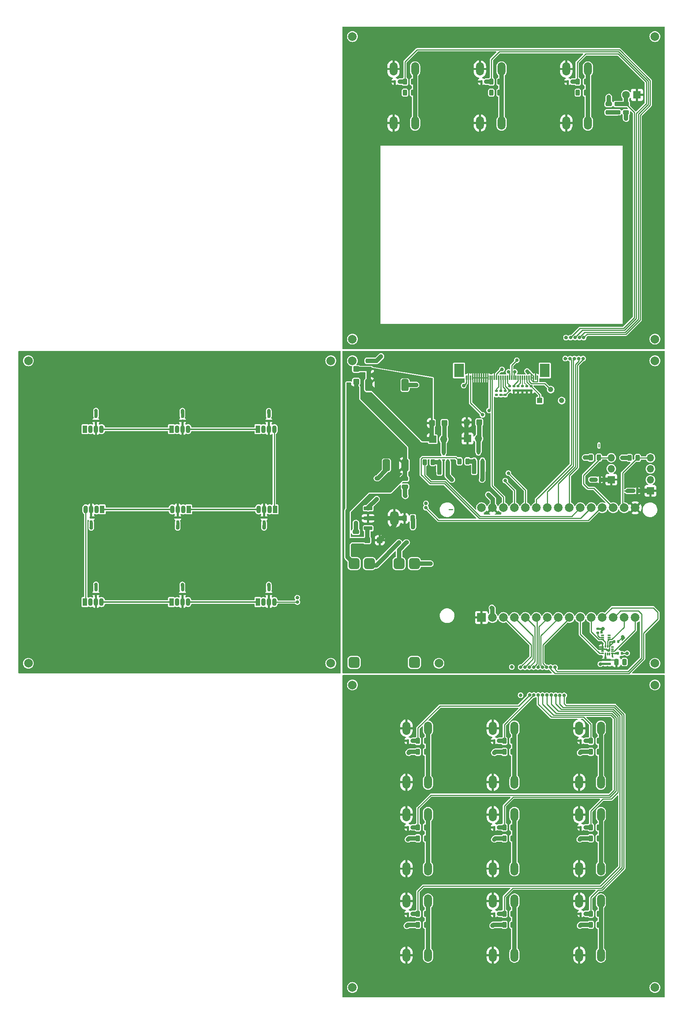
<source format=gbr>
%TF.GenerationSoftware,KiCad,Pcbnew,7.0.2*%
%TF.CreationDate,2023-07-05T22:01:38+03:00*%
%TF.ProjectId,strange_games,73747261-6e67-4655-9f67-616d65732e6b,rev?*%
%TF.SameCoordinates,Original*%
%TF.FileFunction,Copper,L1,Top*%
%TF.FilePolarity,Positive*%
%FSLAX46Y46*%
G04 Gerber Fmt 4.6, Leading zero omitted, Abs format (unit mm)*
G04 Created by KiCad (PCBNEW 7.0.2) date 2023-07-05 22:01:38*
%MOMM*%
%LPD*%
G01*
G04 APERTURE LIST*
G04 Aperture macros list*
%AMRoundRect*
0 Rectangle with rounded corners*
0 $1 Rounding radius*
0 $2 $3 $4 $5 $6 $7 $8 $9 X,Y pos of 4 corners*
0 Add a 4 corners polygon primitive as box body*
4,1,4,$2,$3,$4,$5,$6,$7,$8,$9,$2,$3,0*
0 Add four circle primitives for the rounded corners*
1,1,$1+$1,$2,$3*
1,1,$1+$1,$4,$5*
1,1,$1+$1,$6,$7*
1,1,$1+$1,$8,$9*
0 Add four rect primitives between the rounded corners*
20,1,$1+$1,$2,$3,$4,$5,0*
20,1,$1+$1,$4,$5,$6,$7,0*
20,1,$1+$1,$6,$7,$8,$9,0*
20,1,$1+$1,$8,$9,$2,$3,0*%
G04 Aperture macros list end*
%TA.AperFunction,SMDPad,CuDef*%
%ADD10RoundRect,0.243750X0.243750X0.456250X-0.243750X0.456250X-0.243750X-0.456250X0.243750X-0.456250X0*%
%TD*%
%TA.AperFunction,ComponentPad*%
%ADD11O,1.850000X3.048000*%
%TD*%
%TA.AperFunction,SMDPad,CuDef*%
%ADD12RoundRect,0.140000X0.140000X0.170000X-0.140000X0.170000X-0.140000X-0.170000X0.140000X-0.170000X0*%
%TD*%
%TA.AperFunction,SMDPad,CuDef*%
%ADD13RoundRect,0.243750X-0.243750X-0.456250X0.243750X-0.456250X0.243750X0.456250X-0.243750X0.456250X0*%
%TD*%
%TA.AperFunction,ComponentPad*%
%ADD14C,2.000000*%
%TD*%
%TA.AperFunction,ComponentPad*%
%ADD15R,2.000000X2.000000*%
%TD*%
%TA.AperFunction,ComponentPad*%
%ADD16O,1.700000X1.700000*%
%TD*%
%TA.AperFunction,ComponentPad*%
%ADD17R,1.700000X1.700000*%
%TD*%
%TA.AperFunction,SMDPad,CuDef*%
%ADD18RoundRect,0.140000X-0.140000X-0.170000X0.140000X-0.170000X0.140000X0.170000X-0.140000X0.170000X0*%
%TD*%
%TA.AperFunction,ComponentPad*%
%ADD19O,1.070000X1.800000*%
%TD*%
%TA.AperFunction,ComponentPad*%
%ADD20R,1.070000X1.800000*%
%TD*%
%TA.AperFunction,SMDPad,CuDef*%
%ADD21RoundRect,0.140000X-0.170000X0.140000X-0.170000X-0.140000X0.170000X-0.140000X0.170000X0.140000X0*%
%TD*%
%TA.AperFunction,SMDPad,CuDef*%
%ADD22RoundRect,0.140000X0.170000X-0.140000X0.170000X0.140000X-0.170000X0.140000X-0.170000X-0.140000X0*%
%TD*%
%TA.AperFunction,ComponentPad*%
%ADD23R,1.222000X1.222000*%
%TD*%
%TA.AperFunction,ComponentPad*%
%ADD24C,1.222000*%
%TD*%
%TA.AperFunction,SMDPad,CuDef*%
%ADD25RoundRect,0.150000X0.150000X-0.512500X0.150000X0.512500X-0.150000X0.512500X-0.150000X-0.512500X0*%
%TD*%
%TA.AperFunction,SMDPad,CuDef*%
%ADD26RoundRect,0.250000X-0.400000X-0.450000X0.400000X-0.450000X0.400000X0.450000X-0.400000X0.450000X0*%
%TD*%
%TA.AperFunction,SMDPad,CuDef*%
%ADD27RoundRect,0.087500X-0.225000X-0.087500X0.225000X-0.087500X0.225000X0.087500X-0.225000X0.087500X0*%
%TD*%
%TA.AperFunction,SMDPad,CuDef*%
%ADD28RoundRect,0.087500X-0.087500X-0.225000X0.087500X-0.225000X0.087500X0.225000X-0.087500X0.225000X0*%
%TD*%
%TA.AperFunction,SMDPad,CuDef*%
%ADD29RoundRect,0.250000X0.250000X0.475000X-0.250000X0.475000X-0.250000X-0.475000X0.250000X-0.475000X0*%
%TD*%
%TA.AperFunction,SMDPad,CuDef*%
%ADD30RoundRect,0.634999X0.635001X0.634998X-0.635001X0.634998X-0.635001X-0.634998X0.635001X-0.634998X0*%
%TD*%
%TA.AperFunction,SMDPad,CuDef*%
%ADD31RoundRect,0.250000X0.475000X-0.250000X0.475000X0.250000X-0.475000X0.250000X-0.475000X-0.250000X0*%
%TD*%
%TA.AperFunction,SMDPad,CuDef*%
%ADD32RoundRect,0.250000X-0.450000X0.400000X-0.450000X-0.400000X0.450000X-0.400000X0.450000X0.400000X0*%
%TD*%
%TA.AperFunction,SMDPad,CuDef*%
%ADD33RoundRect,0.243750X0.456250X-0.243750X0.456250X0.243750X-0.456250X0.243750X-0.456250X-0.243750X0*%
%TD*%
%TA.AperFunction,SMDPad,CuDef*%
%ADD34RoundRect,0.250000X-0.475000X0.250000X-0.475000X-0.250000X0.475000X-0.250000X0.475000X0.250000X0*%
%TD*%
%TA.AperFunction,SMDPad,CuDef*%
%ADD35R,0.300000X1.100000*%
%TD*%
%TA.AperFunction,SMDPad,CuDef*%
%ADD36R,2.300000X3.100000*%
%TD*%
%TA.AperFunction,SMDPad,CuDef*%
%ADD37RoundRect,0.431800X-0.431800X-0.965197X0.431800X-0.965197X0.431800X0.965197X-0.431800X0.965197X0*%
%TD*%
%TA.AperFunction,SMDPad,CuDef*%
%ADD38RoundRect,0.111600X-0.878400X-0.353400X0.878400X-0.353400X0.878400X0.353400X-0.878400X0.353400X0*%
%TD*%
%TA.AperFunction,SMDPad,CuDef*%
%ADD39RoundRect,0.792000X-0.198000X-0.823000X0.198000X-0.823000X0.198000X0.823000X-0.198000X0.823000X0*%
%TD*%
%TA.AperFunction,SMDPad,CuDef*%
%ADD40R,0.700000X0.340000*%
%TD*%
%TA.AperFunction,ComponentPad*%
%ADD41C,1.800000*%
%TD*%
%TA.AperFunction,ComponentPad*%
%ADD42R,1.800000X1.800000*%
%TD*%
%TA.AperFunction,ViaPad*%
%ADD43C,0.800000*%
%TD*%
%TA.AperFunction,ViaPad*%
%ADD44C,2.000000*%
%TD*%
%TA.AperFunction,Conductor*%
%ADD45C,0.250000*%
%TD*%
%TA.AperFunction,Conductor*%
%ADD46C,1.000000*%
%TD*%
%TA.AperFunction,Conductor*%
%ADD47C,0.800000*%
%TD*%
%TA.AperFunction,Conductor*%
%ADD48C,0.350000*%
%TD*%
%TA.AperFunction,Conductor*%
%ADD49C,0.200000*%
%TD*%
G04 APERTURE END LIST*
D10*
%TO.P,R4,2*%
%TO.N,B11*%
X161504500Y-54478000D03*
%TO.P,R4,1*%
%TO.N,Net-(R4-Pad1)*%
X163379500Y-54478000D03*
%TD*%
D11*
%TO.P,SW1,2,2*%
%TO.N,Net-(R3-Pad1)*%
X143846000Y-64040000D03*
X143846000Y-51540000D03*
%TO.P,SW1,1,1*%
%TO.N,+3V3*%
X138846000Y-64040000D03*
X138846000Y-51540000D03*
%TD*%
%TO.P,SW12,2,2*%
%TO.N,Net-(R19-Pad1)*%
X183846000Y-64040000D03*
X183846000Y-51540000D03*
%TO.P,SW12,1,1*%
%TO.N,+3V3*%
X178846000Y-64040000D03*
X178846000Y-51540000D03*
%TD*%
D12*
%TO.P,C5,2*%
%TO.N,+3V3*%
X179168000Y-54478000D03*
%TO.P,C5,1*%
%TO.N,B12*%
X180128000Y-54478000D03*
%TD*%
D11*
%TO.P,SW2,2,2*%
%TO.N,Net-(R4-Pad1)*%
X163846000Y-64040000D03*
X163846000Y-51540000D03*
%TO.P,SW2,1,1*%
%TO.N,+3V3*%
X158846000Y-64040000D03*
X158846000Y-51540000D03*
%TD*%
D10*
%TO.P,R19,2*%
%TO.N,B12*%
X181504500Y-54478000D03*
%TO.P,R19,1*%
%TO.N,Net-(R19-Pad1)*%
X183379500Y-54478000D03*
%TD*%
D13*
%TO.P,R6,2*%
%TO.N,Net-(R4-Pad1)*%
X163379500Y-57018000D03*
%TO.P,R6,1*%
%TO.N,GND*%
X161504500Y-57018000D03*
%TD*%
D12*
%TO.P,C6,1*%
%TO.N,B10*%
X140128000Y-54478000D03*
%TO.P,C6,2*%
%TO.N,+3V3*%
X139168000Y-54478000D03*
%TD*%
D10*
%TO.P,R3,1*%
%TO.N,Net-(R3-Pad1)*%
X143379500Y-54478000D03*
%TO.P,R3,2*%
%TO.N,B10*%
X141504500Y-54478000D03*
%TD*%
D13*
%TO.P,R27,2*%
%TO.N,Net-(R19-Pad1)*%
X183376700Y-57018000D03*
%TO.P,R27,1*%
%TO.N,GND*%
X181501700Y-57018000D03*
%TD*%
%TO.P,R5,2*%
%TO.N,Net-(R3-Pad1)*%
X143379500Y-57018000D03*
%TO.P,R5,1*%
%TO.N,GND*%
X141504500Y-57018000D03*
%TD*%
D12*
%TO.P,C7,2*%
%TO.N,+3V3*%
X159168000Y-54478000D03*
%TO.P,C7,1*%
%TO.N,B11*%
X160128000Y-54478000D03*
%TD*%
D14*
%TO.P,U4,30,VIN*%
%TO.N,unconnected-(U4-VIN-Pad30)*%
X159226000Y-153040000D03*
%TO.P,U4,29,GND__1*%
%TO.N,GND*%
X161766000Y-153040000D03*
%TO.P,U4,28,D13*%
%TO.N,MOSI*%
X164306000Y-153040000D03*
%TO.P,U4,27,D12*%
%TO.N,A0*%
X166846000Y-153040000D03*
%TO.P,U4,26,D14*%
%TO.N,CLK*%
X169386000Y-153040000D03*
%TO.P,U4,25,D27*%
%TO.N,PhotoSensor*%
X171926000Y-153040000D03*
%TO.P,U4,24,D26*%
%TO.N,B12*%
X174466000Y-153040000D03*
%TO.P,U4,23,D25*%
%TO.N,B11*%
X177006000Y-153040000D03*
%TO.P,U4,22,D33*%
%TO.N,B10*%
X179546000Y-153040000D03*
%TO.P,U4,21,D32*%
%TO.N,Door*%
X182086000Y-153040000D03*
%TO.P,U4,20,D35*%
%TO.N,VibrationMotor*%
X184626000Y-153040000D03*
%TO.P,U4,19,D34*%
%TO.N,Luminodiodes*%
X187166000Y-153040000D03*
%TO.P,U4,18,VN*%
%TO.N,VibrationSensor*%
X189706000Y-153040000D03*
%TO.P,U4,17,VP*%
%TO.N,GasSensor*%
X192246000Y-153040000D03*
%TO.P,U4,16,EN*%
%TO.N,+3V3*%
X194786000Y-153040000D03*
%TO.P,U4,15,D23*%
%TO.N,INT2*%
X194786000Y-178440000D03*
%TO.P,U4,14,D22*%
%TO.N,SCL*%
X192246000Y-178440000D03*
%TO.P,U4,13,TX0*%
%TO.N,B9*%
X189706000Y-178440000D03*
%TO.P,U4,12,RX0*%
%TO.N,B8*%
X187166000Y-178440000D03*
%TO.P,U4,11,D21*%
%TO.N,SDA*%
X184626000Y-178440000D03*
%TO.P,U4,10,D19*%
%TO.N,INT1*%
X182086000Y-178440000D03*
%TO.P,U4,9,D18*%
%TO.N,B7*%
X179546000Y-178440000D03*
%TO.P,U4,8,D5*%
%TO.N,B6*%
X177006000Y-178440000D03*
%TO.P,U4,7,TX2*%
%TO.N,B5*%
X174466000Y-178440000D03*
%TO.P,U4,6,RX2*%
%TO.N,B4*%
X171926000Y-178440000D03*
%TO.P,U4,5,D4*%
%TO.N,B3*%
X169386000Y-178440000D03*
%TO.P,U4,4,D2*%
%TO.N,B2*%
X166846000Y-178440000D03*
%TO.P,U4,3,D15*%
%TO.N,B1*%
X164306000Y-178440000D03*
%TO.P,U4,2,GND*%
%TO.N,GND*%
X161766000Y-178440000D03*
D15*
%TO.P,U4,1,3V3*%
%TO.N,+3V3*%
X159226000Y-178440000D03*
%TD*%
D16*
%TO.P,U6,3,DO*%
%TO.N,VibrationSensor*%
X189246000Y-141460000D03*
%TO.P,U6,2,GND*%
%TO.N,GND*%
X189246000Y-144000000D03*
D17*
%TO.P,U6,1,VCC*%
%TO.N,+3V3*%
X189246000Y-146540000D03*
%TD*%
D18*
%TO.P,C36,2*%
%TO.N,+3V3*%
X186626000Y-146540000D03*
%TO.P,C36,1*%
%TO.N,GND*%
X185666000Y-146540000D03*
%TD*%
D13*
%TO.P,R29,2*%
%TO.N,VibrationSensor*%
X186383500Y-141440000D03*
%TO.P,R29,1*%
%TO.N,GND*%
X184508500Y-141440000D03*
%TD*%
D19*
%TO.P,D11,4,DI*%
%TO.N,Net-(D10-DO)*%
X111275000Y-134859600D03*
%TO.P,D11,3,VDD*%
%TO.N,+3V3*%
X110005000Y-134859600D03*
%TO.P,D11,2,GND*%
%TO.N,GND*%
X108735000Y-134859600D03*
D20*
%TO.P,D11,1,DO*%
%TO.N,Net-(D11-DO)*%
X107465000Y-134859600D03*
%TD*%
D21*
%TO.P,C22,1*%
%TO.N,Net-(J1-CAP1+)*%
X165696000Y-124940000D03*
%TO.P,C22,2*%
%TO.N,Net-(J1-CAP1-)*%
X165696000Y-125900000D03*
%TD*%
D22*
%TO.P,C15,1*%
%TO.N,+3V3*%
X169696000Y-125900000D03*
%TO.P,C15,2*%
%TO.N,Net-(J1-V1)*%
X169696000Y-124940000D03*
%TD*%
D10*
%TO.P,R34,1*%
%TO.N,Net-(R34-Pad1)*%
X186379500Y-226978000D03*
%TO.P,R34,2*%
%TO.N,B6*%
X184504500Y-226978000D03*
%TD*%
%TO.P,R21,1*%
%TO.N,Net-(R21-Pad1)*%
X146379500Y-206978000D03*
%TO.P,R21,2*%
%TO.N,B1*%
X144504500Y-206978000D03*
%TD*%
D21*
%TO.P,C23,1*%
%TO.N,Net-(J1-Vout)*%
X162696000Y-126010000D03*
%TO.P,C23,2*%
%TO.N,GND*%
X162696000Y-126970000D03*
%TD*%
D13*
%TO.P,R35,1*%
%TO.N,GND*%
X184504500Y-229518000D03*
%TO.P,R35,2*%
%TO.N,Net-(R34-Pad1)*%
X186379500Y-229518000D03*
%TD*%
D12*
%TO.P,C39,1*%
%TO.N,B9*%
X183128000Y-246978000D03*
%TO.P,C39,2*%
%TO.N,+3V3*%
X182168000Y-246978000D03*
%TD*%
D23*
%TO.P,RV1,1,1*%
%TO.N,Net-(J1-V0)*%
X172700500Y-128240000D03*
D24*
%TO.P,RV1,2,2*%
%TO.N,Net-(J1-VR)*%
X175240500Y-125700000D03*
%TO.P,RV1,3,3*%
%TO.N,GND*%
X177780500Y-128240000D03*
%TD*%
D12*
%TO.P,C25,1*%
%TO.N,B2*%
X163128000Y-206978000D03*
%TO.P,C25,2*%
%TO.N,+3V3*%
X162168000Y-206978000D03*
%TD*%
D25*
%TO.P,Q3,1,G*%
%TO.N,Net-(Q3-G)*%
X157546000Y-142315000D03*
%TO.P,Q3,2,S*%
%TO.N,GND*%
X159446000Y-142315000D03*
%TO.P,Q3,3,D*%
%TO.N,Net-(D4-A)*%
X158496000Y-140040000D03*
%TD*%
D12*
%TO.P,C24,1*%
%TO.N,B1*%
X143128000Y-206978000D03*
%TO.P,C24,2*%
%TO.N,+3V3*%
X142168000Y-206978000D03*
%TD*%
D22*
%TO.P,C31,1*%
%TO.N,+3V3*%
X90000000Y-172980000D03*
%TO.P,C31,2*%
%TO.N,GND*%
X90000000Y-172020000D03*
%TD*%
D10*
%TO.P,R39,1*%
%TO.N,Net-(R39-Pad1)*%
X166379500Y-246978000D03*
%TO.P,R39,2*%
%TO.N,B8*%
X164504500Y-246978000D03*
%TD*%
D21*
%TO.P,C21,1*%
%TO.N,Net-(J1-CAP3+)*%
X164696000Y-126010000D03*
%TO.P,C21,2*%
%TO.N,Net-(J1-CAP1-)*%
X164696000Y-126970000D03*
%TD*%
D17*
%TO.P,M1,1,+*%
%TO.N,+3V3*%
X155996000Y-137040000D03*
D16*
%TO.P,M1,2,-*%
%TO.N,Net-(D4-A)*%
X158536000Y-137040000D03*
%TD*%
D26*
%TO.P,D3,1,K*%
%TO.N,+12V*%
X147746000Y-133450000D03*
%TO.P,D3,2,A*%
%TO.N,Net-(D3-A)*%
X150646000Y-133450000D03*
%TD*%
D27*
%TO.P,U7,1,SDO/SA0*%
%TO.N,+3V3*%
X187213500Y-185240266D03*
%TO.P,U7,2,SDX*%
X187213500Y-185740266D03*
%TO.P,U7,3,SCX*%
X187213500Y-186240266D03*
%TO.P,U7,4,INT1*%
%TO.N,INT1*%
X187213500Y-186740266D03*
D28*
%TO.P,U7,5,VDDIO*%
%TO.N,+3V3*%
X187876000Y-186902766D03*
%TO.P,U7,6,GND*%
%TO.N,GND*%
X188376000Y-186902766D03*
%TO.P,U7,7,GND*%
X188876000Y-186902766D03*
D27*
%TO.P,U7,8,VDD*%
%TO.N,+3V3*%
X189538500Y-186740266D03*
%TO.P,U7,9,INT2*%
%TO.N,INT2*%
X189538500Y-186240266D03*
%TO.P,U7,10,NC*%
%TO.N,unconnected-(U7-NC-Pad10)*%
X189538500Y-185740266D03*
%TO.P,U7,11,NC*%
%TO.N,unconnected-(U7-NC-Pad11)*%
X189538500Y-185240266D03*
D28*
%TO.P,U7,12,CS*%
%TO.N,+3V3*%
X188876000Y-185077766D03*
%TO.P,U7,13,SCL*%
%TO.N,SCL*%
X188376000Y-185077766D03*
%TO.P,U7,14,SDA*%
%TO.N,SDA*%
X187876000Y-185077766D03*
%TD*%
D10*
%TO.P,R25,1*%
%TO.N,Net-(R25-Pad1)*%
X186379500Y-206978000D03*
%TO.P,R25,2*%
%TO.N,B3*%
X184504500Y-206978000D03*
%TD*%
%TO.P,R30,1*%
%TO.N,Net-(R30-Pad1)*%
X146379500Y-226978000D03*
%TO.P,R30,2*%
%TO.N,B4*%
X144504500Y-226978000D03*
%TD*%
D29*
%TO.P,C32,1*%
%TO.N,GND*%
X192326000Y-188720266D03*
%TO.P,C32,2*%
%TO.N,+3V3*%
X190426000Y-188720266D03*
%TD*%
D22*
%TO.P,C44,1*%
%TO.N,GND*%
X187876000Y-189200266D03*
%TO.P,C44,2*%
%TO.N,+3V3*%
X187876000Y-188240266D03*
%TD*%
%TO.P,C13,1*%
%TO.N,+3V3*%
X170696000Y-125900000D03*
%TO.P,C13,2*%
%TO.N,Net-(J1-V0)*%
X170696000Y-124940000D03*
%TD*%
%TO.P,C14,1*%
%TO.N,+3V3*%
X167696000Y-125900000D03*
%TO.P,C14,2*%
%TO.N,Net-(J1-V3)*%
X167696000Y-124940000D03*
%TD*%
D30*
%TO.P,U1,1,+*%
%TO.N,unconnected-(U1-+-Pad1)*%
X129711800Y-188840000D03*
%TO.P,U1,2,-*%
%TO.N,unconnected-(U1---Pad2)*%
X143681800Y-188840003D03*
%TO.P,U1,3,OUT+*%
%TO.N,VDC*%
X129711800Y-165980003D03*
%TO.P,U1,4,BAT+*%
%TO.N,+BATT*%
X133267800Y-165980003D03*
%TO.P,U1,5,BAT-*%
%TO.N,-BATT*%
X140125800Y-165980003D03*
%TO.P,U1,6,OUT-*%
%TO.N,GND*%
X143681800Y-165980003D03*
%TD*%
D31*
%TO.P,C3,1*%
%TO.N,GND*%
X141519646Y-148212796D03*
%TO.P,C3,2*%
%TO.N,VDC*%
X141519646Y-146312796D03*
%TD*%
D12*
%TO.P,C38,1*%
%TO.N,B8*%
X163128000Y-246978000D03*
%TO.P,C38,2*%
%TO.N,+3V3*%
X162168000Y-246978000D03*
%TD*%
%TO.P,C26,1*%
%TO.N,B3*%
X183128000Y-206978000D03*
%TO.P,C26,2*%
%TO.N,+3V3*%
X182168000Y-206978000D03*
%TD*%
D17*
%TO.P,L1,1,1*%
%TO.N,+12V*%
X147946000Y-137200000D03*
D16*
%TO.P,L1,2,2*%
%TO.N,Net-(D3-A)*%
X150486000Y-137200000D03*
%TD*%
D12*
%TO.P,C27,1*%
%TO.N,B4*%
X143128000Y-226978000D03*
%TO.P,C27,2*%
%TO.N,+3V3*%
X142168000Y-226978000D03*
%TD*%
D22*
%TO.P,C11,1*%
%TO.N,+3V3*%
X166696000Y-125900000D03*
%TO.P,C11,2*%
%TO.N,Net-(J1-V4)*%
X166696000Y-124940000D03*
%TD*%
D10*
%TO.P,R17,1*%
%TO.N,Net-(Q3-G)*%
X155983500Y-142315000D03*
%TO.P,R17,2*%
%TO.N,VibrationMotor*%
X154108500Y-142315000D03*
%TD*%
D13*
%TO.P,R24,1*%
%TO.N,GND*%
X164504500Y-209518000D03*
%TO.P,R24,2*%
%TO.N,Net-(R23-Pad1)*%
X166379500Y-209518000D03*
%TD*%
D12*
%TO.P,C37,1*%
%TO.N,B7*%
X143128000Y-246978000D03*
%TO.P,C37,2*%
%TO.N,+3V3*%
X142168000Y-246978000D03*
%TD*%
D13*
%TO.P,R31,1*%
%TO.N,GND*%
X144504500Y-229518000D03*
%TO.P,R31,2*%
%TO.N,Net-(R30-Pad1)*%
X146379500Y-229518000D03*
%TD*%
D32*
%TO.P,D1,1,K*%
%TO.N,+12V*%
X130219646Y-120962796D03*
%TO.P,D1,2,A*%
%TO.N,VDC*%
X130219646Y-123862796D03*
%TD*%
D33*
%TO.P,R20,2*%
%TO.N,PhotoSensor*%
X192666046Y-59665000D03*
%TO.P,R20,1*%
%TO.N,GND*%
X192666046Y-61540000D03*
%TD*%
D13*
%TO.P,R26,1*%
%TO.N,GND*%
X184501700Y-209518000D03*
%TO.P,R26,2*%
%TO.N,Net-(R25-Pad1)*%
X186376700Y-209518000D03*
%TD*%
D21*
%TO.P,C34,1*%
%TO.N,+3V3*%
X188876000Y-188240266D03*
%TO.P,C34,2*%
%TO.N,GND*%
X188876000Y-189200266D03*
%TD*%
D13*
%TO.P,R22,1*%
%TO.N,GND*%
X144504500Y-209518000D03*
%TO.P,R22,2*%
%TO.N,Net-(R21-Pad1)*%
X146379500Y-209518000D03*
%TD*%
D34*
%TO.P,C16,1*%
%TO.N,GND*%
X133119646Y-119062796D03*
%TO.P,C16,2*%
%TO.N,+12V*%
X133119646Y-120962796D03*
%TD*%
D10*
%TO.P,R37,1*%
%TO.N,Net-(R37-Pad1)*%
X146379500Y-246978000D03*
%TO.P,R37,2*%
%TO.N,B7*%
X144504500Y-246978000D03*
%TD*%
D34*
%TO.P,C2,2*%
%TO.N,Net-(C2-Pad2)*%
X188666046Y-61552500D03*
%TO.P,C2,1*%
%TO.N,GND*%
X188666046Y-59652500D03*
%TD*%
D12*
%TO.P,C47,1*%
%TO.N,GND*%
X190856000Y-183990266D03*
%TO.P,C47,2*%
%TO.N,+3V3*%
X189896000Y-183990266D03*
%TD*%
D29*
%TO.P,C17,1*%
%TO.N,GND*%
X143324634Y-155486023D03*
%TO.P,C17,2*%
%TO.N,+3V3*%
X141424634Y-155486023D03*
%TD*%
D21*
%TO.P,C33,1*%
%TO.N,GND*%
X70000000Y-172020000D03*
%TO.P,C33,2*%
%TO.N,+3V3*%
X70000000Y-172980000D03*
%TD*%
D10*
%TO.P,R15,1*%
%TO.N,Net-(Q1-G)*%
X147933500Y-142475000D03*
%TO.P,R15,2*%
%TO.N,Door*%
X146058500Y-142475000D03*
%TD*%
%TO.P,R23,1*%
%TO.N,Net-(R23-Pad1)*%
X166379500Y-206978000D03*
%TO.P,R23,2*%
%TO.N,B2*%
X164504500Y-206978000D03*
%TD*%
%TO.P,R18,1*%
%TO.N,GND*%
X159421000Y-144565000D03*
%TO.P,R18,2*%
%TO.N,Net-(Q3-G)*%
X157546000Y-144565000D03*
%TD*%
D12*
%TO.P,C28,1*%
%TO.N,B5*%
X163128000Y-226978000D03*
%TO.P,C28,2*%
%TO.N,+3V3*%
X162168000Y-226978000D03*
%TD*%
D35*
%TO.P,J1,1,IRS*%
%TO.N,GND*%
X172196000Y-122992998D03*
%TO.P,J1,2,/HPM*%
%TO.N,+3V3*%
X171696000Y-122992998D03*
%TO.P,J1,3,P/S*%
%TO.N,GND*%
X171196000Y-122992998D03*
%TO.P,J1,4,C86*%
X170696000Y-122992998D03*
%TO.P,J1,5,VR*%
%TO.N,Net-(J1-VR)*%
X170196000Y-122992998D03*
%TO.P,J1,6,V0*%
%TO.N,Net-(J1-V0)*%
X169696000Y-122992998D03*
%TO.P,J1,7,V1*%
%TO.N,Net-(J1-V1)*%
X169196000Y-122992998D03*
%TO.P,J1,8,V2*%
%TO.N,Net-(J1-V2)*%
X168696000Y-122992998D03*
%TO.P,J1,9,V3*%
%TO.N,Net-(J1-V3)*%
X168196000Y-122992998D03*
%TO.P,J1,10,V4*%
%TO.N,Net-(J1-V4)*%
X167696000Y-122992998D03*
%TO.P,J1,11,VRS*%
%TO.N,unconnected-(J1-VRS-Pad11)*%
X167196000Y-122992998D03*
%TO.P,J1,12,CAP4+*%
%TO.N,Net-(J1-CAP4+)*%
X166696000Y-122992998D03*
%TO.P,J1,13,CAP2-*%
%TO.N,Net-(J1-CAP2-)*%
X166196000Y-122992998D03*
%TO.P,J1,14,CAP2+*%
%TO.N,Net-(J1-CAP2+)*%
X165696000Y-122992998D03*
%TO.P,J1,15,CAP1+*%
%TO.N,Net-(J1-CAP1+)*%
X165196000Y-122992998D03*
%TO.P,J1,16,CAP1-*%
%TO.N,Net-(J1-CAP1-)*%
X164696000Y-122992998D03*
%TO.P,J1,17,CAP3+*%
%TO.N,Net-(J1-CAP3+)*%
X164196000Y-122992998D03*
%TO.P,J1,18,CAP5+*%
%TO.N,Net-(J1-CAP5+)*%
X163696000Y-122992998D03*
%TO.P,J1,19,Vout*%
%TO.N,Net-(J1-Vout)*%
X163196000Y-122992998D03*
%TO.P,J1,20,VSS*%
%TO.N,GND*%
X162696000Y-122992998D03*
%TO.P,J1,21,VDD*%
%TO.N,+3V3*%
X162196000Y-122992998D03*
%TO.P,J1,22,D7*%
%TO.N,MOSI*%
X161696000Y-122992998D03*
%TO.P,J1,23,D6*%
%TO.N,CLK*%
X161196000Y-122992998D03*
%TO.P,J1,24,D5*%
%TO.N,+3V3*%
X160696000Y-122992998D03*
%TO.P,J1,25,D4*%
X160196000Y-122992998D03*
%TO.P,J1,26,D3*%
X159696000Y-122992998D03*
%TO.P,J1,27,D2*%
X159196000Y-122992998D03*
%TO.P,J1,28,D1*%
X158696000Y-122992998D03*
%TO.P,J1,29,D0*%
X158196000Y-122992998D03*
%TO.P,J1,30,/RD(E)*%
X157696000Y-122992998D03*
%TO.P,J1,31,/WR(RW)*%
X157196000Y-122992998D03*
%TO.P,J1,32,A0*%
%TO.N,A0*%
X156696000Y-122992998D03*
%TO.P,J1,33,/RES*%
%TO.N,+3V3*%
X156196000Y-122992998D03*
%TO.P,J1,34,/CS1*%
%TO.N,GND*%
X155696000Y-122992998D03*
D36*
%TO.P,J1,MP*%
%TO.N,N/C*%
X173866000Y-121292998D03*
X154026000Y-121292998D03*
%TD*%
D13*
%TO.P,R38,1*%
%TO.N,GND*%
X144504500Y-249518000D03*
%TO.P,R38,2*%
%TO.N,Net-(R37-Pad1)*%
X146379500Y-249518000D03*
%TD*%
D34*
%TO.P,C4,1*%
%TO.N,GND*%
X130146000Y-158640000D03*
%TO.P,C4,2*%
%TO.N,VDC*%
X130146000Y-160540000D03*
%TD*%
D21*
%TO.P,C1,1*%
%TO.N,GND*%
X186126000Y-181010266D03*
%TO.P,C1,2*%
%TO.N,+3V3*%
X186126000Y-181970266D03*
%TD*%
D16*
%TO.P,U8,4,DO*%
%TO.N,GasSensor*%
X198311261Y-141520000D03*
%TO.P,U8,3,AO*%
%TO.N,unconnected-(U8-AO-Pad3)*%
X198311261Y-144060000D03*
%TO.P,U8,2,GND*%
%TO.N,GND*%
X198311261Y-146600000D03*
D17*
%TO.P,U8,1,VCC*%
%TO.N,+3V3*%
X198311261Y-149140000D03*
%TD*%
D37*
%TO.P,U2,1,IN+*%
%TO.N,VDC*%
X141524946Y-143234596D03*
%TO.P,U2,2,IN-*%
%TO.N,GND*%
X137206946Y-143234596D03*
%TO.P,U2,3,OUT+*%
%TO.N,+12V*%
X133142946Y-124692596D03*
%TO.P,U2,4,OUT-*%
%TO.N,GND*%
X141524946Y-124692596D03*
%TD*%
D10*
%TO.P,R32,1*%
%TO.N,Net-(R32-Pad1)*%
X166379500Y-226978000D03*
%TO.P,R32,2*%
%TO.N,B5*%
X164504500Y-226978000D03*
%TD*%
D22*
%TO.P,C49,1*%
%TO.N,+3V3*%
X90000000Y-132980000D03*
%TO.P,C49,2*%
%TO.N,GND*%
X90000000Y-132020000D03*
%TD*%
D12*
%TO.P,C29,1*%
%TO.N,B6*%
X183128000Y-226978000D03*
%TO.P,C29,2*%
%TO.N,+3V3*%
X182168000Y-226978000D03*
%TD*%
D38*
%TO.P,U3,1,GND*%
%TO.N,GND*%
X132990000Y-153180000D03*
%TO.P,U3,2,VOUT*%
%TO.N,+3V3*%
X132990000Y-155480000D03*
%TO.P,U3,3,VIN*%
%TO.N,VDC*%
X132990000Y-157780000D03*
D39*
%TO.P,U3,4,VOUT*%
%TO.N,+3V3*%
X139020000Y-155480000D03*
%TD*%
D21*
%TO.P,C18,1*%
%TO.N,Net-(J1-CAP5+)*%
X163696000Y-126010000D03*
%TO.P,C18,2*%
%TO.N,Net-(J1-CAP1-)*%
X163696000Y-126970000D03*
%TD*%
D26*
%TO.P,D4,1,K*%
%TO.N,+3V3*%
X155796000Y-133290000D03*
%TO.P,D4,2,A*%
%TO.N,Net-(D4-A)*%
X158696000Y-133290000D03*
%TD*%
D13*
%TO.P,R40,1*%
%TO.N,GND*%
X164504500Y-249518000D03*
%TO.P,R40,2*%
%TO.N,Net-(R39-Pad1)*%
X166379500Y-249518000D03*
%TD*%
D21*
%TO.P,C35,1*%
%TO.N,+3V3*%
X68900000Y-155309200D03*
%TO.P,C35,2*%
%TO.N,GND*%
X68900000Y-156269200D03*
%TD*%
D33*
%TO.P,R28,2*%
%TO.N,PhotoSensor*%
X190666046Y-59665000D03*
%TO.P,R28,1*%
%TO.N,Net-(C2-Pad2)*%
X190666046Y-61540000D03*
%TD*%
D10*
%TO.P,R16,1*%
%TO.N,GND*%
X151371000Y-144725000D03*
%TO.P,R16,2*%
%TO.N,Net-(Q1-G)*%
X149496000Y-144725000D03*
%TD*%
D25*
%TO.P,Q1,1,G*%
%TO.N,Net-(Q1-G)*%
X149496000Y-142475000D03*
%TO.P,Q1,2,S*%
%TO.N,GND*%
X151396000Y-142475000D03*
%TO.P,Q1,3,D*%
%TO.N,Net-(D3-A)*%
X150446000Y-140200000D03*
%TD*%
D13*
%TO.P,R42,1*%
%TO.N,GND*%
X184504500Y-249518000D03*
%TO.P,R42,2*%
%TO.N,Net-(R41-Pad1)*%
X186379500Y-249518000D03*
%TD*%
D22*
%TO.P,C40,1*%
%TO.N,GND*%
X88900000Y-156269200D03*
%TO.P,C40,2*%
%TO.N,+3V3*%
X88900000Y-155309200D03*
%TD*%
D13*
%TO.P,R36,2*%
%TO.N,GasSensor*%
X195348761Y-141508023D03*
%TO.P,R36,1*%
%TO.N,GND*%
X193473761Y-141508023D03*
%TD*%
D21*
%TO.P,C46,1*%
%TO.N,GND*%
X110000000Y-132020000D03*
%TO.P,C46,2*%
%TO.N,+3V3*%
X110000000Y-132980000D03*
%TD*%
D10*
%TO.P,R41,1*%
%TO.N,Net-(R41-Pad1)*%
X186379500Y-246978000D03*
%TO.P,R41,2*%
%TO.N,B9*%
X184504500Y-246978000D03*
%TD*%
D21*
%TO.P,C30,1*%
%TO.N,GND*%
X110000000Y-172020000D03*
%TO.P,C30,2*%
%TO.N,+3V3*%
X110000000Y-172980000D03*
%TD*%
%TO.P,C43,1*%
%TO.N,+3V3*%
X108900000Y-155309200D03*
%TO.P,C43,2*%
%TO.N,GND*%
X108900000Y-156269200D03*
%TD*%
D12*
%TO.P,C41,1*%
%TO.N,GND*%
X191724023Y-186740266D03*
%TO.P,C41,2*%
%TO.N,+3V3*%
X190764023Y-186740266D03*
%TD*%
D26*
%TO.P,D2,1,K*%
%TO.N,VDC*%
X132777000Y-160560000D03*
%TO.P,D2,2,A*%
%TO.N,+3V3*%
X135677000Y-160560000D03*
%TD*%
D22*
%TO.P,C12,1*%
%TO.N,+3V3*%
X168696000Y-125900000D03*
%TO.P,C12,2*%
%TO.N,Net-(J1-V2)*%
X168696000Y-124940000D03*
%TD*%
D21*
%TO.P,C50,1*%
%TO.N,GND*%
X70000000Y-132020000D03*
%TO.P,C50,2*%
%TO.N,+3V3*%
X70000000Y-132980000D03*
%TD*%
D18*
%TO.P,C48,2*%
%TO.N,+3V3*%
X195291261Y-149160000D03*
%TO.P,C48,1*%
%TO.N,GND*%
X194331261Y-149160000D03*
%TD*%
D13*
%TO.P,R33,1*%
%TO.N,GND*%
X164504500Y-229518000D03*
%TO.P,R33,2*%
%TO.N,Net-(R32-Pad1)*%
X166379500Y-229518000D03*
%TD*%
D40*
%TO.P,U5,1,SCL*%
%TO.N,SCL*%
X188712046Y-183530060D03*
%TO.P,U5,2,GND*%
%TO.N,GND*%
X188712046Y-183030060D03*
%TO.P,U5,3,ALERT*%
%TO.N,unconnected-(U5-ALERT-Pad3)*%
X188712046Y-182530060D03*
%TO.P,U5,4,ADD0*%
%TO.N,+3V3*%
X187212046Y-182530060D03*
%TO.P,U5,5,V+*%
X187212046Y-183030060D03*
%TO.P,U5,6,SDA*%
%TO.N,SDA*%
X187212046Y-183530060D03*
%TD*%
D41*
%TO.P,Q4,2,E*%
%TO.N,PhotoSensor*%
X192666046Y-57540000D03*
D42*
%TO.P,Q4,1,C*%
%TO.N,+3V3*%
X195206046Y-57540000D03*
%TD*%
D20*
%TO.P,D8,1,DO*%
%TO.N,Net-(D8-DO)*%
X71435000Y-153429600D03*
D19*
%TO.P,D8,2,GND*%
%TO.N,GND*%
X70165000Y-153429600D03*
%TO.P,D8,3,VDD*%
%TO.N,+3V3*%
X68895000Y-153429600D03*
%TO.P,D8,4,DI*%
%TO.N,Net-(D7-DO)*%
X67625000Y-153429600D03*
%TD*%
D20*
%TO.P,D5,1,DO*%
%TO.N,Net-(D5-DO)*%
X107465000Y-174859600D03*
D19*
%TO.P,D5,2,GND*%
%TO.N,GND*%
X108735000Y-174859600D03*
%TO.P,D5,3,VDD*%
%TO.N,+3V3*%
X110005000Y-174859600D03*
%TO.P,D5,4,DI*%
%TO.N,Luminodiodes*%
X111275000Y-174859600D03*
%TD*%
D11*
%TO.P,SW5,1,1*%
%TO.N,+3V3*%
X181846000Y-204040000D03*
X181846000Y-216540000D03*
%TO.P,SW5,2,2*%
%TO.N,Net-(R25-Pad1)*%
X186846000Y-204040000D03*
X186846000Y-216540000D03*
%TD*%
D20*
%TO.P,D9,1,DO*%
%TO.N,Net-(D10-DI)*%
X91435000Y-153429600D03*
D19*
%TO.P,D9,2,GND*%
%TO.N,GND*%
X90165000Y-153429600D03*
%TO.P,D9,3,VDD*%
%TO.N,+3V3*%
X88895000Y-153429600D03*
%TO.P,D9,4,DI*%
%TO.N,Net-(D8-DO)*%
X87625000Y-153429600D03*
%TD*%
D20*
%TO.P,D10,1,DO*%
%TO.N,Net-(D10-DO)*%
X111435000Y-153429600D03*
D19*
%TO.P,D10,2,GND*%
%TO.N,GND*%
X110165000Y-153429600D03*
%TO.P,D10,3,VDD*%
%TO.N,+3V3*%
X108895000Y-153429600D03*
%TO.P,D10,4,DI*%
%TO.N,Net-(D10-DI)*%
X107625000Y-153429600D03*
%TD*%
D11*
%TO.P,SW9,1,1*%
%TO.N,+3V3*%
X141846000Y-244040000D03*
X141846000Y-256540000D03*
%TO.P,SW9,2,2*%
%TO.N,Net-(R37-Pad1)*%
X146846000Y-244040000D03*
X146846000Y-256540000D03*
%TD*%
%TO.P,SW7,1,1*%
%TO.N,+3V3*%
X161846000Y-224040000D03*
X161846000Y-236540000D03*
%TO.P,SW7,2,2*%
%TO.N,Net-(R32-Pad1)*%
X166846000Y-224040000D03*
X166846000Y-236540000D03*
%TD*%
%TO.P,SW3,1,1*%
%TO.N,+3V3*%
X141846000Y-204040000D03*
X141846000Y-216540000D03*
%TO.P,SW3,2,2*%
%TO.N,Net-(R21-Pad1)*%
X146846000Y-204040000D03*
X146846000Y-216540000D03*
%TD*%
%TO.P,SW8,1,1*%
%TO.N,+3V3*%
X181846000Y-224040000D03*
X181846000Y-236540000D03*
%TO.P,SW8,2,2*%
%TO.N,Net-(R34-Pad1)*%
X186846000Y-224040000D03*
X186846000Y-236540000D03*
%TD*%
D20*
%TO.P,D7,1,DO*%
%TO.N,Net-(D7-DO)*%
X67465000Y-174859600D03*
D19*
%TO.P,D7,2,GND*%
%TO.N,GND*%
X68735000Y-174859600D03*
%TO.P,D7,3,VDD*%
%TO.N,+3V3*%
X70005000Y-174859600D03*
%TO.P,D7,4,DI*%
%TO.N,Net-(D6-DO)*%
X71275000Y-174859600D03*
%TD*%
D20*
%TO.P,D13,1,DO*%
%TO.N,unconnected-(D13-DO-Pad1)*%
X67465000Y-134859600D03*
D19*
%TO.P,D13,2,GND*%
%TO.N,GND*%
X68735000Y-134859600D03*
%TO.P,D13,3,VDD*%
%TO.N,+3V3*%
X70005000Y-134859600D03*
%TO.P,D13,4,DI*%
%TO.N,Net-(D12-DO)*%
X71275000Y-134859600D03*
%TD*%
D11*
%TO.P,SW11,1,1*%
%TO.N,+3V3*%
X181846000Y-244040000D03*
X181846000Y-256540000D03*
%TO.P,SW11,2,2*%
%TO.N,Net-(R41-Pad1)*%
X186846000Y-244040000D03*
X186846000Y-256540000D03*
%TD*%
D20*
%TO.P,D6,1,DO*%
%TO.N,Net-(D6-DO)*%
X87465000Y-174859600D03*
D19*
%TO.P,D6,2,GND*%
%TO.N,GND*%
X88735000Y-174859600D03*
%TO.P,D6,3,VDD*%
%TO.N,+3V3*%
X90005000Y-174859600D03*
%TO.P,D6,4,DI*%
%TO.N,Net-(D5-DO)*%
X91275000Y-174859600D03*
%TD*%
D11*
%TO.P,SW4,1,1*%
%TO.N,+3V3*%
X161846000Y-204040000D03*
X161846000Y-216540000D03*
%TO.P,SW4,2,2*%
%TO.N,Net-(R23-Pad1)*%
X166846000Y-204040000D03*
X166846000Y-216540000D03*
%TD*%
D20*
%TO.P,D12,1,DO*%
%TO.N,Net-(D12-DO)*%
X87465000Y-134859600D03*
D19*
%TO.P,D12,2,GND*%
%TO.N,GND*%
X88735000Y-134859600D03*
%TO.P,D12,3,VDD*%
%TO.N,+3V3*%
X90005000Y-134859600D03*
%TO.P,D12,4,DI*%
%TO.N,Net-(D11-DO)*%
X91275000Y-134859600D03*
%TD*%
D11*
%TO.P,SW6,1,1*%
%TO.N,+3V3*%
X141846000Y-224040000D03*
X141846000Y-236540000D03*
%TO.P,SW6,2,2*%
%TO.N,Net-(R30-Pad1)*%
X146846000Y-224040000D03*
X146846000Y-236540000D03*
%TD*%
%TO.P,SW10,1,1*%
%TO.N,+3V3*%
X161846000Y-244040000D03*
X161846000Y-256540000D03*
%TO.P,SW10,2,2*%
%TO.N,Net-(R39-Pad1)*%
X166846000Y-244040000D03*
X166846000Y-256540000D03*
%TD*%
D43*
%TO.N,+3V3*%
X177566818Y-118495565D03*
%TO.N,GND*%
X178605346Y-118529594D03*
%TO.N,+3V3*%
X177723871Y-113635433D03*
%TO.N,GND*%
X178762399Y-113669462D03*
%TO.N,+3V3*%
X116626743Y-172797636D03*
%TO.N,GND*%
X116592714Y-173836164D03*
%TO.N,+3V3*%
X146397645Y-150978439D03*
%TO.N,GND*%
X146363616Y-152016967D03*
%TO.N,+3V3*%
X169275908Y-196411717D03*
%TO.N,GND*%
X168276405Y-196411717D03*
X166234061Y-189877666D03*
%TO.N,+3V3*%
X167272589Y-189911695D03*
%TO.N,GND*%
X169746000Y-121440000D03*
X163946000Y-121040000D03*
X155096000Y-124790000D03*
X141596000Y-150290000D03*
X152346000Y-146540000D03*
X159346000Y-146540000D03*
D44*
%TO.N,*%
X149346000Y-189040000D03*
X199346000Y-189040000D03*
X199346000Y-264040000D03*
X129346000Y-264040000D03*
X199346000Y-194040000D03*
X129346000Y-194040000D03*
X54346000Y-189040000D03*
X124346000Y-189040000D03*
X124346000Y-119040000D03*
X54346000Y-119040000D03*
X129346000Y-114040000D03*
X199346000Y-44040000D03*
X129346000Y-44040000D03*
X129346000Y-119040000D03*
X199346000Y-119040000D03*
X199346000Y-114040000D03*
D43*
%TO.N,Luminodiodes*%
X146346000Y-153040000D03*
%TO.N,GND*%
X183196000Y-141440000D03*
X184646000Y-146540000D03*
%TO.N,B8*%
X175219635Y-189936873D03*
%TO.N,B9*%
X176226000Y-189955108D03*
%TO.N,B7*%
X174308968Y-189955108D03*
%TO.N,B6*%
X173302603Y-189936873D03*
%TO.N,B5*%
X172284369Y-189930509D03*
%TO.N,B4*%
X171272070Y-189918210D03*
%TO.N,B3*%
X170272070Y-189918210D03*
%TO.N,B2*%
X169272569Y-189917004D03*
%TO.N,B10*%
X182720009Y-118540000D03*
%TO.N,B11*%
X181720506Y-118540000D03*
%TO.N,B12*%
X180721003Y-118540000D03*
%TO.N,PhotoSensor*%
X179721500Y-118540000D03*
%TO.N,GND*%
X160826000Y-150020000D03*
X182033500Y-249728000D03*
X161783500Y-249728000D03*
X141942000Y-249768000D03*
X142192000Y-229768000D03*
X162192000Y-229768000D03*
X181942000Y-229768000D03*
X182033500Y-209728000D03*
X162192000Y-209728000D03*
X142346000Y-209728000D03*
%TO.N,B12*%
X180864723Y-113667340D03*
%TO.N,B11*%
X181864148Y-113679785D03*
%TO.N,B10*%
X182863649Y-113680991D03*
%TO.N,PhotoSensor*%
X179835134Y-113675460D03*
%TO.N,Luminodiodes*%
X116600000Y-174859600D03*
%TO.N,B8*%
X177346000Y-196478000D03*
%TO.N,B9*%
X178345065Y-196448434D03*
%TO.N,B4*%
X173346000Y-196378000D03*
%TO.N,B6*%
X175376533Y-196396663D03*
%TO.N,B3*%
X172346000Y-196378000D03*
%TO.N,B5*%
X174358299Y-196390299D03*
%TO.N,B7*%
X176382898Y-196414898D03*
%TO.N,B2*%
X171346000Y-196378000D03*
%TO.N,B1*%
X170346000Y-196378000D03*
X168272070Y-189918210D03*
%TO.N,GND*%
X191924023Y-182920266D03*
X192666046Y-63040000D03*
X193061261Y-149160000D03*
X143346000Y-157533750D03*
X70000000Y-170780000D03*
X192924023Y-186720266D03*
X110000000Y-170800000D03*
X108900000Y-157689200D03*
X130146000Y-156590000D03*
X68900000Y-157709200D03*
X187324023Y-181020266D03*
X135946000Y-118040000D03*
X90000000Y-170800000D03*
X188666046Y-58040000D03*
X147428525Y-165947207D03*
X161611000Y-176210710D03*
X191839494Y-141497934D03*
X88900000Y-157709200D03*
X186724023Y-189220266D03*
X70000000Y-130580000D03*
X144133500Y-124620446D03*
X90000000Y-130590000D03*
X134946000Y-146224053D03*
X134946000Y-151040000D03*
X110000000Y-130600000D03*
%TO.N,Net-(J1-CAP2-)*%
X167387771Y-118922998D03*
%TO.N,Net-(J1-CAP2+)*%
X165471500Y-121611048D03*
%TO.N,Net-(J1-CAP4+)*%
X166920500Y-121612998D03*
%TO.N,+BATT*%
X140146000Y-161090000D03*
%TO.N,+3V3*%
X171696000Y-121622998D03*
X192244023Y-172470266D03*
X184624023Y-172343130D03*
X162196000Y-121622998D03*
X156196000Y-121622998D03*
%TO.N,-BATT*%
X141896000Y-161090000D03*
%TO.N,A0*%
X159446000Y-131540000D03*
X164719570Y-146766430D03*
%TO.N,CLK*%
X160971500Y-130540000D03*
X165446000Y-145040000D03*
%TD*%
D45*
%TO.N,B1*%
X149607516Y-198911717D02*
X144504500Y-204014733D01*
X167812283Y-198911717D02*
X149607516Y-198911717D01*
X144504500Y-204014733D02*
X144504500Y-206978000D01*
X170346000Y-196378000D02*
X167812283Y-198911717D01*
%TO.N,B2*%
X164504500Y-203244805D02*
X171346000Y-196403305D01*
X171346000Y-196403305D02*
X171346000Y-196378000D01*
X164504500Y-206978000D02*
X164504500Y-203244805D01*
%TO.N,+3V3*%
X156196000Y-124690000D02*
X156146000Y-124740000D01*
X156196000Y-122992998D02*
X156196000Y-124690000D01*
%TO.N,GND*%
X171196000Y-122516498D02*
X171196000Y-122992998D01*
X170582751Y-121903249D02*
X171196000Y-122516498D01*
X170582751Y-121903249D02*
X170119501Y-121440000D01*
X170696000Y-122016499D02*
X170582751Y-121903249D01*
X170696000Y-123392998D02*
X171171000Y-123867998D01*
X171171000Y-123867998D02*
X171221000Y-123867998D01*
X170696000Y-122992998D02*
X170696000Y-123392998D01*
X172121000Y-123867998D02*
X171221000Y-123867998D01*
X172196000Y-123792998D02*
X172121000Y-123867998D01*
X172196000Y-122992998D02*
X172196000Y-123792998D01*
X171221000Y-123867998D02*
X171196000Y-123842998D01*
X171196000Y-123842998D02*
X171196000Y-122992998D01*
X170119501Y-121440000D02*
X169746000Y-121440000D01*
X170696000Y-122992998D02*
X170696000Y-122016499D01*
X170069501Y-121440000D02*
X169746000Y-121440000D01*
X170696000Y-122992998D02*
X171196000Y-122992998D01*
X162696000Y-122148303D02*
X163804303Y-121040000D01*
X163804303Y-121040000D02*
X163946000Y-121040000D01*
X162696000Y-122992998D02*
X162696000Y-122148303D01*
X155696000Y-124190000D02*
X155096000Y-124790000D01*
X155696000Y-122992998D02*
X155696000Y-124190000D01*
D46*
X141519646Y-150213646D02*
X141596000Y-150290000D01*
X141519646Y-148212796D02*
X141519646Y-150213646D01*
X151396000Y-145590000D02*
X152346000Y-146540000D01*
X151396000Y-144040000D02*
X151396000Y-145590000D01*
X151396000Y-144040000D02*
X151396000Y-144700000D01*
X151396000Y-142475000D02*
X151396000Y-144040000D01*
X159421000Y-146465000D02*
X159346000Y-146540000D01*
X159421000Y-144565000D02*
X159421000Y-146465000D01*
D45*
%TO.N,B10*%
X141504500Y-49881500D02*
X141504500Y-54478000D01*
X144296000Y-47090000D02*
X141504500Y-49881500D01*
X191168792Y-47090000D02*
X144296000Y-47090000D01*
X198246000Y-54167208D02*
X191168792Y-47090000D01*
X198246000Y-59912792D02*
X198246000Y-54167208D01*
X195946000Y-62212792D02*
X198246000Y-59912792D01*
X195946000Y-109599188D02*
X195946000Y-62212792D01*
X192655188Y-112890000D02*
X195946000Y-109599188D01*
X183654640Y-112890000D02*
X192655188Y-112890000D01*
X182863649Y-113680991D02*
X183654640Y-112890000D01*
%TO.N,B11*%
X163346000Y-47540000D02*
X161504500Y-49381500D01*
X190982396Y-47540000D02*
X163346000Y-47540000D01*
X197796000Y-54353604D02*
X190982396Y-47540000D01*
X195496000Y-62026396D02*
X197796000Y-59726396D01*
X197796000Y-59726396D02*
X197796000Y-54353604D01*
X195496000Y-109412792D02*
X195496000Y-62026396D01*
X183079335Y-112440000D02*
X192468792Y-112440000D01*
X161504500Y-49381500D02*
X161504500Y-54478000D01*
X181864148Y-113655187D02*
X183079335Y-112440000D01*
X192468792Y-112440000D02*
X195496000Y-109412792D01*
X181864148Y-113679785D02*
X181864148Y-113655187D01*
%TO.N,B12*%
X181346000Y-54319500D02*
X181504500Y-54478000D01*
X181346000Y-50040000D02*
X181346000Y-54319500D01*
X183346000Y-48040000D02*
X181346000Y-50040000D01*
X190846000Y-48040000D02*
X183346000Y-48040000D01*
X197346000Y-54540000D02*
X190846000Y-48040000D01*
X197346000Y-59540000D02*
X197346000Y-54540000D01*
X195046000Y-61840000D02*
X197346000Y-59540000D01*
X195046000Y-109226396D02*
X195046000Y-61840000D01*
X192282396Y-111990000D02*
X195046000Y-109226396D01*
X182528628Y-111990000D02*
X192282396Y-111990000D01*
X180864723Y-113653905D02*
X182528628Y-111990000D01*
X180864723Y-113667340D02*
X180864723Y-113653905D01*
%TO.N,PhotoSensor*%
X194596000Y-61594954D02*
X192666046Y-59665000D01*
X179835810Y-113675460D02*
X181971270Y-111540000D01*
X181971270Y-111540000D02*
X192096000Y-111540000D01*
X179835134Y-113675460D02*
X179835810Y-113675460D01*
X192096000Y-111540000D02*
X194596000Y-109040000D01*
X194596000Y-109040000D02*
X194596000Y-61594954D01*
D46*
%TO.N,B12*%
X181504500Y-54478000D02*
X180298000Y-54478000D01*
%TO.N,B10*%
X141504500Y-54478000D02*
X140298000Y-54478000D01*
%TO.N,B11*%
X161504500Y-54478000D02*
X160298000Y-54478000D01*
%TO.N,Net-(R19-Pad1)*%
X183846000Y-64040000D02*
X183846000Y-51540000D01*
%TO.N,Net-(R3-Pad1)*%
X143846000Y-64040000D02*
X143846000Y-51540000D01*
%TO.N,Net-(R4-Pad1)*%
X163846000Y-64040000D02*
X163846000Y-51540000D01*
D45*
%TO.N,GasSensor*%
X191846000Y-145010784D02*
X195348761Y-141508023D01*
X191846000Y-152640000D02*
X191846000Y-145010784D01*
X192246000Y-153040000D02*
X191846000Y-152640000D01*
%TO.N,VibrationSensor*%
X186383500Y-142002500D02*
X186383500Y-141440000D01*
X183846000Y-148540000D02*
X182846000Y-147540000D01*
X182846000Y-145540000D02*
X186383500Y-142002500D01*
X185206000Y-148540000D02*
X183846000Y-148540000D01*
X182846000Y-147540000D02*
X182846000Y-145540000D01*
X189706000Y-153040000D02*
X185206000Y-148540000D01*
%TO.N,Luminodiodes*%
X183946000Y-155940000D02*
X177346000Y-155940000D01*
X177346000Y-155940000D02*
X149246000Y-155940000D01*
X186846000Y-153040000D02*
X183946000Y-155940000D01*
X149246000Y-155940000D02*
X146346000Y-153040000D01*
X187166000Y-153040000D02*
X186846000Y-153040000D01*
%TO.N,VibrationMotor*%
X182176000Y-155490000D02*
X184626000Y-153040000D01*
X158659604Y-155490000D02*
X182176000Y-155490000D01*
X147313604Y-147450000D02*
X150619604Y-147450000D01*
X145246000Y-145382396D02*
X147313604Y-147450000D01*
X145246000Y-141783166D02*
X145246000Y-145382396D01*
X145579166Y-141450000D02*
X145246000Y-141783166D01*
X150619604Y-147450000D02*
X158659604Y-155490000D01*
X153243500Y-141450000D02*
X145579166Y-141450000D01*
X154108500Y-142315000D02*
X153243500Y-141450000D01*
%TO.N,Door*%
X158846000Y-155040000D02*
X180086000Y-155040000D01*
X150806000Y-147000000D02*
X158846000Y-155040000D01*
X180086000Y-155040000D02*
X182086000Y-153040000D01*
X147500000Y-147000000D02*
X150806000Y-147000000D01*
X146058500Y-145558500D02*
X147500000Y-147000000D01*
X146058500Y-142475000D02*
X146058500Y-145558500D01*
%TO.N,MOSI*%
X164306000Y-150567860D02*
X163812070Y-150073930D01*
X164306000Y-153040000D02*
X164306000Y-150567860D01*
X163812070Y-150073930D02*
X161696000Y-147957860D01*
%TO.N,A0*%
X164719570Y-146913570D02*
X166846000Y-149040000D01*
X164719570Y-146766430D02*
X164719570Y-146913570D01*
X166846000Y-149040000D02*
X166846000Y-153040000D01*
%TO.N,CLK*%
X169386000Y-148980000D02*
X169146000Y-148740000D01*
X169386000Y-153040000D02*
X169386000Y-148980000D01*
X165446000Y-145040000D02*
X169146000Y-148740000D01*
%TO.N,PhotoSensor*%
X171926000Y-153040000D02*
X171926000Y-151060000D01*
X171926000Y-151060000D02*
X172298140Y-150687860D01*
%TO.N,B12*%
X174466000Y-153040000D02*
X174466000Y-149320000D01*
X174466000Y-149320000D02*
X174586000Y-149200000D01*
%TO.N,B11*%
X177006000Y-153040000D02*
X177006000Y-149540000D01*
X177006000Y-149540000D02*
X177006000Y-147480000D01*
X177006000Y-150567860D02*
X177006000Y-149540000D01*
X177006000Y-147480000D02*
X180946000Y-143540000D01*
X180946000Y-143540000D02*
X180946000Y-121140000D01*
%TO.N,B10*%
X181396000Y-120076396D02*
X182720009Y-118752387D01*
X181396000Y-143726396D02*
X181396000Y-120076396D01*
X179546000Y-145576396D02*
X181396000Y-143726396D01*
X182720009Y-118752387D02*
X182720009Y-118540000D01*
X179546000Y-153040000D02*
X179546000Y-145576396D01*
%TO.N,Luminodiodes*%
X152500000Y-153432860D02*
X151702464Y-153432860D01*
%TO.N,PhotoSensor*%
X179996000Y-142990000D02*
X179996000Y-118814500D01*
X179996000Y-118814500D02*
X179721500Y-118540000D01*
X172298140Y-150687860D02*
X179996000Y-142990000D01*
%TO.N,VibrationSensor*%
X186383500Y-138270000D02*
X186383500Y-139002500D01*
D46*
%TO.N,GND*%
X184508500Y-141440000D02*
X183196000Y-141440000D01*
D45*
%TO.N,VibrationSensor*%
X186383500Y-141440000D02*
X186403500Y-141460000D01*
D46*
%TO.N,+3V3*%
X189246000Y-146540000D02*
X186896000Y-146540000D01*
%TO.N,GND*%
X184826000Y-146540000D02*
X185646000Y-146540000D01*
X184826000Y-146540000D02*
X184646000Y-146540000D01*
D45*
%TO.N,VibrationSensor*%
X186403500Y-141460000D02*
X189246000Y-141460000D01*
%TO.N,B9*%
X176752070Y-190918210D02*
X176306803Y-190472943D01*
X176306803Y-190472943D02*
X176306803Y-189887278D01*
X193135674Y-190918210D02*
X176752070Y-190918210D01*
X196272070Y-177678210D02*
X196272070Y-187781814D01*
X196272070Y-187781814D02*
X193135674Y-190918210D01*
X191374930Y-176918210D02*
X195512070Y-176918210D01*
X195512070Y-176918210D02*
X196272070Y-177678210D01*
X189827070Y-178466070D02*
X191374930Y-176918210D01*
%TO.N,B8*%
X176202070Y-191368210D02*
X175219635Y-190385775D01*
X175219635Y-190385775D02*
X175219635Y-189936873D01*
X193322070Y-191368210D02*
X176202070Y-191368210D01*
X196726000Y-187964280D02*
X193322070Y-191368210D01*
X196726000Y-187292140D02*
X196726000Y-187492140D01*
X196726000Y-187292140D02*
X196726000Y-187964280D01*
X196726000Y-183292140D02*
X196726000Y-187292140D01*
X196722070Y-183288210D02*
X196726000Y-183292140D01*
X200041000Y-178777140D02*
X196722070Y-182096070D01*
X198971940Y-176195000D02*
X200041000Y-177264060D01*
X200041000Y-177264060D02*
X200041000Y-178777140D01*
X196722070Y-182096070D02*
X196722070Y-183288210D01*
X189411000Y-176195000D02*
X198971940Y-176195000D01*
X187166000Y-178440000D02*
X189411000Y-176195000D01*
X196726000Y-187964280D02*
X196262070Y-188428210D01*
%TO.N,B2*%
X169272569Y-189892405D02*
X169272569Y-189917004D01*
X170099417Y-189065557D02*
X169272569Y-189892405D01*
X170099417Y-189065557D02*
X169590268Y-189574707D01*
X171147070Y-188017905D02*
X170099417Y-189065557D01*
X171147070Y-182741070D02*
X171147070Y-188017905D01*
X166846000Y-178440000D02*
X171147070Y-182741070D01*
%TO.N,B11*%
X181720506Y-119115494D02*
X181720506Y-118540000D01*
X180946000Y-121140000D02*
X180946000Y-119890000D01*
X180946000Y-119890000D02*
X181720506Y-119115494D01*
X180946000Y-121140000D02*
X180946000Y-121040000D01*
%TO.N,B12*%
X180446000Y-118815003D02*
X180721003Y-118540000D01*
X180446000Y-120940000D02*
X180446000Y-118815003D01*
X180446000Y-143340000D02*
X180446000Y-120940000D01*
X180446000Y-120940000D02*
X180446000Y-120640000D01*
X180446000Y-143340000D02*
X174586000Y-149200000D01*
%TO.N,MOSI*%
X161696000Y-147957860D02*
X161696000Y-122992998D01*
D46*
%TO.N,GND*%
X161866000Y-151060000D02*
X160826000Y-150020000D01*
X161866000Y-152167860D02*
X161866000Y-151060000D01*
X182243500Y-249518000D02*
X182033500Y-249728000D01*
X184192000Y-249518000D02*
X182243500Y-249518000D01*
X163942000Y-249518000D02*
X161993500Y-249518000D01*
X161993500Y-249518000D02*
X161783500Y-249728000D01*
X144100500Y-249558000D02*
X142152000Y-249558000D01*
X142152000Y-249558000D02*
X141942000Y-249768000D01*
X144350500Y-229558000D02*
X142402000Y-229558000D01*
X142402000Y-229558000D02*
X142192000Y-229768000D01*
X162402000Y-229558000D02*
X162192000Y-229768000D01*
X164350500Y-229558000D02*
X162402000Y-229558000D01*
X182152000Y-229558000D02*
X181942000Y-229768000D01*
X184100500Y-229558000D02*
X182152000Y-229558000D01*
X182243500Y-209518000D02*
X182033500Y-209728000D01*
X184192000Y-209518000D02*
X182243500Y-209518000D01*
X164350500Y-209518000D02*
X162402000Y-209518000D01*
X162402000Y-209518000D02*
X162192000Y-209728000D01*
X142556000Y-209518000D02*
X142346000Y-209728000D01*
X144504500Y-209518000D02*
X142556000Y-209518000D01*
D45*
%TO.N,B1*%
X168547070Y-189617905D02*
X168547070Y-189643210D01*
X170697070Y-187467905D02*
X168547070Y-189617905D01*
X168547070Y-189643210D02*
X168272070Y-189918210D01*
X170697070Y-184736070D02*
X170697070Y-187467905D01*
X164427070Y-178466070D02*
X170697070Y-184736070D01*
%TO.N,B9*%
X184504500Y-243219500D02*
X184504500Y-246978000D01*
X187118792Y-241478000D02*
X186246000Y-241478000D01*
X186246000Y-241478000D02*
X184504500Y-243219500D01*
X190091584Y-198778000D02*
X192146000Y-200832416D01*
X192146000Y-236450792D02*
X187118792Y-241478000D01*
X178782396Y-198778000D02*
X190091584Y-198778000D01*
X192146000Y-200832416D02*
X192146000Y-236450792D01*
X178345065Y-198340669D02*
X178782396Y-198778000D01*
X178345065Y-196448434D02*
X178345065Y-198340669D01*
%TO.N,B8*%
X164504500Y-243019500D02*
X164504500Y-246978000D01*
X186932396Y-241028000D02*
X166496000Y-241028000D01*
X166496000Y-241028000D02*
X164504500Y-243019500D01*
X191696000Y-201018812D02*
X191696000Y-236264396D01*
X189905188Y-199228000D02*
X191696000Y-201018812D01*
X178096000Y-199228000D02*
X189905188Y-199228000D01*
X177346000Y-198478000D02*
X178096000Y-199228000D01*
X191696000Y-236264396D02*
X186932396Y-241028000D01*
X177346000Y-196478000D02*
X177346000Y-198478000D01*
%TO.N,B4*%
X144504500Y-222536500D02*
X144504500Y-226978000D01*
X188759604Y-219528000D02*
X147513000Y-219528000D01*
X189896000Y-201764396D02*
X189896000Y-218391604D01*
X189896000Y-218391604D02*
X188759604Y-219528000D01*
X175896000Y-201028000D02*
X189159604Y-201028000D01*
X189159604Y-201028000D02*
X189896000Y-201764396D01*
X147513000Y-219528000D02*
X144504500Y-222536500D01*
X173346000Y-198478000D02*
X175896000Y-201028000D01*
X173346000Y-196378000D02*
X173346000Y-198478000D01*
%TO.N,B5*%
X164504500Y-222019500D02*
X164504500Y-226978000D01*
X166546000Y-219978000D02*
X164504500Y-222019500D01*
X189346000Y-200578000D02*
X190346000Y-201578000D01*
X190346000Y-201578000D02*
X190346000Y-218578000D01*
X188946000Y-219978000D02*
X166546000Y-219978000D01*
X176446000Y-200578000D02*
X189346000Y-200578000D01*
X174358299Y-198490299D02*
X176446000Y-200578000D01*
X190346000Y-218578000D02*
X188946000Y-219978000D01*
X174358299Y-196390299D02*
X174358299Y-198490299D01*
%TO.N,B6*%
X184504500Y-223219500D02*
X184504500Y-226978000D01*
X187296000Y-220428000D02*
X184504500Y-223219500D01*
X189296000Y-220428000D02*
X187296000Y-220428000D01*
X190796000Y-201391604D02*
X190796000Y-218928000D01*
X189532396Y-200128000D02*
X190796000Y-201391604D01*
X175376533Y-198508533D02*
X176996000Y-200128000D01*
X176996000Y-200128000D02*
X189532396Y-200128000D01*
X175376533Y-196396663D02*
X175376533Y-198508533D01*
X190796000Y-218928000D02*
X189296000Y-220428000D01*
%TO.N,B3*%
X182846000Y-201478000D02*
X184504500Y-203136500D01*
X175346000Y-201478000D02*
X182846000Y-201478000D01*
X184504500Y-203136500D02*
X184504500Y-206978000D01*
X172346000Y-198478000D02*
X175346000Y-201478000D01*
X172346000Y-196378000D02*
X172346000Y-198478000D01*
%TO.N,B7*%
X186746000Y-240578000D02*
X145746000Y-240578000D01*
X145746000Y-240578000D02*
X144504500Y-241819500D01*
X189718792Y-199678000D02*
X191246000Y-201205208D01*
X177682396Y-199678000D02*
X189718792Y-199678000D01*
X144504500Y-241819500D02*
X144504500Y-246978000D01*
X191246000Y-201205208D02*
X191246000Y-236078000D01*
X176382898Y-196414898D02*
X176382898Y-198378502D01*
X176382898Y-198378502D02*
X177682396Y-199678000D01*
X191246000Y-236078000D02*
X186746000Y-240578000D01*
D46*
%TO.N,VDC*%
X128211800Y-164480003D02*
X129711800Y-165980003D01*
X128211800Y-162040000D02*
X128211800Y-164480003D01*
%TO.N,+BATT*%
X134860800Y-166375200D02*
X140146000Y-161090000D01*
X133662997Y-166375200D02*
X134860800Y-166375200D01*
X133267800Y-165980003D02*
X133662997Y-166375200D01*
%TO.N,-BATT*%
X141843056Y-161090000D02*
X141896000Y-161090000D01*
X140125800Y-162807256D02*
X141843056Y-161090000D01*
X140125800Y-165980003D02*
X140125800Y-162807256D01*
D45*
%TO.N,Luminodiodes*%
X116600000Y-174859600D02*
X111275000Y-174859600D01*
%TO.N,B4*%
X173346000Y-196378000D02*
X173346000Y-196352695D01*
%TO.N,B7*%
X176382898Y-196377723D02*
X176382898Y-196414898D01*
%TO.N,B2*%
X171346000Y-196352695D02*
X171346000Y-196378000D01*
%TO.N,B3*%
X172346000Y-196352695D02*
X172346000Y-196378000D01*
X169248860Y-179315000D02*
X169396000Y-179315000D01*
X168521000Y-178587140D02*
X169248860Y-179315000D01*
X168521000Y-178440000D02*
X168521000Y-178587140D01*
%TO.N,B7*%
X173397070Y-189006035D02*
X174308968Y-189917933D01*
X174308968Y-189917933D02*
X174308968Y-189955108D01*
X173397070Y-184793210D02*
X173397070Y-189006035D01*
X179667070Y-178523210D02*
X173397070Y-184793210D01*
%TO.N,INT1*%
X181221000Y-178440000D02*
X181221000Y-178497140D01*
%TO.N,B6*%
X172947070Y-189581340D02*
X173302603Y-189936873D01*
X177127070Y-178466070D02*
X172947070Y-182646070D01*
X172947070Y-182646070D02*
X172947070Y-189581340D01*
%TO.N,B5*%
X172497070Y-180556070D02*
X172497070Y-189717808D01*
X174587070Y-178466070D02*
X172497070Y-180556070D01*
X172497070Y-189717808D02*
X172284369Y-189930509D01*
%TO.N,B3*%
X170272070Y-189892905D02*
X170272070Y-189918210D01*
X171597070Y-188567905D02*
X170272070Y-189892905D01*
X171597070Y-180556070D02*
X171597070Y-188567905D01*
X169507070Y-178466070D02*
X171597070Y-180556070D01*
%TO.N,B4*%
X172047070Y-189143210D02*
X171272070Y-189918210D01*
X172047070Y-178466070D02*
X172047070Y-189143210D01*
%TO.N,Net-(J1-CAP1-)*%
X165696000Y-125900000D02*
X165688391Y-125900000D01*
X164696000Y-124907609D02*
X164696000Y-122992998D01*
X165696000Y-125977609D02*
X164703609Y-126970000D01*
X165688391Y-125900000D02*
X164696000Y-124907609D01*
X164703609Y-126970000D02*
X164696000Y-126970000D01*
X165696000Y-125900000D02*
X165696000Y-125977609D01*
X164696000Y-126970000D02*
X163696000Y-126970000D01*
D47*
%TO.N,GND*%
X90000000Y-172020000D02*
X90000000Y-170800000D01*
D46*
X135205786Y-146224053D02*
X137200969Y-144228870D01*
D45*
X186126000Y-181010266D02*
X187314023Y-181010266D01*
D46*
X161726000Y-176325710D02*
X161611000Y-176210710D01*
D47*
X70000000Y-131800000D02*
X70000000Y-130580000D01*
D46*
X193043238Y-149160000D02*
X194311261Y-149160000D01*
D47*
X110000000Y-131820000D02*
X110000000Y-130600000D01*
D45*
X191724023Y-186740266D02*
X192904023Y-186740266D01*
X188856000Y-189220266D02*
X188876000Y-189200266D01*
D46*
X193043238Y-149160000D02*
X193061261Y-149160000D01*
X144128500Y-124615446D02*
X144133500Y-124620446D01*
X143346000Y-155746250D02*
X143346000Y-157533750D01*
D45*
X192904023Y-186740266D02*
X192924023Y-186720266D01*
D47*
X110000000Y-172020000D02*
X110000000Y-170800000D01*
D46*
X135946000Y-118040000D02*
X134923204Y-119062796D01*
X132990000Y-153180000D02*
X132990000Y-152996000D01*
X134946000Y-146224053D02*
X135205786Y-146224053D01*
X161726000Y-178258570D02*
X161726000Y-176325710D01*
D45*
X187876000Y-189200266D02*
X186744023Y-189200266D01*
D46*
X144464325Y-165982407D02*
X147393325Y-165982407D01*
X159446000Y-142315000D02*
X159446000Y-144540000D01*
X132990000Y-152996000D02*
X134946000Y-151040000D01*
X159446000Y-144540000D02*
X159421000Y-144565000D01*
X130146000Y-156590000D02*
X130146000Y-158640000D01*
X134923204Y-119062796D02*
X133119646Y-119062796D01*
D45*
X186724023Y-189220266D02*
X188856000Y-189220266D01*
D46*
X192666046Y-61540000D02*
X192666046Y-63040000D01*
D45*
X187314023Y-181010266D02*
X187324023Y-181020266D01*
D47*
X68900000Y-156489200D02*
X68900000Y-157709200D01*
X70000000Y-172000000D02*
X70000000Y-170780000D01*
D46*
X193151994Y-141497934D02*
X191839494Y-141497934D01*
X188666046Y-59652500D02*
X188666046Y-58040000D01*
D45*
X190856000Y-183990266D02*
X190856000Y-183988289D01*
D46*
X142396000Y-124615446D02*
X144128500Y-124615446D01*
D45*
X190856000Y-183988289D02*
X191924023Y-182920266D01*
D46*
X151396000Y-144700000D02*
X151371000Y-144725000D01*
D47*
X90000000Y-131810000D02*
X90000000Y-130590000D01*
D45*
X186744023Y-189200266D02*
X186724023Y-189220266D01*
D47*
X108900000Y-156469200D02*
X108900000Y-157689200D01*
X88900000Y-156489200D02*
X88900000Y-157709200D01*
D45*
%TO.N,Net-(J1-CAP5+)*%
X163696000Y-125762998D02*
X163696000Y-122992998D01*
%TO.N,Net-(J1-CAP2-)*%
X166196000Y-120114769D02*
X166196000Y-122992998D01*
X167387771Y-118922998D02*
X166196000Y-120114769D01*
D48*
%TO.N,Net-(D6-DO)*%
X87465000Y-174859600D02*
X71275000Y-174859600D01*
D45*
%TO.N,Net-(J1-CAP2+)*%
X165471500Y-121611048D02*
X165696000Y-121835548D01*
X165696000Y-121835548D02*
X165696000Y-122992998D01*
D48*
%TO.N,Net-(D10-DI)*%
X107625000Y-153429600D02*
X91435000Y-153429600D01*
D45*
%TO.N,Net-(J1-CAP4+)*%
X166920500Y-121612998D02*
X166696000Y-121837498D01*
X166696000Y-121837498D02*
X166696000Y-122992998D01*
%TO.N,Net-(J1-V3)*%
X168196000Y-124192998D02*
X168196000Y-122992998D01*
X167696000Y-124692998D02*
X168196000Y-124192998D01*
D49*
%TO.N,Net-(J1-V1)*%
X169696000Y-124692998D02*
X169196000Y-124192998D01*
X169196000Y-124192998D02*
X169196000Y-122992998D01*
D45*
%TO.N,Net-(J1-Vout)*%
X162696000Y-125540000D02*
X163196000Y-125040000D01*
X163196000Y-125040000D02*
X163196000Y-122992998D01*
X162696000Y-126010000D02*
X162696000Y-125540000D01*
%TO.N,Net-(J1-CAP3+)*%
X164196000Y-125044005D02*
X164196000Y-122992998D01*
X164696000Y-125544005D02*
X164196000Y-125044005D01*
X164696000Y-126010000D02*
X164696000Y-125544005D01*
%TO.N,Net-(J1-CAP1+)*%
X165196000Y-124192998D02*
X165196000Y-122992998D01*
X165696000Y-124692998D02*
X165196000Y-124192998D01*
%TO.N,Net-(J1-V4)*%
X167696000Y-123692998D02*
X167696000Y-122992998D01*
X166696000Y-124692998D02*
X167696000Y-123692998D01*
D49*
%TO.N,Net-(J1-V2)*%
X168696000Y-122992998D02*
X168696000Y-124662998D01*
D45*
%TO.N,Net-(J1-V0)*%
X170703609Y-124940000D02*
X172700500Y-126936891D01*
X169696000Y-123955500D02*
X169696000Y-122992998D01*
X170696000Y-124940000D02*
X170703609Y-124940000D01*
X170696000Y-124940000D02*
X170680500Y-124940000D01*
X172700500Y-126936891D02*
X172700500Y-128240000D01*
X170680500Y-124940000D02*
X169696000Y-123955500D01*
D48*
%TO.N,Net-(D5-DO)*%
X107465000Y-174859600D02*
X91275000Y-174859600D01*
D45*
%TO.N,Net-(J1-VR)*%
X170196000Y-123792998D02*
X170738002Y-124335000D01*
X173875500Y-124335000D02*
X175240500Y-125700000D01*
X170196000Y-122992998D02*
X170196000Y-123792998D01*
X170738002Y-124335000D02*
X173875500Y-124335000D01*
D48*
%TO.N,+3V3*%
X110005000Y-134859600D02*
X110005000Y-135453666D01*
D45*
X190764023Y-186740266D02*
X189538500Y-186740266D01*
D48*
X70005000Y-132985000D02*
X70000000Y-132980000D01*
D45*
X189896000Y-183990266D02*
X189892637Y-183990266D01*
D47*
X90005000Y-132985000D02*
X90000000Y-132980000D01*
D45*
X186126000Y-182614014D02*
X186542046Y-183030060D01*
X188876000Y-188240266D02*
X187876000Y-188240266D01*
D46*
X139117000Y-155480000D02*
X133175000Y-155480000D01*
D48*
X68895000Y-155108600D02*
X68895000Y-153429600D01*
D46*
X135685000Y-160568000D02*
X135677000Y-160560000D01*
X198311261Y-149140000D02*
X195661261Y-149140000D01*
D45*
X156196000Y-122992998D02*
X156196000Y-121622998D01*
D46*
X139117000Y-157120000D02*
X139117000Y-155480000D01*
D47*
X110000000Y-174854600D02*
X110005000Y-174859600D01*
D48*
X70005000Y-135453666D02*
X70005000Y-134859600D01*
D46*
X155746000Y-133340000D02*
X155796000Y-133290000D01*
D48*
X108895000Y-155108600D02*
X108895000Y-153429600D01*
D45*
X186542046Y-183030060D02*
X187212046Y-183030060D01*
X188876000Y-188240266D02*
X189946000Y-188240266D01*
X186126000Y-181970266D02*
X186126000Y-182614014D01*
D47*
X110000000Y-134854600D02*
X110005000Y-134859600D01*
D45*
X187876000Y-188240266D02*
X187876000Y-186902766D01*
D48*
X88895000Y-155108600D02*
X88895000Y-153429600D01*
D46*
X139026023Y-155486023D02*
X139020000Y-155480000D01*
D45*
X171696000Y-122992998D02*
X171696000Y-121622998D01*
X188876000Y-185006903D02*
X188876000Y-185077766D01*
D46*
X141424634Y-155486023D02*
X139026023Y-155486023D01*
D45*
X189946000Y-188240266D02*
X190426000Y-188720266D01*
D46*
X135677000Y-160560000D02*
X139117000Y-157120000D01*
X155746000Y-136790000D02*
X155746000Y-133340000D01*
D45*
X162196000Y-122992998D02*
X162196000Y-121622998D01*
X189892637Y-183990266D02*
X188876000Y-185006903D01*
D46*
X155996000Y-137040000D02*
X155746000Y-136790000D01*
%TO.N,Net-(D4-A)*%
X158496000Y-137080000D02*
X158536000Y-137040000D01*
X158696000Y-133290000D02*
X158696000Y-136880000D01*
X158496000Y-140040000D02*
X158496000Y-137080000D01*
X158696000Y-136880000D02*
X158536000Y-137040000D01*
D47*
%TO.N,Luminodiodes*%
X111200000Y-174934600D02*
X111275000Y-174859600D01*
D45*
%TO.N,Net-(D7-DO)*%
X67625000Y-153429600D02*
X67625000Y-174699600D01*
X67625000Y-174699600D02*
X67465000Y-174859600D01*
%TO.N,SDA*%
X186405650Y-183530060D02*
X184629023Y-181753433D01*
X187212046Y-183530060D02*
X187876000Y-184194014D01*
X187876000Y-184194014D02*
X187876000Y-185077766D01*
X187212046Y-183530060D02*
X186405650Y-183530060D01*
X184629023Y-181753433D02*
X184629023Y-178522083D01*
D46*
%TO.N,B5*%
X164504500Y-226978000D02*
X163298000Y-226978000D01*
%TO.N,B1*%
X144504500Y-206978000D02*
X143298000Y-206978000D01*
%TO.N,B2*%
X164504500Y-206978000D02*
X163298000Y-206978000D01*
%TO.N,B6*%
X184504500Y-226978000D02*
X183298000Y-226978000D01*
%TO.N,B3*%
X184504500Y-206978000D02*
X183298000Y-206978000D01*
%TO.N,B7*%
X144504500Y-246978000D02*
X143298000Y-246978000D01*
%TO.N,B8*%
X164504500Y-246978000D02*
X163298000Y-246978000D01*
%TO.N,B9*%
X184504500Y-246978000D02*
X183298000Y-246978000D01*
%TO.N,B4*%
X144504500Y-226978000D02*
X143298000Y-226978000D01*
%TO.N,VDC*%
X141524946Y-145525093D02*
X138010039Y-149040000D01*
X132777000Y-160560000D02*
X132777000Y-158178000D01*
X128211800Y-161274200D02*
X128211800Y-162040000D01*
X141519646Y-143239896D02*
X141524946Y-143234596D01*
X130166000Y-160560000D02*
X132777000Y-160560000D01*
X141524946Y-139318096D02*
X141524946Y-143234596D01*
X138010039Y-149040000D02*
X132946000Y-149040000D01*
X128946000Y-160540000D02*
X128211800Y-161274200D01*
D48*
X132777000Y-158178000D02*
X133087000Y-157868000D01*
D46*
X130219646Y-128012796D02*
X141524946Y-139318096D01*
X130146000Y-160540000D02*
X130166000Y-160560000D01*
X130219646Y-123862796D02*
X130219646Y-128012796D01*
X128211800Y-153774200D02*
X128211800Y-162040000D01*
X130146000Y-160540000D02*
X128946000Y-160540000D01*
X141524946Y-143234596D02*
X141524946Y-145525093D01*
X132946000Y-149040000D02*
X128211800Y-153774200D01*
X141519646Y-146312796D02*
X141519646Y-143239896D01*
D45*
%TO.N,SCL*%
X188376000Y-183866106D02*
X188376000Y-185077766D01*
X188712046Y-183530060D02*
X188376000Y-183866106D01*
X192249023Y-180663083D02*
X192249023Y-178522083D01*
X189382046Y-183530060D02*
X192249023Y-180663083D01*
X188712046Y-183530060D02*
X189382046Y-183530060D01*
D46*
%TO.N,+12V*%
X147946000Y-137200000D02*
X147696000Y-136950000D01*
X147946000Y-137200000D02*
X145650350Y-137200000D01*
X133119646Y-120962796D02*
X130219646Y-120962796D01*
X147696000Y-136950000D02*
X147696000Y-133500000D01*
X133119646Y-120962796D02*
X133119646Y-124669296D01*
X133119646Y-124669296D02*
X133142946Y-124692596D01*
X145650350Y-137200000D02*
X133142946Y-124692596D01*
X147696000Y-133500000D02*
X147746000Y-133450000D01*
D45*
%TO.N,Net-(D10-DO)*%
X111275000Y-134859600D02*
X111275000Y-153269600D01*
X111275000Y-153269600D02*
X111435000Y-153429600D01*
D48*
%TO.N,Net-(D11-DO)*%
X91275000Y-134859600D02*
X107465000Y-134859600D01*
%TO.N,Net-(D8-DO)*%
X71435000Y-153429600D02*
X87625000Y-153429600D01*
D46*
%TO.N,Net-(R25-Pad1)*%
X186846000Y-216540000D02*
X186846000Y-204040000D01*
D45*
%TO.N,A0*%
X159446000Y-131540000D02*
X156696000Y-128790000D01*
X156696000Y-128790000D02*
X156696000Y-122992998D01*
D46*
%TO.N,Net-(Q3-G)*%
X157546000Y-144565000D02*
X157546000Y-142315000D01*
X155983500Y-142315000D02*
X157546000Y-142315000D01*
D45*
%TO.N,GasSensor*%
X195380738Y-141540000D02*
X198311261Y-141540000D01*
X195348761Y-141508023D02*
X195380738Y-141540000D01*
%TO.N,INT2*%
X189538500Y-186240266D02*
X189934363Y-186240266D01*
X194789023Y-181385606D02*
X194789023Y-178522083D01*
X189934363Y-186240266D02*
X194789023Y-181385606D01*
%TO.N,INT1*%
X182089023Y-182284444D02*
X186544845Y-186740266D01*
X186544845Y-186740266D02*
X187213500Y-186740266D01*
X182089023Y-178522083D02*
X182089023Y-182284444D01*
D46*
%TO.N,Net-(C2-Pad2)*%
X188666046Y-61552500D02*
X190653546Y-61552500D01*
X190653546Y-61552500D02*
X190666046Y-61540000D01*
%TO.N,Net-(R37-Pad1)*%
X146846000Y-256540000D02*
X146846000Y-244040000D01*
%TO.N,Net-(R23-Pad1)*%
X166846000Y-216540000D02*
X166846000Y-204040000D01*
D45*
%TO.N,CLK*%
X161196000Y-130315500D02*
X161196000Y-122992998D01*
X160971500Y-130540000D02*
X161196000Y-130315500D01*
X165446000Y-145040000D02*
X165533140Y-145040000D01*
D46*
%TO.N,Net-(R41-Pad1)*%
X186846000Y-256540000D02*
X186846000Y-244040000D01*
%TO.N,Net-(R39-Pad1)*%
X166846000Y-256540000D02*
X166846000Y-244040000D01*
%TO.N,Net-(R34-Pad1)*%
X186846000Y-236540000D02*
X186846000Y-224040000D01*
%TO.N,Net-(R32-Pad1)*%
X166846000Y-236540000D02*
X166846000Y-224040000D01*
%TO.N,Net-(R30-Pad1)*%
X146846000Y-236540000D02*
X146846000Y-224040000D01*
%TO.N,Net-(R21-Pad1)*%
X146846000Y-216540000D02*
X146846000Y-204040000D01*
D48*
%TO.N,Net-(D12-DO)*%
X71275000Y-134859600D02*
X87465000Y-134859600D01*
D46*
%TO.N,Net-(D3-A)*%
X150646000Y-133450000D02*
X150646000Y-137040000D01*
X150646000Y-137040000D02*
X150486000Y-137200000D01*
X150446000Y-140200000D02*
X150446000Y-137240000D01*
X150446000Y-137240000D02*
X150486000Y-137200000D01*
%TO.N,Net-(Q1-G)*%
X147933500Y-142475000D02*
X149496000Y-142475000D01*
X149496000Y-144725000D02*
X149496000Y-142475000D01*
%TO.N,PhotoSensor*%
X192666046Y-59665000D02*
X190666046Y-59665000D01*
X192666046Y-59665000D02*
X192666046Y-57540000D01*
%TD*%
%TA.AperFunction,Conductor*%
%TO.N,+12V*%
G36*
X147842387Y-123022731D02*
G01*
X147905277Y-123053168D01*
X147941728Y-123112776D01*
X147946000Y-123145043D01*
X147946000Y-134690000D01*
X147946000Y-135726000D01*
X147926315Y-135793039D01*
X147873511Y-135838794D01*
X147822000Y-135850000D01*
X147051482Y-135850000D01*
X147044867Y-135850354D01*
X146988628Y-135856400D01*
X146853910Y-135906647D01*
X146738811Y-135992811D01*
X146652647Y-136107910D01*
X146602400Y-136242628D01*
X146596354Y-136298867D01*
X146596000Y-136305481D01*
X146596000Y-136950000D01*
X147512314Y-136950000D01*
X147486507Y-136990156D01*
X147446000Y-137128111D01*
X147446000Y-137271889D01*
X147449666Y-137284376D01*
X146565448Y-137434693D01*
X146565446Y-137434693D01*
X146007649Y-137529519D01*
X145938259Y-137521349D01*
X145900922Y-137496656D01*
X145836480Y-137434693D01*
X141952400Y-133700000D01*
X146596001Y-133700000D01*
X146596001Y-133946829D01*
X146596321Y-133953111D01*
X146606493Y-134052695D01*
X146661642Y-134219122D01*
X146753683Y-134368345D01*
X146877654Y-134492316D01*
X147026877Y-134584357D01*
X147193303Y-134639506D01*
X147292890Y-134649680D01*
X147299168Y-134649999D01*
X147495999Y-134649999D01*
X147496000Y-134649998D01*
X147496000Y-133700000D01*
X146596001Y-133700000D01*
X141952400Y-133700000D01*
X141432400Y-133200000D01*
X146596000Y-133200000D01*
X147496000Y-133200000D01*
X147496000Y-132250000D01*
X147299171Y-132250000D01*
X147292888Y-132250321D01*
X147193304Y-132260493D01*
X147026877Y-132315642D01*
X146877654Y-132407683D01*
X146753683Y-132531654D01*
X146661642Y-132680877D01*
X146606493Y-132847303D01*
X146596319Y-132946890D01*
X146596000Y-132953168D01*
X146596000Y-133200000D01*
X141432400Y-133200000D01*
X140512668Y-132315642D01*
X134336963Y-126377464D01*
X134302282Y-126316809D01*
X134305899Y-126247033D01*
X134317963Y-126225417D01*
X134317728Y-126220930D01*
X133818449Y-125721651D01*
X140460846Y-125721651D01*
X140461036Y-125724072D01*
X140461037Y-125724083D01*
X140463667Y-125757496D01*
X140508236Y-125910905D01*
X140589560Y-126048416D01*
X140702522Y-126161378D01*
X140840033Y-126242702D01*
X140993442Y-126287271D01*
X140993446Y-126287272D01*
X141029288Y-126290093D01*
X141031732Y-126290093D01*
X142018160Y-126290093D01*
X142020604Y-126290093D01*
X142056446Y-126287272D01*
X142209859Y-126242702D01*
X142347368Y-126161379D01*
X142460332Y-126048415D01*
X142541655Y-125910906D01*
X142586225Y-125757493D01*
X142589046Y-125721651D01*
X142589046Y-125439945D01*
X142608731Y-125372907D01*
X142661535Y-125327152D01*
X142713046Y-125315946D01*
X144031288Y-125315946D01*
X144053639Y-125317977D01*
X144090894Y-125324804D01*
X144260696Y-125314532D01*
X144423106Y-125263924D01*
X144568685Y-125175918D01*
X144688972Y-125055631D01*
X144776978Y-124910052D01*
X144827586Y-124747642D01*
X144837858Y-124577840D01*
X144807195Y-124410514D01*
X144794707Y-124382768D01*
X144789349Y-124367240D01*
X144788290Y-124365223D01*
X144788290Y-124365221D01*
X144779630Y-124348721D01*
X144776378Y-124342042D01*
X144737378Y-124255389D01*
X144731447Y-124247819D01*
X144723929Y-124238222D01*
X144711744Y-124219375D01*
X144709234Y-124214594D01*
X144678718Y-124180148D01*
X144673921Y-124174392D01*
X144661099Y-124158026D01*
X144661096Y-124158023D01*
X144658790Y-124155079D01*
X144641440Y-124137729D01*
X144636322Y-124132293D01*
X144596429Y-124087263D01*
X144546932Y-124053097D01*
X144540905Y-124048662D01*
X144493554Y-124011566D01*
X144484313Y-124007407D01*
X144464773Y-123996387D01*
X144456430Y-123990628D01*
X144456427Y-123990627D01*
X144456426Y-123990626D01*
X144400201Y-123969302D01*
X144393283Y-123966437D01*
X144338429Y-123941749D01*
X144328452Y-123939921D01*
X144306839Y-123933896D01*
X144297373Y-123930306D01*
X144237672Y-123923056D01*
X144230271Y-123921929D01*
X144171107Y-123911087D01*
X144111066Y-123914720D01*
X144103579Y-123914946D01*
X142713046Y-123914946D01*
X142646007Y-123895261D01*
X142600252Y-123842457D01*
X142589046Y-123790946D01*
X142589046Y-123665985D01*
X142589046Y-123663541D01*
X142586225Y-123627699D01*
X142541655Y-123474286D01*
X142460332Y-123336777D01*
X142460331Y-123336775D01*
X142347369Y-123223813D01*
X142209858Y-123142489D01*
X142056449Y-123097920D01*
X142023036Y-123095290D01*
X142023025Y-123095289D01*
X142020604Y-123095099D01*
X141029288Y-123095099D01*
X141026867Y-123095289D01*
X141026855Y-123095290D01*
X140993442Y-123097920D01*
X140840033Y-123142489D01*
X140702522Y-123223813D01*
X140589560Y-123336775D01*
X140508236Y-123474286D01*
X140463667Y-123627695D01*
X140463667Y-123627699D01*
X140460846Y-123663541D01*
X140460846Y-125721651D01*
X133818449Y-125721651D01*
X132946000Y-124849202D01*
X132946000Y-124692596D01*
X133496498Y-124692596D01*
X134506545Y-125702643D01*
X134506546Y-125702643D01*
X134506546Y-123682548D01*
X134506545Y-123682547D01*
X133496498Y-124692595D01*
X133496498Y-124692596D01*
X132946000Y-124692596D01*
X132946000Y-124535988D01*
X133142946Y-124339043D01*
X134317728Y-123164261D01*
X134317728Y-123164259D01*
X134237258Y-123064886D01*
X134085038Y-122941622D01*
X133910513Y-122852696D01*
X133721314Y-122802001D01*
X133642402Y-122795790D01*
X133637523Y-122795599D01*
X133070000Y-122795599D01*
X133002961Y-122775914D01*
X132957206Y-122723110D01*
X132946000Y-122671599D01*
X132946000Y-122671598D01*
X132946000Y-121212796D01*
X133369646Y-121212796D01*
X133369646Y-121962795D01*
X133641475Y-121962795D01*
X133647757Y-121962474D01*
X133747341Y-121952302D01*
X133913768Y-121897153D01*
X134062991Y-121805112D01*
X134186962Y-121681141D01*
X134279003Y-121531918D01*
X134334152Y-121365492D01*
X134344326Y-121265905D01*
X134344646Y-121259627D01*
X134344646Y-121212796D01*
X133369646Y-121212796D01*
X132946000Y-121212796D01*
X132946000Y-120723161D01*
X132993646Y-120712796D01*
X133982776Y-120712796D01*
X147842387Y-123022731D01*
G37*
%TD.AperFunction*%
%TD*%
%TA.AperFunction,Conductor*%
%TO.N,VDC*%
G36*
X128962686Y-124059685D02*
G01*
X129008441Y-124112489D01*
X129019647Y-124164000D01*
X129019647Y-124309625D01*
X129019967Y-124315907D01*
X129030139Y-124415491D01*
X129085288Y-124581918D01*
X129177329Y-124731141D01*
X129301300Y-124855112D01*
X129450523Y-124947153D01*
X129616949Y-125002302D01*
X129716536Y-125012476D01*
X129722814Y-125012795D01*
X129969645Y-125012795D01*
X129969646Y-125012794D01*
X129969646Y-124040000D01*
X130469646Y-124040000D01*
X130469646Y-125012795D01*
X130716475Y-125012795D01*
X130722754Y-125012475D01*
X130809397Y-125003624D01*
X130878090Y-125016394D01*
X130928974Y-125064274D01*
X130945999Y-125126982D01*
X130945999Y-128039999D01*
X141909681Y-139003681D01*
X141943166Y-139065004D01*
X141946000Y-139091362D01*
X141946000Y-141213599D01*
X141926315Y-141280638D01*
X141873511Y-141326393D01*
X141822000Y-141337599D01*
X141030369Y-141337599D01*
X141025489Y-141337790D01*
X140946577Y-141344001D01*
X140757378Y-141394696D01*
X140582853Y-141483622D01*
X140430636Y-141606885D01*
X140350162Y-141706260D01*
X141524946Y-142881043D01*
X141790817Y-143146914D01*
X141824302Y-143208237D01*
X141819318Y-143277929D01*
X141790817Y-143322276D01*
X140350163Y-144762930D01*
X140350162Y-144762930D01*
X140430636Y-144862307D01*
X140582853Y-144985569D01*
X140757379Y-145074495D01*
X140846840Y-145098466D01*
X140906501Y-145134831D01*
X140937030Y-145197678D01*
X140928735Y-145267053D01*
X140884250Y-145320931D01*
X140853752Y-145335947D01*
X140725522Y-145378439D01*
X140576300Y-145470479D01*
X140452329Y-145594450D01*
X140360288Y-145743673D01*
X140305139Y-145910099D01*
X140294965Y-146009686D01*
X140294646Y-146015964D01*
X140294646Y-146062796D01*
X140923204Y-146062796D01*
X140423204Y-146562796D01*
X140294647Y-146562796D01*
X140294647Y-146609625D01*
X140294967Y-146615907D01*
X140295942Y-146625451D01*
X140283172Y-146694143D01*
X140260265Y-146725733D01*
X137982319Y-149003681D01*
X137920996Y-149037166D01*
X137894638Y-149040000D01*
X132945999Y-149040000D01*
X128157681Y-153828319D01*
X128096358Y-153861804D01*
X128026666Y-153856820D01*
X127970733Y-153814948D01*
X127946316Y-153749484D01*
X127946000Y-153740638D01*
X127946000Y-146309108D01*
X134245500Y-146309108D01*
X134286209Y-146474277D01*
X134286210Y-146474278D01*
X134365266Y-146624905D01*
X134478071Y-146752236D01*
X134618070Y-146848871D01*
X134777128Y-146909193D01*
X134903628Y-146924553D01*
X135180865Y-146924553D01*
X135188352Y-146924779D01*
X135191492Y-146924968D01*
X135248392Y-146928411D01*
X135307568Y-146917566D01*
X135314967Y-146916440D01*
X135374658Y-146909193D01*
X135384121Y-146905603D01*
X135405744Y-146899575D01*
X135415718Y-146897748D01*
X135470594Y-146873049D01*
X135477459Y-146870205D01*
X135533716Y-146848871D01*
X135542056Y-146843113D01*
X135561605Y-146832088D01*
X135570843Y-146827931D01*
X135618199Y-146790828D01*
X135624206Y-146786408D01*
X135673715Y-146752236D01*
X135713609Y-146707203D01*
X135718710Y-146701784D01*
X137552083Y-144868412D01*
X137613407Y-144834927D01*
X137639765Y-144832093D01*
X137700160Y-144832093D01*
X137702604Y-144832093D01*
X137738446Y-144829272D01*
X137891859Y-144784702D01*
X138029368Y-144703379D01*
X138142332Y-144590415D01*
X138223655Y-144452906D01*
X138268225Y-144299493D01*
X138271046Y-144263651D01*
X138271046Y-142224548D01*
X140161346Y-142224548D01*
X140161346Y-144244643D01*
X141171393Y-143234596D01*
X141171393Y-143234595D01*
X140161346Y-142224548D01*
X138271046Y-142224548D01*
X138271046Y-142205541D01*
X138268225Y-142169699D01*
X138223655Y-142016286D01*
X138142332Y-141878777D01*
X138142331Y-141878775D01*
X138029369Y-141765813D01*
X137891858Y-141684489D01*
X137738449Y-141639920D01*
X137705036Y-141637290D01*
X137705025Y-141637289D01*
X137702604Y-141637099D01*
X136711288Y-141637099D01*
X136708867Y-141637289D01*
X136708855Y-141637290D01*
X136675442Y-141639920D01*
X136522033Y-141684489D01*
X136384522Y-141765813D01*
X136271560Y-141878775D01*
X136190236Y-142016286D01*
X136145667Y-142169695D01*
X136145667Y-142169699D01*
X136142846Y-142205541D01*
X136142846Y-142207985D01*
X136142846Y-144244973D01*
X136123161Y-144312012D01*
X136106527Y-144332654D01*
X134947544Y-145491637D01*
X134886221Y-145525122D01*
X134874810Y-145527052D01*
X134777127Y-145538913D01*
X134618069Y-145599235D01*
X134478072Y-145695868D01*
X134365265Y-145823202D01*
X134286209Y-145973828D01*
X134245500Y-146138997D01*
X134245500Y-146309108D01*
X127946000Y-146309108D01*
X127946000Y-124164000D01*
X127965685Y-124096961D01*
X128018489Y-124051206D01*
X128070000Y-124040000D01*
X128895647Y-124040000D01*
X128962686Y-124059685D01*
G37*
%TD.AperFunction*%
%TD*%
%TA.AperFunction,Conductor*%
%TO.N,+3V3*%
G36*
X126588539Y-116760185D02*
G01*
X126634294Y-116812989D01*
X126645500Y-116864500D01*
X126645500Y-191215500D01*
X126625815Y-191282539D01*
X126573011Y-191328294D01*
X126521500Y-191339500D01*
X52170500Y-191339500D01*
X52103461Y-191319815D01*
X52057706Y-191267011D01*
X52046500Y-191215500D01*
X52046500Y-189040000D01*
X53090722Y-189040000D01*
X53109792Y-189257974D01*
X53109793Y-189257977D01*
X53166425Y-189469330D01*
X53258898Y-189667639D01*
X53384402Y-189846877D01*
X53539123Y-190001598D01*
X53718361Y-190127102D01*
X53916670Y-190219575D01*
X54128023Y-190276207D01*
X54346000Y-190295277D01*
X54563977Y-190276207D01*
X54775330Y-190219575D01*
X54973639Y-190127102D01*
X55152877Y-190001598D01*
X55307598Y-189846877D01*
X55433102Y-189667639D01*
X55525575Y-189469330D01*
X55582207Y-189257977D01*
X55601277Y-189040000D01*
X123090722Y-189040000D01*
X123109792Y-189257974D01*
X123109793Y-189257977D01*
X123166425Y-189469330D01*
X123258898Y-189667639D01*
X123384402Y-189846877D01*
X123539123Y-190001598D01*
X123718361Y-190127102D01*
X123916670Y-190219575D01*
X124128023Y-190276207D01*
X124346000Y-190295277D01*
X124563977Y-190276207D01*
X124775330Y-190219575D01*
X124973639Y-190127102D01*
X125152877Y-190001598D01*
X125307598Y-189846877D01*
X125433102Y-189667639D01*
X125525575Y-189469330D01*
X125582207Y-189257977D01*
X125601277Y-189040000D01*
X125582207Y-188822023D01*
X125525575Y-188610670D01*
X125433102Y-188412362D01*
X125307598Y-188233123D01*
X125152877Y-188078402D01*
X124973639Y-187952898D01*
X124882205Y-187910261D01*
X124775331Y-187860425D01*
X124563974Y-187803792D01*
X124346000Y-187784722D01*
X124128025Y-187803792D01*
X123916668Y-187860425D01*
X123718361Y-187952898D01*
X123539122Y-188078402D01*
X123384402Y-188233122D01*
X123258898Y-188412361D01*
X123166425Y-188610668D01*
X123109792Y-188822025D01*
X123090722Y-189040000D01*
X55601277Y-189040000D01*
X55582207Y-188822023D01*
X55525575Y-188610670D01*
X55433102Y-188412362D01*
X55307598Y-188233123D01*
X55152877Y-188078402D01*
X54973639Y-187952898D01*
X54882205Y-187910261D01*
X54775331Y-187860425D01*
X54563974Y-187803792D01*
X54346000Y-187784722D01*
X54128025Y-187803792D01*
X53916668Y-187860425D01*
X53718361Y-187952898D01*
X53539122Y-188078402D01*
X53384402Y-188233122D01*
X53258898Y-188412361D01*
X53166425Y-188610668D01*
X53109792Y-188822025D01*
X53090722Y-189040000D01*
X52046500Y-189040000D01*
X52046500Y-175784274D01*
X66679499Y-175784274D01*
X66694033Y-175857338D01*
X66694033Y-175857339D01*
X66694034Y-175857340D01*
X66749399Y-175940201D01*
X66832260Y-175995566D01*
X66868792Y-176002833D01*
X66905325Y-176010100D01*
X66905326Y-176010100D01*
X68024675Y-176010100D01*
X68049029Y-176005255D01*
X68097740Y-175995566D01*
X68180601Y-175940201D01*
X68180603Y-175940197D01*
X68191886Y-175932659D01*
X68231346Y-175899679D01*
X68300671Y-175890968D01*
X68346812Y-175908378D01*
X68392028Y-175936789D01*
X68559104Y-175995251D01*
X68676368Y-176008463D01*
X68734999Y-176015070D01*
X68734999Y-176015069D01*
X68735000Y-176015070D01*
X68910896Y-175995251D01*
X69077972Y-175936789D01*
X69099325Y-175923371D01*
X69166560Y-175904370D01*
X69233395Y-175924736D01*
X69261150Y-175949697D01*
X69269603Y-175959997D01*
X69427204Y-176089335D01*
X69607003Y-176185440D01*
X69755000Y-176230334D01*
X69755000Y-175233789D01*
X69807547Y-175269616D01*
X69937173Y-175309600D01*
X70038724Y-175309600D01*
X70139138Y-175294465D01*
X70255000Y-175238668D01*
X70255000Y-176230334D01*
X70402996Y-176185440D01*
X70582795Y-176089335D01*
X70740396Y-175959997D01*
X70748843Y-175949704D01*
X70806587Y-175910367D01*
X70876431Y-175908493D01*
X70910671Y-175923369D01*
X70932028Y-175936789D01*
X71099104Y-175995251D01*
X71275000Y-176015070D01*
X71450896Y-175995251D01*
X71617972Y-175936789D01*
X71767850Y-175842614D01*
X71893014Y-175717450D01*
X71987189Y-175567572D01*
X72045651Y-175400496D01*
X72046245Y-175395217D01*
X72073312Y-175330803D01*
X72130906Y-175291248D01*
X72169466Y-175285100D01*
X86555500Y-175285100D01*
X86622539Y-175304785D01*
X86668294Y-175357589D01*
X86679500Y-175409100D01*
X86679500Y-175784274D01*
X86694033Y-175857338D01*
X86694033Y-175857339D01*
X86694034Y-175857340D01*
X86749399Y-175940201D01*
X86832260Y-175995566D01*
X86868792Y-176002833D01*
X86905325Y-176010100D01*
X86905326Y-176010100D01*
X88024675Y-176010100D01*
X88049029Y-176005255D01*
X88097740Y-175995566D01*
X88180601Y-175940201D01*
X88180603Y-175940197D01*
X88191886Y-175932659D01*
X88231346Y-175899679D01*
X88300671Y-175890968D01*
X88346812Y-175908378D01*
X88392028Y-175936789D01*
X88559104Y-175995251D01*
X88676367Y-176008463D01*
X88734999Y-176015070D01*
X88734999Y-176015069D01*
X88735000Y-176015070D01*
X88910896Y-175995251D01*
X89077972Y-175936789D01*
X89099325Y-175923371D01*
X89166560Y-175904370D01*
X89233395Y-175924736D01*
X89261150Y-175949697D01*
X89269603Y-175959997D01*
X89427204Y-176089335D01*
X89607003Y-176185440D01*
X89755000Y-176230334D01*
X89755000Y-175233789D01*
X89807547Y-175269616D01*
X89937173Y-175309600D01*
X90038724Y-175309600D01*
X90139138Y-175294465D01*
X90255000Y-175238668D01*
X90255000Y-176230334D01*
X90402996Y-176185440D01*
X90582795Y-176089335D01*
X90740396Y-175959997D01*
X90748843Y-175949704D01*
X90806587Y-175910367D01*
X90876431Y-175908493D01*
X90910671Y-175923369D01*
X90932028Y-175936789D01*
X91099104Y-175995251D01*
X91275000Y-176015070D01*
X91450896Y-175995251D01*
X91617972Y-175936789D01*
X91767850Y-175842614D01*
X91893014Y-175717450D01*
X91987189Y-175567572D01*
X92045651Y-175400496D01*
X92046245Y-175395217D01*
X92073312Y-175330803D01*
X92130906Y-175291248D01*
X92169466Y-175285100D01*
X106555500Y-175285100D01*
X106622539Y-175304785D01*
X106668294Y-175357589D01*
X106679500Y-175409100D01*
X106679500Y-175784274D01*
X106694033Y-175857338D01*
X106694033Y-175857339D01*
X106694034Y-175857340D01*
X106749399Y-175940201D01*
X106832260Y-175995566D01*
X106868792Y-176002833D01*
X106905325Y-176010100D01*
X106905326Y-176010100D01*
X108024675Y-176010100D01*
X108049029Y-176005255D01*
X108097740Y-175995566D01*
X108180601Y-175940201D01*
X108180603Y-175940197D01*
X108191886Y-175932659D01*
X108231346Y-175899679D01*
X108300671Y-175890968D01*
X108346812Y-175908378D01*
X108392028Y-175936789D01*
X108559104Y-175995251D01*
X108676368Y-176008463D01*
X108734999Y-176015070D01*
X108734999Y-176015069D01*
X108735000Y-176015070D01*
X108910896Y-175995251D01*
X109077972Y-175936789D01*
X109099325Y-175923371D01*
X109166560Y-175904370D01*
X109233395Y-175924736D01*
X109261150Y-175949697D01*
X109269603Y-175959997D01*
X109427204Y-176089335D01*
X109607003Y-176185440D01*
X109755000Y-176230334D01*
X109755000Y-175233789D01*
X109807547Y-175269616D01*
X109937173Y-175309600D01*
X110038724Y-175309600D01*
X110139138Y-175294465D01*
X110255000Y-175238668D01*
X110255000Y-176230334D01*
X110402996Y-176185440D01*
X110582795Y-176089335D01*
X110740396Y-175959997D01*
X110748843Y-175949704D01*
X110806587Y-175910367D01*
X110876431Y-175908493D01*
X110910671Y-175923369D01*
X110932028Y-175936789D01*
X111099104Y-175995251D01*
X111275000Y-176015070D01*
X111450896Y-175995251D01*
X111617972Y-175936789D01*
X111767850Y-175842614D01*
X111893014Y-175717450D01*
X111987189Y-175567572D01*
X112045651Y-175400496D01*
X112051880Y-175345216D01*
X112078947Y-175280802D01*
X112136542Y-175241247D01*
X112175100Y-175235100D01*
X116003692Y-175235100D01*
X116070731Y-175254785D01*
X116105743Y-175288662D01*
X116109515Y-175294128D01*
X116109516Y-175294129D01*
X116109517Y-175294130D01*
X116227760Y-175398883D01*
X116367635Y-175472296D01*
X116521015Y-175510100D01*
X116678985Y-175510100D01*
X116832365Y-175472296D01*
X116972240Y-175398883D01*
X117090483Y-175294130D01*
X117180220Y-175164123D01*
X117236237Y-175016418D01*
X117255278Y-174859600D01*
X117236237Y-174702782D01*
X117180220Y-174555077D01*
X117090483Y-174425070D01*
X117090482Y-174425069D01*
X117082182Y-174413044D01*
X117060299Y-174346689D01*
X117077764Y-174279038D01*
X117082182Y-174272164D01*
X117172934Y-174140687D01*
X117228951Y-173992982D01*
X117247992Y-173836164D01*
X117228951Y-173679346D01*
X117172934Y-173531641D01*
X117083197Y-173401634D01*
X116964954Y-173296881D01*
X116837525Y-173230000D01*
X116825078Y-173223467D01*
X116671699Y-173185664D01*
X116513729Y-173185664D01*
X116360349Y-173223467D01*
X116220475Y-173296880D01*
X116102229Y-173401635D01*
X116012494Y-173531640D01*
X115956477Y-173679345D01*
X115937435Y-173836164D01*
X115956477Y-173992982D01*
X116012494Y-174140687D01*
X116110531Y-174282719D01*
X116132414Y-174349074D01*
X116114948Y-174416725D01*
X116110545Y-174423579D01*
X116107748Y-174427632D01*
X116105754Y-174430521D01*
X116051482Y-174474521D01*
X116003692Y-174484100D01*
X112175100Y-174484100D01*
X112108061Y-174464415D01*
X112062306Y-174411611D01*
X112051880Y-174373984D01*
X112045651Y-174318706D01*
X112045651Y-174318704D01*
X111987189Y-174151628D01*
X111893014Y-174001750D01*
X111767850Y-173876586D01*
X111617972Y-173782411D01*
X111450896Y-173723949D01*
X111450895Y-173723948D01*
X111450893Y-173723948D01*
X111275000Y-173704129D01*
X111099106Y-173723948D01*
X111008018Y-173755821D01*
X110932028Y-173782411D01*
X110932027Y-173782411D01*
X110932023Y-173782413D01*
X110910669Y-173795830D01*
X110843432Y-173814829D01*
X110776597Y-173794460D01*
X110748845Y-173769498D01*
X110740395Y-173759201D01*
X110678908Y-173708741D01*
X110639573Y-173650995D01*
X110637702Y-173581151D01*
X110669893Y-173525204D01*
X110679719Y-173515378D01*
X110762031Y-173376196D01*
X110804504Y-173230000D01*
X110250000Y-173230000D01*
X110250000Y-173445637D01*
X110252166Y-173449604D01*
X110255000Y-173475962D01*
X110255000Y-174485410D01*
X110202453Y-174449584D01*
X110072827Y-174409600D01*
X109971276Y-174409600D01*
X109870862Y-174424735D01*
X109755000Y-174480531D01*
X109755000Y-173773962D01*
X109752834Y-173769996D01*
X109750000Y-173743638D01*
X109750000Y-173230000D01*
X109195496Y-173230000D01*
X109237968Y-173376196D01*
X109320279Y-173515375D01*
X109334615Y-173529711D01*
X109368101Y-173591034D01*
X109363118Y-173660725D01*
X109325600Y-173713247D01*
X109269602Y-173759203D01*
X109261151Y-173769501D01*
X109203405Y-173808835D01*
X109133560Y-173810704D01*
X109099328Y-173795830D01*
X109097148Y-173794460D01*
X109077972Y-173782411D01*
X108910896Y-173723949D01*
X108910895Y-173723948D01*
X108910893Y-173723948D01*
X108735000Y-173704129D01*
X108559106Y-173723948D01*
X108475566Y-173753180D01*
X108392028Y-173782411D01*
X108392026Y-173782411D01*
X108392026Y-173782412D01*
X108346812Y-173810821D01*
X108279575Y-173829820D01*
X108212741Y-173809451D01*
X108185053Y-173781974D01*
X108173062Y-173773962D01*
X108097740Y-173723634D01*
X108097739Y-173723633D01*
X108097738Y-173723633D01*
X108024675Y-173709100D01*
X108024674Y-173709100D01*
X106905326Y-173709100D01*
X106905325Y-173709100D01*
X106832261Y-173723633D01*
X106749399Y-173778999D01*
X106694033Y-173861861D01*
X106679500Y-173934925D01*
X106679500Y-174310100D01*
X106659815Y-174377139D01*
X106607011Y-174422894D01*
X106555500Y-174434100D01*
X92169466Y-174434100D01*
X92102427Y-174414415D01*
X92056672Y-174361611D01*
X92046246Y-174323983D01*
X92045651Y-174318706D01*
X92045651Y-174318704D01*
X91987189Y-174151628D01*
X91893014Y-174001750D01*
X91767850Y-173876586D01*
X91617972Y-173782411D01*
X91450896Y-173723949D01*
X91450895Y-173723948D01*
X91450893Y-173723948D01*
X91275000Y-173704129D01*
X91099106Y-173723948D01*
X91008018Y-173755821D01*
X90932028Y-173782411D01*
X90932027Y-173782411D01*
X90932023Y-173782413D01*
X90910669Y-173795830D01*
X90843432Y-173814829D01*
X90776597Y-173794460D01*
X90748845Y-173769498D01*
X90740395Y-173759201D01*
X90678908Y-173708741D01*
X90639573Y-173650995D01*
X90637702Y-173581151D01*
X90669893Y-173525204D01*
X90679719Y-173515378D01*
X90762031Y-173376196D01*
X90804504Y-173230000D01*
X90250000Y-173230000D01*
X90250000Y-173445637D01*
X90252166Y-173449604D01*
X90255000Y-173475962D01*
X90255000Y-174485410D01*
X90202453Y-174449584D01*
X90072827Y-174409600D01*
X89971276Y-174409600D01*
X89870862Y-174424735D01*
X89755000Y-174480531D01*
X89755000Y-173773962D01*
X89752834Y-173769996D01*
X89750000Y-173743638D01*
X89750000Y-173230000D01*
X89195496Y-173230000D01*
X89237968Y-173376196D01*
X89320279Y-173515375D01*
X89334615Y-173529711D01*
X89368101Y-173591034D01*
X89363118Y-173660725D01*
X89325600Y-173713247D01*
X89269602Y-173759203D01*
X89261151Y-173769501D01*
X89203405Y-173808835D01*
X89133560Y-173810704D01*
X89099328Y-173795830D01*
X89097148Y-173794460D01*
X89077972Y-173782411D01*
X88910896Y-173723949D01*
X88910895Y-173723948D01*
X88910893Y-173723948D01*
X88735000Y-173704129D01*
X88559106Y-173723948D01*
X88475566Y-173753180D01*
X88392028Y-173782411D01*
X88392026Y-173782411D01*
X88392026Y-173782412D01*
X88346812Y-173810821D01*
X88279575Y-173829820D01*
X88212741Y-173809451D01*
X88185053Y-173781974D01*
X88173062Y-173773962D01*
X88097740Y-173723634D01*
X88097739Y-173723633D01*
X88097738Y-173723633D01*
X88024675Y-173709100D01*
X88024674Y-173709100D01*
X86905326Y-173709100D01*
X86905325Y-173709100D01*
X86832261Y-173723633D01*
X86749399Y-173778999D01*
X86694033Y-173861861D01*
X86679500Y-173934925D01*
X86679500Y-174310100D01*
X86659815Y-174377139D01*
X86607011Y-174422894D01*
X86555500Y-174434100D01*
X72169466Y-174434100D01*
X72102427Y-174414415D01*
X72056672Y-174361611D01*
X72046246Y-174323983D01*
X72045651Y-174318706D01*
X72045651Y-174318704D01*
X71987189Y-174151628D01*
X71893014Y-174001750D01*
X71767850Y-173876586D01*
X71617972Y-173782411D01*
X71450896Y-173723949D01*
X71450895Y-173723948D01*
X71450893Y-173723948D01*
X71275000Y-173704129D01*
X71099106Y-173723948D01*
X71008018Y-173755821D01*
X70932028Y-173782411D01*
X70932027Y-173782411D01*
X70932023Y-173782413D01*
X70910669Y-173795830D01*
X70843432Y-173814829D01*
X70776597Y-173794460D01*
X70748845Y-173769498D01*
X70740395Y-173759201D01*
X70678908Y-173708741D01*
X70639573Y-173650995D01*
X70637702Y-173581151D01*
X70669893Y-173525204D01*
X70679719Y-173515378D01*
X70762031Y-173376196D01*
X70804504Y-173230000D01*
X70250000Y-173230000D01*
X70250000Y-173445637D01*
X70252166Y-173449604D01*
X70255000Y-173475962D01*
X70255000Y-174485410D01*
X70202453Y-174449584D01*
X70072827Y-174409600D01*
X69971276Y-174409600D01*
X69870862Y-174424735D01*
X69755000Y-174480531D01*
X69755000Y-173773962D01*
X69752834Y-173769996D01*
X69750000Y-173743638D01*
X69750000Y-173230000D01*
X69195496Y-173230000D01*
X69237968Y-173376196D01*
X69320279Y-173515375D01*
X69334615Y-173529711D01*
X69368101Y-173591034D01*
X69363118Y-173660725D01*
X69325600Y-173713247D01*
X69269602Y-173759203D01*
X69261151Y-173769501D01*
X69203405Y-173808835D01*
X69133560Y-173810704D01*
X69099328Y-173795830D01*
X69097148Y-173794460D01*
X69077972Y-173782411D01*
X68910896Y-173723949D01*
X68910895Y-173723948D01*
X68910893Y-173723948D01*
X68735000Y-173704129D01*
X68559106Y-173723948D01*
X68475566Y-173753180D01*
X68392028Y-173782411D01*
X68392026Y-173782411D01*
X68392026Y-173782412D01*
X68346812Y-173810821D01*
X68279575Y-173829820D01*
X68212741Y-173809451D01*
X68185053Y-173781974D01*
X68173062Y-173773962D01*
X68097740Y-173723634D01*
X68097738Y-173723633D01*
X68091998Y-173719798D01*
X68038393Y-173691755D01*
X68003822Y-173631038D01*
X68000500Y-173602527D01*
X68000500Y-172730000D01*
X69195496Y-172730000D01*
X70804504Y-172730000D01*
X89195496Y-172730000D01*
X90804504Y-172730000D01*
X109195496Y-172730000D01*
X110804504Y-172730000D01*
X110762031Y-172583803D01*
X110679718Y-172444621D01*
X110635318Y-172400221D01*
X110601832Y-172338898D01*
X110606281Y-172276682D01*
X110605732Y-172276541D01*
X110606507Y-172273520D01*
X110606816Y-172269206D01*
X110608632Y-172265243D01*
X110650500Y-172102179D01*
X110650500Y-170846852D01*
X110651404Y-170831905D01*
X110655278Y-170800000D01*
X110655278Y-170799999D01*
X110650625Y-170761681D01*
X110650500Y-170760317D01*
X110650500Y-170759075D01*
X110645580Y-170720131D01*
X110636237Y-170643182D01*
X110636236Y-170643179D01*
X110635659Y-170638427D01*
X110606573Y-170564965D01*
X110594929Y-170534263D01*
X110580220Y-170495477D01*
X110580218Y-170495474D01*
X110577388Y-170488012D01*
X110574569Y-170484132D01*
X110574568Y-170484129D01*
X110552898Y-170454303D01*
X110531774Y-170425226D01*
X110530045Y-170422784D01*
X110487889Y-170361712D01*
X110479368Y-170352325D01*
X110424759Y-170307149D01*
X110421573Y-170304421D01*
X110371233Y-170259824D01*
X110352409Y-170247296D01*
X110351325Y-170246399D01*
X110292247Y-170218599D01*
X110287421Y-170216198D01*
X110232367Y-170187304D01*
X110230418Y-170186824D01*
X110207302Y-170178627D01*
X110202613Y-170176420D01*
X110142129Y-170164882D01*
X110135693Y-170163476D01*
X110078986Y-170149500D01*
X110078985Y-170149500D01*
X110073212Y-170149500D01*
X110049978Y-170147304D01*
X110041169Y-170145623D01*
X109986230Y-170149080D01*
X109983456Y-170149255D01*
X109975671Y-170149500D01*
X109921013Y-170149500D01*
X109911737Y-170151786D01*
X109889856Y-170155143D01*
X109877141Y-170155943D01*
X109825706Y-170172654D01*
X109817068Y-170175118D01*
X109767636Y-170187302D01*
X109755836Y-170193496D01*
X109736533Y-170201629D01*
X109720830Y-170206731D01*
X109678327Y-170233704D01*
X109669514Y-170238801D01*
X109627760Y-170260716D01*
X109614960Y-170272055D01*
X109599186Y-170283928D01*
X109582060Y-170294797D01*
X109550166Y-170328759D01*
X109542006Y-170336686D01*
X109509515Y-170365470D01*
X109497666Y-170382638D01*
X109486011Y-170397079D01*
X109469551Y-170414607D01*
X109448917Y-170452138D01*
X109442310Y-170462833D01*
X109419780Y-170495475D01*
X109411046Y-170518504D01*
X109403769Y-170534263D01*
X109390372Y-170558632D01*
X109380650Y-170596494D01*
X109376491Y-170609618D01*
X109363761Y-170643185D01*
X109360340Y-170671360D01*
X109357350Y-170687243D01*
X109349500Y-170717820D01*
X109349500Y-170753147D01*
X109348596Y-170768094D01*
X109344721Y-170799999D01*
X109348596Y-170831905D01*
X109349500Y-170846852D01*
X109349500Y-172060925D01*
X109349987Y-172064784D01*
X109349988Y-172064791D01*
X109364928Y-172183055D01*
X109396468Y-172262717D01*
X109402844Y-172332295D01*
X109370591Y-172394275D01*
X109368858Y-172396044D01*
X109320280Y-172444623D01*
X109237968Y-172583803D01*
X109195496Y-172730000D01*
X90804504Y-172730000D01*
X90762031Y-172583803D01*
X90679718Y-172444621D01*
X90635318Y-172400221D01*
X90601832Y-172338898D01*
X90606281Y-172276682D01*
X90605732Y-172276541D01*
X90606507Y-172273520D01*
X90606816Y-172269206D01*
X90608632Y-172265243D01*
X90650500Y-172102179D01*
X90650500Y-170846852D01*
X90651404Y-170831905D01*
X90655278Y-170800000D01*
X90655278Y-170799999D01*
X90650625Y-170761681D01*
X90650500Y-170760317D01*
X90650500Y-170759075D01*
X90645580Y-170720131D01*
X90636237Y-170643182D01*
X90636236Y-170643179D01*
X90635659Y-170638427D01*
X90606573Y-170564965D01*
X90594929Y-170534263D01*
X90580220Y-170495477D01*
X90580218Y-170495474D01*
X90577388Y-170488012D01*
X90574569Y-170484132D01*
X90574568Y-170484129D01*
X90552898Y-170454303D01*
X90531774Y-170425226D01*
X90530045Y-170422784D01*
X90487889Y-170361712D01*
X90479368Y-170352325D01*
X90424759Y-170307149D01*
X90421573Y-170304421D01*
X90371233Y-170259824D01*
X90352409Y-170247296D01*
X90351325Y-170246399D01*
X90292247Y-170218599D01*
X90287421Y-170216198D01*
X90232367Y-170187304D01*
X90230418Y-170186824D01*
X90207302Y-170178627D01*
X90202613Y-170176420D01*
X90142129Y-170164882D01*
X90135693Y-170163476D01*
X90078986Y-170149500D01*
X90078985Y-170149500D01*
X90073212Y-170149500D01*
X90049978Y-170147304D01*
X90041169Y-170145623D01*
X89986230Y-170149080D01*
X89983456Y-170149255D01*
X89975671Y-170149500D01*
X89921013Y-170149500D01*
X89911737Y-170151786D01*
X89889856Y-170155143D01*
X89877141Y-170155943D01*
X89825706Y-170172654D01*
X89817068Y-170175118D01*
X89767636Y-170187302D01*
X89755836Y-170193496D01*
X89736533Y-170201629D01*
X89720830Y-170206731D01*
X89678327Y-170233704D01*
X89669514Y-170238801D01*
X89627760Y-170260716D01*
X89614960Y-170272055D01*
X89599186Y-170283928D01*
X89582060Y-170294797D01*
X89550166Y-170328759D01*
X89542006Y-170336686D01*
X89509515Y-170365470D01*
X89497666Y-170382638D01*
X89486011Y-170397079D01*
X89469551Y-170414607D01*
X89448917Y-170452138D01*
X89442310Y-170462833D01*
X89419780Y-170495475D01*
X89411046Y-170518504D01*
X89403769Y-170534263D01*
X89390372Y-170558632D01*
X89380650Y-170596494D01*
X89376491Y-170609618D01*
X89363761Y-170643185D01*
X89360340Y-170671360D01*
X89357350Y-170687243D01*
X89349500Y-170717820D01*
X89349500Y-170753147D01*
X89348596Y-170768094D01*
X89344721Y-170799999D01*
X89348596Y-170831905D01*
X89349500Y-170846852D01*
X89349500Y-172060925D01*
X89349987Y-172064784D01*
X89349988Y-172064791D01*
X89364928Y-172183055D01*
X89396468Y-172262717D01*
X89402844Y-172332295D01*
X89370591Y-172394275D01*
X89368858Y-172396044D01*
X89320280Y-172444623D01*
X89237968Y-172583803D01*
X89195496Y-172730000D01*
X70804504Y-172730000D01*
X70762031Y-172583803D01*
X70679718Y-172444620D01*
X70628222Y-172393124D01*
X70594737Y-172331801D01*
X70599721Y-172262109D01*
X70607236Y-172245715D01*
X70609627Y-172241368D01*
X70650500Y-172082177D01*
X70650500Y-170826851D01*
X70651404Y-170811905D01*
X70655278Y-170780000D01*
X70653832Y-170768094D01*
X70650625Y-170741681D01*
X70650500Y-170740317D01*
X70650500Y-170739075D01*
X70645580Y-170700131D01*
X70636237Y-170623182D01*
X70636236Y-170623179D01*
X70635659Y-170618427D01*
X70606573Y-170544965D01*
X70599622Y-170526636D01*
X70580220Y-170475477D01*
X70580218Y-170475474D01*
X70577388Y-170468012D01*
X70574569Y-170464132D01*
X70574568Y-170464129D01*
X70552898Y-170434303D01*
X70531774Y-170405226D01*
X70530045Y-170402784D01*
X70487889Y-170341712D01*
X70479368Y-170332325D01*
X70424759Y-170287149D01*
X70421573Y-170284421D01*
X70371233Y-170239824D01*
X70352409Y-170227296D01*
X70351325Y-170226399D01*
X70292247Y-170198599D01*
X70287421Y-170196198D01*
X70232367Y-170167304D01*
X70230418Y-170166824D01*
X70207302Y-170158627D01*
X70202613Y-170156420D01*
X70142129Y-170144882D01*
X70135693Y-170143476D01*
X70078986Y-170129500D01*
X70078985Y-170129500D01*
X70073212Y-170129500D01*
X70049978Y-170127304D01*
X70041169Y-170125623D01*
X69986230Y-170129080D01*
X69983456Y-170129255D01*
X69975671Y-170129500D01*
X69921013Y-170129500D01*
X69911737Y-170131786D01*
X69889856Y-170135143D01*
X69877141Y-170135943D01*
X69825706Y-170152654D01*
X69817068Y-170155118D01*
X69767636Y-170167302D01*
X69755836Y-170173496D01*
X69736533Y-170181629D01*
X69720830Y-170186731D01*
X69678327Y-170213704D01*
X69669514Y-170218801D01*
X69627760Y-170240716D01*
X69614960Y-170252055D01*
X69599186Y-170263928D01*
X69582060Y-170274797D01*
X69550166Y-170308759D01*
X69542006Y-170316686D01*
X69509515Y-170345470D01*
X69497666Y-170362638D01*
X69486011Y-170377079D01*
X69469551Y-170394607D01*
X69448917Y-170432138D01*
X69442310Y-170442833D01*
X69419780Y-170475475D01*
X69411046Y-170498504D01*
X69403769Y-170514263D01*
X69390372Y-170538632D01*
X69380650Y-170576494D01*
X69376491Y-170589618D01*
X69363761Y-170623185D01*
X69360340Y-170651360D01*
X69357350Y-170667243D01*
X69349500Y-170697820D01*
X69349500Y-170733147D01*
X69348596Y-170748094D01*
X69344721Y-170779999D01*
X69348596Y-170811905D01*
X69349500Y-170826852D01*
X69349500Y-172040925D01*
X69349987Y-172044784D01*
X69349988Y-172044791D01*
X69364928Y-172163059D01*
X69402140Y-172257044D01*
X69408517Y-172326622D01*
X69376265Y-172388602D01*
X69374530Y-172390372D01*
X69320280Y-172444622D01*
X69237968Y-172583803D01*
X69195496Y-172730000D01*
X68000500Y-172730000D01*
X68000500Y-157747816D01*
X68011528Y-157710257D01*
X68002179Y-157690922D01*
X68000500Y-157670583D01*
X68000500Y-155924160D01*
X68020185Y-155857121D01*
X68072989Y-155811366D01*
X68142147Y-155801422D01*
X68205703Y-155830447D01*
X68212181Y-155836479D01*
X68313237Y-155937535D01*
X68346722Y-155998858D01*
X68348029Y-156044614D01*
X68339500Y-156098463D01*
X68339500Y-156126632D01*
X68324162Y-156186369D01*
X68290372Y-156247832D01*
X68249500Y-156407020D01*
X68249500Y-157662347D01*
X68248596Y-157677293D01*
X68247596Y-157685529D01*
X68238893Y-157705748D01*
X68243477Y-157712881D01*
X68247596Y-157732873D01*
X68249370Y-157747487D01*
X68249500Y-157748897D01*
X68249500Y-157750125D01*
X68249918Y-157753439D01*
X68249919Y-157753443D01*
X68254419Y-157789068D01*
X68264339Y-157870769D01*
X68293426Y-157944234D01*
X68322612Y-158021190D01*
X68368196Y-158083932D01*
X68369926Y-158086375D01*
X68412107Y-158147485D01*
X68420630Y-158156873D01*
X68422036Y-158158036D01*
X68422037Y-158158037D01*
X68465995Y-158194402D01*
X68475255Y-158202062D01*
X68478406Y-158204759D01*
X68527760Y-158248483D01*
X68527761Y-158248483D01*
X68528772Y-158249379D01*
X68547588Y-158261902D01*
X68548674Y-158262800D01*
X68607799Y-158290622D01*
X68612567Y-158292993D01*
X68667635Y-158321896D01*
X68669575Y-158322374D01*
X68692699Y-158330573D01*
X68697387Y-158332779D01*
X68757887Y-158344320D01*
X68764292Y-158345719D01*
X68821015Y-158359700D01*
X68826788Y-158359700D01*
X68850022Y-158361896D01*
X68858830Y-158363576D01*
X68916543Y-158359944D01*
X68924329Y-158359700D01*
X68978983Y-158359700D01*
X68978985Y-158359700D01*
X68988254Y-158357414D01*
X69010146Y-158354056D01*
X69018330Y-158353540D01*
X69022860Y-158353256D01*
X69074319Y-158336535D01*
X69082902Y-158334086D01*
X69132365Y-158321896D01*
X69144163Y-158315702D01*
X69163466Y-158307570D01*
X69179171Y-158302468D01*
X69221680Y-158275489D01*
X69230488Y-158270395D01*
X69272240Y-158248483D01*
X69285033Y-158237148D01*
X69300818Y-158225267D01*
X69317940Y-158214402D01*
X69349837Y-158180433D01*
X69357984Y-158172520D01*
X69390483Y-158143730D01*
X69402333Y-158126560D01*
X69413991Y-158112116D01*
X69430448Y-158094593D01*
X69451087Y-158057050D01*
X69457688Y-158046366D01*
X69480220Y-158013723D01*
X69488952Y-157990698D01*
X69496233Y-157974930D01*
X69509627Y-157950568D01*
X69519349Y-157912699D01*
X69523507Y-157899583D01*
X69536237Y-157866018D01*
X69539658Y-157837836D01*
X69542646Y-157821962D01*
X69550500Y-157791377D01*
X69550500Y-157756052D01*
X69551404Y-157741105D01*
X69555278Y-157709199D01*
X69551404Y-157677294D01*
X69550500Y-157662347D01*
X69550500Y-156452169D01*
X69550500Y-156448275D01*
X69535071Y-156326142D01*
X69535071Y-156326140D01*
X69469207Y-156159787D01*
X69460499Y-156114140D01*
X69460499Y-156098463D01*
X69451970Y-156044612D01*
X69460925Y-155975319D01*
X69486763Y-155937533D01*
X69579718Y-155844578D01*
X69662031Y-155705396D01*
X69704504Y-155559200D01*
X88095496Y-155559200D01*
X88137968Y-155705396D01*
X88220281Y-155844579D01*
X88313237Y-155937535D01*
X88346722Y-155998858D01*
X88348029Y-156044614D01*
X88339500Y-156098463D01*
X88339500Y-156126632D01*
X88324162Y-156186369D01*
X88290372Y-156247832D01*
X88249500Y-156407020D01*
X88249500Y-157662347D01*
X88248596Y-157677294D01*
X88244721Y-157709200D01*
X88249370Y-157747484D01*
X88249500Y-157748895D01*
X88249500Y-157750125D01*
X88249918Y-157753437D01*
X88249919Y-157753444D01*
X88254419Y-157789068D01*
X88264339Y-157870769D01*
X88293426Y-157944234D01*
X88322612Y-158021190D01*
X88368196Y-158083932D01*
X88369926Y-158086375D01*
X88412107Y-158147485D01*
X88420630Y-158156873D01*
X88422036Y-158158036D01*
X88422037Y-158158037D01*
X88465995Y-158194402D01*
X88475255Y-158202062D01*
X88478406Y-158204759D01*
X88527760Y-158248483D01*
X88527761Y-158248483D01*
X88528772Y-158249379D01*
X88547588Y-158261902D01*
X88548674Y-158262800D01*
X88607799Y-158290622D01*
X88612567Y-158292993D01*
X88667635Y-158321896D01*
X88669575Y-158322374D01*
X88692699Y-158330573D01*
X88697387Y-158332779D01*
X88757887Y-158344320D01*
X88764292Y-158345719D01*
X88821015Y-158359700D01*
X88826788Y-158359700D01*
X88850022Y-158361896D01*
X88858830Y-158363576D01*
X88916543Y-158359944D01*
X88924329Y-158359700D01*
X88978983Y-158359700D01*
X88978985Y-158359700D01*
X88988254Y-158357414D01*
X89010146Y-158354056D01*
X89018330Y-158353540D01*
X89022860Y-158353256D01*
X89074319Y-158336535D01*
X89082902Y-158334086D01*
X89132365Y-158321896D01*
X89144163Y-158315702D01*
X89163466Y-158307570D01*
X89179171Y-158302468D01*
X89221680Y-158275489D01*
X89230488Y-158270395D01*
X89272240Y-158248483D01*
X89285033Y-158237148D01*
X89300818Y-158225267D01*
X89317940Y-158214402D01*
X89349837Y-158180433D01*
X89357984Y-158172520D01*
X89390483Y-158143730D01*
X89402333Y-158126560D01*
X89413991Y-158112116D01*
X89430448Y-158094593D01*
X89451087Y-158057050D01*
X89457688Y-158046366D01*
X89480220Y-158013723D01*
X89488952Y-157990698D01*
X89496233Y-157974930D01*
X89509627Y-157950568D01*
X89519349Y-157912699D01*
X89523507Y-157899583D01*
X89536237Y-157866018D01*
X89539658Y-157837836D01*
X89542646Y-157821962D01*
X89550500Y-157791377D01*
X89550500Y-157756052D01*
X89551404Y-157741105D01*
X89555278Y-157709199D01*
X89551404Y-157677294D01*
X89550500Y-157662347D01*
X89550500Y-156452169D01*
X89550500Y-156448275D01*
X89535071Y-156326142D01*
X89535071Y-156326140D01*
X89469207Y-156159787D01*
X89460499Y-156114140D01*
X89460499Y-156098463D01*
X89451970Y-156044612D01*
X89460925Y-155975319D01*
X89486763Y-155937533D01*
X89579718Y-155844578D01*
X89662031Y-155705396D01*
X89704504Y-155559200D01*
X108095496Y-155559200D01*
X108137968Y-155705396D01*
X108220281Y-155844579D01*
X108313237Y-155937535D01*
X108346722Y-155998858D01*
X108348029Y-156044614D01*
X108339500Y-156098463D01*
X108339500Y-156106632D01*
X108324162Y-156166369D01*
X108290372Y-156227832D01*
X108249500Y-156387020D01*
X108249500Y-157642347D01*
X108248596Y-157657294D01*
X108244721Y-157689200D01*
X108249370Y-157727484D01*
X108249500Y-157728895D01*
X108249500Y-157730125D01*
X108249918Y-157733437D01*
X108249919Y-157733444D01*
X108254419Y-157769068D01*
X108264339Y-157850769D01*
X108293426Y-157924234D01*
X108322612Y-158001190D01*
X108368196Y-158063932D01*
X108369926Y-158066375D01*
X108412107Y-158127485D01*
X108420630Y-158136873D01*
X108475255Y-158182062D01*
X108478406Y-158184759D01*
X108527760Y-158228483D01*
X108527761Y-158228483D01*
X108528772Y-158229379D01*
X108547588Y-158241902D01*
X108548674Y-158242800D01*
X108607799Y-158270622D01*
X108612567Y-158272993D01*
X108667635Y-158301896D01*
X108669575Y-158302374D01*
X108692699Y-158310573D01*
X108697387Y-158312779D01*
X108757887Y-158324320D01*
X108764292Y-158325719D01*
X108821015Y-158339700D01*
X108826788Y-158339700D01*
X108850022Y-158341896D01*
X108858830Y-158343576D01*
X108916543Y-158339944D01*
X108924329Y-158339700D01*
X108978983Y-158339700D01*
X108978985Y-158339700D01*
X108988254Y-158337414D01*
X109010146Y-158334056D01*
X109018330Y-158333540D01*
X109022860Y-158333256D01*
X109074319Y-158316535D01*
X109082902Y-158314086D01*
X109132365Y-158301896D01*
X109144163Y-158295702D01*
X109163466Y-158287570D01*
X109179171Y-158282468D01*
X109221680Y-158255489D01*
X109230488Y-158250395D01*
X109272240Y-158228483D01*
X109285033Y-158217148D01*
X109300818Y-158205267D01*
X109317940Y-158194402D01*
X109349837Y-158160433D01*
X109357984Y-158152520D01*
X109390483Y-158123730D01*
X109402333Y-158106560D01*
X109413991Y-158092116D01*
X109430448Y-158074593D01*
X109451087Y-158037050D01*
X109457688Y-158026366D01*
X109480220Y-157993723D01*
X109488952Y-157970698D01*
X109496233Y-157954930D01*
X109509627Y-157930568D01*
X109519349Y-157892699D01*
X109523507Y-157879583D01*
X109526285Y-157872258D01*
X109536237Y-157846018D01*
X109539658Y-157817836D01*
X109542646Y-157801962D01*
X109550500Y-157771377D01*
X109550500Y-157736037D01*
X109551401Y-157721123D01*
X109555278Y-157689200D01*
X109551404Y-157657294D01*
X109550500Y-157642347D01*
X109550500Y-156432169D01*
X109550500Y-156428275D01*
X109535071Y-156306142D01*
X109535071Y-156306140D01*
X109469207Y-156139787D01*
X109463129Y-156107930D01*
X109462026Y-156108105D01*
X109451970Y-156044612D01*
X109460925Y-155975319D01*
X109486763Y-155937533D01*
X109579718Y-155844578D01*
X109662031Y-155705396D01*
X109704504Y-155559200D01*
X108095496Y-155559200D01*
X89704504Y-155559200D01*
X88095496Y-155559200D01*
X69704504Y-155559200D01*
X68774000Y-155559200D01*
X68706961Y-155539515D01*
X68661206Y-155486711D01*
X68650000Y-155435200D01*
X68650000Y-154843562D01*
X68647834Y-154839596D01*
X68645000Y-154813238D01*
X68645000Y-153803789D01*
X68697547Y-153839616D01*
X68827173Y-153879600D01*
X68928724Y-153879600D01*
X69029138Y-153864465D01*
X69145000Y-153808668D01*
X69145000Y-154515237D01*
X69147166Y-154519204D01*
X69150000Y-154545562D01*
X69150000Y-155059200D01*
X69704504Y-155059200D01*
X69662031Y-154913003D01*
X69579718Y-154773820D01*
X69565384Y-154759486D01*
X69531899Y-154698163D01*
X69536883Y-154628471D01*
X69574401Y-154575951D01*
X69630396Y-154529997D01*
X69638843Y-154519704D01*
X69696587Y-154480367D01*
X69766431Y-154478493D01*
X69800671Y-154493369D01*
X69822028Y-154506789D01*
X69989104Y-154565251D01*
X70165000Y-154585070D01*
X70340896Y-154565251D01*
X70507972Y-154506789D01*
X70553188Y-154478377D01*
X70620419Y-154459378D01*
X70687255Y-154479744D01*
X70714949Y-154507227D01*
X70719398Y-154510199D01*
X70719399Y-154510201D01*
X70802260Y-154565566D01*
X70838793Y-154572833D01*
X70875325Y-154580100D01*
X70875326Y-154580100D01*
X71994675Y-154580100D01*
X72019029Y-154575255D01*
X72067740Y-154565566D01*
X72150601Y-154510201D01*
X72205966Y-154427340D01*
X72220500Y-154354274D01*
X72220500Y-153979099D01*
X72240185Y-153912061D01*
X72292989Y-153866306D01*
X72344500Y-153855100D01*
X86730534Y-153855100D01*
X86797573Y-153874785D01*
X86843328Y-153927589D01*
X86853754Y-153965217D01*
X86854348Y-153970493D01*
X86854348Y-153970495D01*
X86854349Y-153970496D01*
X86912811Y-154137572D01*
X87006986Y-154287450D01*
X87132150Y-154412614D01*
X87282028Y-154506789D01*
X87449104Y-154565251D01*
X87625000Y-154585070D01*
X87800896Y-154565251D01*
X87967972Y-154506789D01*
X87989325Y-154493371D01*
X88056560Y-154474370D01*
X88123395Y-154494736D01*
X88151150Y-154519697D01*
X88159603Y-154529997D01*
X88221091Y-154580458D01*
X88260426Y-154638204D01*
X88262297Y-154708048D01*
X88230112Y-154763989D01*
X88220282Y-154773819D01*
X88137968Y-154913003D01*
X88095496Y-155059200D01*
X88650000Y-155059200D01*
X88650000Y-154843562D01*
X88647834Y-154839596D01*
X88645000Y-154813238D01*
X88645000Y-153803789D01*
X88697547Y-153839616D01*
X88827173Y-153879600D01*
X88928724Y-153879600D01*
X89029138Y-153864465D01*
X89145000Y-153808668D01*
X89145000Y-154515237D01*
X89147166Y-154519204D01*
X89150000Y-154545562D01*
X89150000Y-155059200D01*
X89704504Y-155059200D01*
X89662031Y-154913003D01*
X89579718Y-154773820D01*
X89565384Y-154759486D01*
X89531899Y-154698163D01*
X89536883Y-154628471D01*
X89574401Y-154575951D01*
X89630396Y-154529997D01*
X89638843Y-154519704D01*
X89696587Y-154480367D01*
X89766431Y-154478493D01*
X89800671Y-154493369D01*
X89822028Y-154506789D01*
X89989104Y-154565251D01*
X90165000Y-154585070D01*
X90340896Y-154565251D01*
X90507972Y-154506789D01*
X90553188Y-154478377D01*
X90620419Y-154459378D01*
X90687255Y-154479744D01*
X90714949Y-154507227D01*
X90719398Y-154510199D01*
X90719399Y-154510201D01*
X90802260Y-154565566D01*
X90838793Y-154572833D01*
X90875325Y-154580100D01*
X90875326Y-154580100D01*
X91994675Y-154580100D01*
X92019029Y-154575255D01*
X92067740Y-154565566D01*
X92150601Y-154510201D01*
X92205966Y-154427340D01*
X92220500Y-154354274D01*
X92220500Y-153979099D01*
X92240185Y-153912061D01*
X92292989Y-153866306D01*
X92344500Y-153855100D01*
X106730534Y-153855100D01*
X106797573Y-153874785D01*
X106843328Y-153927589D01*
X106853754Y-153965217D01*
X106854348Y-153970493D01*
X106854348Y-153970495D01*
X106854349Y-153970496D01*
X106912811Y-154137572D01*
X107006986Y-154287450D01*
X107132150Y-154412614D01*
X107282028Y-154506789D01*
X107449104Y-154565251D01*
X107625000Y-154585070D01*
X107800896Y-154565251D01*
X107967972Y-154506789D01*
X107989325Y-154493371D01*
X108056560Y-154474370D01*
X108123395Y-154494736D01*
X108151150Y-154519697D01*
X108159603Y-154529997D01*
X108221091Y-154580458D01*
X108260426Y-154638204D01*
X108262297Y-154708048D01*
X108230112Y-154763989D01*
X108220282Y-154773819D01*
X108137968Y-154913003D01*
X108095496Y-155059200D01*
X108650000Y-155059200D01*
X108650000Y-154843562D01*
X108647834Y-154839596D01*
X108645000Y-154813238D01*
X108645000Y-153803789D01*
X108697547Y-153839616D01*
X108827173Y-153879600D01*
X108928724Y-153879600D01*
X109029138Y-153864465D01*
X109144999Y-153808668D01*
X109144999Y-154515237D01*
X109147166Y-154519204D01*
X109150000Y-154545562D01*
X109150000Y-155059200D01*
X109704504Y-155059200D01*
X109662031Y-154913003D01*
X109579718Y-154773820D01*
X109565384Y-154759486D01*
X109531899Y-154698163D01*
X109536883Y-154628471D01*
X109574401Y-154575951D01*
X109630396Y-154529997D01*
X109638843Y-154519704D01*
X109696587Y-154480367D01*
X109766431Y-154478493D01*
X109800671Y-154493369D01*
X109822028Y-154506789D01*
X109989104Y-154565251D01*
X110165000Y-154585070D01*
X110340896Y-154565251D01*
X110507972Y-154506789D01*
X110553188Y-154478377D01*
X110620419Y-154459378D01*
X110687255Y-154479744D01*
X110714949Y-154507227D01*
X110719398Y-154510199D01*
X110719399Y-154510201D01*
X110802260Y-154565566D01*
X110838793Y-154572833D01*
X110875325Y-154580100D01*
X110875326Y-154580100D01*
X111994675Y-154580100D01*
X112019029Y-154575255D01*
X112067740Y-154565566D01*
X112150601Y-154510201D01*
X112205966Y-154427340D01*
X112220500Y-154354274D01*
X112220500Y-152504926D01*
X112205966Y-152431860D01*
X112150601Y-152348999D01*
X112067740Y-152293634D01*
X112067739Y-152293633D01*
X112067738Y-152293633D01*
X111994675Y-152279100D01*
X111994674Y-152279100D01*
X111774500Y-152279100D01*
X111707461Y-152259415D01*
X111661706Y-152206611D01*
X111650500Y-152155100D01*
X111650500Y-135984882D01*
X111670185Y-135917843D01*
X111708529Y-135879888D01*
X111767847Y-135842616D01*
X111767847Y-135842615D01*
X111767850Y-135842614D01*
X111893014Y-135717450D01*
X111987189Y-135567572D01*
X112045651Y-135400496D01*
X112060500Y-135268709D01*
X112060500Y-134450491D01*
X112045651Y-134318704D01*
X111987189Y-134151628D01*
X111893014Y-134001750D01*
X111767850Y-133876586D01*
X111617972Y-133782411D01*
X111450896Y-133723949D01*
X111450895Y-133723948D01*
X111450893Y-133723948D01*
X111274999Y-133704129D01*
X111099106Y-133723948D01*
X111008018Y-133755821D01*
X110932028Y-133782411D01*
X110932027Y-133782411D01*
X110932023Y-133782413D01*
X110910669Y-133795830D01*
X110843432Y-133814829D01*
X110776597Y-133794460D01*
X110748845Y-133769498D01*
X110740395Y-133759201D01*
X110678908Y-133708741D01*
X110639573Y-133650995D01*
X110637702Y-133581151D01*
X110669893Y-133525204D01*
X110679719Y-133515378D01*
X110762031Y-133376196D01*
X110804504Y-133230000D01*
X110250000Y-133230000D01*
X110250000Y-133445637D01*
X110252166Y-133449604D01*
X110255000Y-133475962D01*
X110255000Y-134485410D01*
X110202453Y-134449584D01*
X110072827Y-134409600D01*
X109971276Y-134409600D01*
X109870862Y-134424735D01*
X109755000Y-134480531D01*
X109755000Y-133773962D01*
X109752834Y-133769996D01*
X109750000Y-133743638D01*
X109750000Y-133230000D01*
X109195496Y-133230000D01*
X109237968Y-133376196D01*
X109320279Y-133515375D01*
X109334615Y-133529711D01*
X109368101Y-133591034D01*
X109363118Y-133660725D01*
X109325600Y-133713247D01*
X109269602Y-133759203D01*
X109261151Y-133769501D01*
X109203405Y-133808835D01*
X109133560Y-133810704D01*
X109099328Y-133795830D01*
X109097148Y-133794460D01*
X109077972Y-133782411D01*
X108910896Y-133723949D01*
X108910895Y-133723948D01*
X108910893Y-133723948D01*
X108734999Y-133704129D01*
X108559106Y-133723948D01*
X108475566Y-133753180D01*
X108392028Y-133782411D01*
X108392026Y-133782411D01*
X108392026Y-133782412D01*
X108346812Y-133810821D01*
X108279575Y-133829820D01*
X108212741Y-133809451D01*
X108185053Y-133781974D01*
X108173062Y-133773962D01*
X108097740Y-133723634D01*
X108097739Y-133723633D01*
X108097738Y-133723633D01*
X108024675Y-133709100D01*
X108024674Y-133709100D01*
X106905326Y-133709100D01*
X106905325Y-133709100D01*
X106832261Y-133723633D01*
X106749399Y-133778999D01*
X106694033Y-133861861D01*
X106679500Y-133934925D01*
X106679500Y-134310100D01*
X106659815Y-134377139D01*
X106607011Y-134422894D01*
X106555500Y-134434100D01*
X92169466Y-134434100D01*
X92102427Y-134414415D01*
X92056672Y-134361611D01*
X92046246Y-134323983D01*
X92045651Y-134318706D01*
X92045651Y-134318704D01*
X91987189Y-134151628D01*
X91893014Y-134001750D01*
X91767850Y-133876586D01*
X91617972Y-133782411D01*
X91450896Y-133723949D01*
X91450895Y-133723948D01*
X91450893Y-133723948D01*
X91274999Y-133704129D01*
X91099106Y-133723948D01*
X91008018Y-133755821D01*
X90932028Y-133782411D01*
X90932027Y-133782411D01*
X90932023Y-133782413D01*
X90910669Y-133795830D01*
X90843432Y-133814829D01*
X90776597Y-133794460D01*
X90748845Y-133769498D01*
X90740395Y-133759201D01*
X90678908Y-133708741D01*
X90639573Y-133650995D01*
X90637702Y-133581151D01*
X90669893Y-133525204D01*
X90679719Y-133515378D01*
X90762031Y-133376196D01*
X90804504Y-133230000D01*
X90250000Y-133230000D01*
X90250000Y-133445637D01*
X90252166Y-133449604D01*
X90255000Y-133475962D01*
X90255000Y-134485410D01*
X90202453Y-134449584D01*
X90072827Y-134409600D01*
X89971276Y-134409600D01*
X89870862Y-134424735D01*
X89755000Y-134480531D01*
X89755000Y-133773962D01*
X89752834Y-133769996D01*
X89750000Y-133743638D01*
X89750000Y-133230000D01*
X89195496Y-133230000D01*
X89237968Y-133376196D01*
X89320279Y-133515375D01*
X89334615Y-133529711D01*
X89368101Y-133591034D01*
X89363118Y-133660725D01*
X89325600Y-133713247D01*
X89269602Y-133759203D01*
X89261151Y-133769501D01*
X89203405Y-133808835D01*
X89133560Y-133810704D01*
X89099328Y-133795830D01*
X89097148Y-133794460D01*
X89077972Y-133782411D01*
X88910896Y-133723949D01*
X88910895Y-133723948D01*
X88910893Y-133723948D01*
X88734999Y-133704129D01*
X88559106Y-133723948D01*
X88475565Y-133753180D01*
X88392028Y-133782411D01*
X88392026Y-133782411D01*
X88392026Y-133782412D01*
X88346812Y-133810821D01*
X88279575Y-133829820D01*
X88212741Y-133809451D01*
X88185053Y-133781974D01*
X88173062Y-133773962D01*
X88097740Y-133723634D01*
X88097739Y-133723633D01*
X88097738Y-133723633D01*
X88024675Y-133709100D01*
X88024674Y-133709100D01*
X86905326Y-133709100D01*
X86905325Y-133709100D01*
X86832261Y-133723633D01*
X86749399Y-133778999D01*
X86694033Y-133861861D01*
X86679500Y-133934925D01*
X86679500Y-134310100D01*
X86659815Y-134377139D01*
X86607011Y-134422894D01*
X86555500Y-134434100D01*
X72169466Y-134434100D01*
X72102427Y-134414415D01*
X72056672Y-134361611D01*
X72046246Y-134323983D01*
X72045651Y-134318706D01*
X72045651Y-134318704D01*
X71987189Y-134151628D01*
X71893014Y-134001750D01*
X71767850Y-133876586D01*
X71617972Y-133782411D01*
X71450896Y-133723949D01*
X71450895Y-133723948D01*
X71450893Y-133723948D01*
X71274999Y-133704129D01*
X71099106Y-133723948D01*
X71008018Y-133755821D01*
X70932028Y-133782411D01*
X70932027Y-133782411D01*
X70932023Y-133782413D01*
X70910669Y-133795830D01*
X70843432Y-133814829D01*
X70776597Y-133794460D01*
X70748845Y-133769498D01*
X70740395Y-133759201D01*
X70678908Y-133708741D01*
X70639573Y-133650995D01*
X70637702Y-133581151D01*
X70669893Y-133525204D01*
X70679719Y-133515378D01*
X70762031Y-133376196D01*
X70804504Y-133230000D01*
X70250000Y-133230000D01*
X70250000Y-133445637D01*
X70252166Y-133449604D01*
X70255000Y-133475962D01*
X70255000Y-134485410D01*
X70202453Y-134449584D01*
X70072827Y-134409600D01*
X69971276Y-134409600D01*
X69870862Y-134424735D01*
X69755000Y-134480531D01*
X69755000Y-133773962D01*
X69752834Y-133769996D01*
X69750000Y-133743638D01*
X69750000Y-133230000D01*
X69195496Y-133230000D01*
X69237968Y-133376196D01*
X69320279Y-133515375D01*
X69334615Y-133529711D01*
X69368101Y-133591034D01*
X69363118Y-133660725D01*
X69325600Y-133713247D01*
X69269602Y-133759203D01*
X69261151Y-133769501D01*
X69203405Y-133808835D01*
X69133560Y-133810704D01*
X69099328Y-133795830D01*
X69097148Y-133794460D01*
X69077972Y-133782411D01*
X68910896Y-133723949D01*
X68910895Y-133723948D01*
X68910893Y-133723948D01*
X68734999Y-133704129D01*
X68559106Y-133723948D01*
X68475565Y-133753180D01*
X68392028Y-133782411D01*
X68392026Y-133782411D01*
X68392026Y-133782412D01*
X68346812Y-133810821D01*
X68279575Y-133829820D01*
X68212741Y-133809451D01*
X68185053Y-133781974D01*
X68173062Y-133773962D01*
X68097740Y-133723634D01*
X68097739Y-133723633D01*
X68097738Y-133723633D01*
X68024675Y-133709100D01*
X68024674Y-133709100D01*
X66905326Y-133709100D01*
X66905325Y-133709100D01*
X66832261Y-133723633D01*
X66749399Y-133778999D01*
X66694033Y-133861861D01*
X66679499Y-133934925D01*
X66679499Y-135784274D01*
X66694033Y-135857338D01*
X66694033Y-135857339D01*
X66694034Y-135857340D01*
X66749399Y-135940201D01*
X66832260Y-135995566D01*
X66868792Y-136002833D01*
X66905325Y-136010100D01*
X66905326Y-136010100D01*
X68024675Y-136010100D01*
X68049029Y-136005255D01*
X68097740Y-135995566D01*
X68180601Y-135940201D01*
X68180603Y-135940197D01*
X68191886Y-135932659D01*
X68231346Y-135899679D01*
X68300671Y-135890968D01*
X68346812Y-135908378D01*
X68392028Y-135936789D01*
X68559104Y-135995251D01*
X68676367Y-136008463D01*
X68734999Y-136015070D01*
X68734999Y-136015069D01*
X68735000Y-136015070D01*
X68910896Y-135995251D01*
X69077972Y-135936789D01*
X69099325Y-135923371D01*
X69166560Y-135904370D01*
X69233395Y-135924736D01*
X69261150Y-135949697D01*
X69269603Y-135959997D01*
X69427204Y-136089335D01*
X69607003Y-136185440D01*
X69755000Y-136230334D01*
X69755000Y-135233789D01*
X69807547Y-135269616D01*
X69937173Y-135309600D01*
X70038724Y-135309600D01*
X70139138Y-135294465D01*
X70255000Y-135238668D01*
X70255000Y-136230334D01*
X70402996Y-136185440D01*
X70582795Y-136089335D01*
X70740396Y-135959997D01*
X70748843Y-135949704D01*
X70806587Y-135910367D01*
X70876431Y-135908493D01*
X70910671Y-135923369D01*
X70932028Y-135936789D01*
X71099104Y-135995251D01*
X71275000Y-136015070D01*
X71450896Y-135995251D01*
X71617972Y-135936789D01*
X71767850Y-135842614D01*
X71893014Y-135717450D01*
X71987189Y-135567572D01*
X72045651Y-135400496D01*
X72046245Y-135395217D01*
X72073312Y-135330803D01*
X72130906Y-135291248D01*
X72169466Y-135285100D01*
X86555500Y-135285100D01*
X86622539Y-135304785D01*
X86668294Y-135357589D01*
X86679500Y-135409100D01*
X86679500Y-135784274D01*
X86694033Y-135857338D01*
X86694033Y-135857339D01*
X86694034Y-135857340D01*
X86749399Y-135940201D01*
X86832260Y-135995566D01*
X86868792Y-136002833D01*
X86905325Y-136010100D01*
X86905326Y-136010100D01*
X88024675Y-136010100D01*
X88049029Y-136005255D01*
X88097740Y-135995566D01*
X88180601Y-135940201D01*
X88180603Y-135940197D01*
X88191886Y-135932659D01*
X88231346Y-135899679D01*
X88300671Y-135890968D01*
X88346812Y-135908378D01*
X88392028Y-135936789D01*
X88559104Y-135995251D01*
X88676367Y-136008463D01*
X88734999Y-136015070D01*
X88734999Y-136015069D01*
X88735000Y-136015070D01*
X88910896Y-135995251D01*
X89077972Y-135936789D01*
X89099325Y-135923371D01*
X89166560Y-135904370D01*
X89233395Y-135924736D01*
X89261150Y-135949697D01*
X89269603Y-135959997D01*
X89427204Y-136089335D01*
X89607003Y-136185440D01*
X89755000Y-136230334D01*
X89755000Y-135233789D01*
X89807547Y-135269616D01*
X89937173Y-135309600D01*
X90038724Y-135309600D01*
X90139138Y-135294465D01*
X90255000Y-135238668D01*
X90255000Y-136230334D01*
X90402996Y-136185440D01*
X90582795Y-136089335D01*
X90740396Y-135959997D01*
X90748843Y-135949704D01*
X90806587Y-135910367D01*
X90876431Y-135908493D01*
X90910671Y-135923369D01*
X90932028Y-135936789D01*
X91099104Y-135995251D01*
X91275000Y-136015070D01*
X91450896Y-135995251D01*
X91617972Y-135936789D01*
X91767850Y-135842614D01*
X91893014Y-135717450D01*
X91987189Y-135567572D01*
X92045651Y-135400496D01*
X92046245Y-135395217D01*
X92073312Y-135330803D01*
X92130906Y-135291248D01*
X92169466Y-135285100D01*
X106555500Y-135285100D01*
X106622539Y-135304785D01*
X106668294Y-135357589D01*
X106679500Y-135409100D01*
X106679500Y-135784274D01*
X106694033Y-135857338D01*
X106694033Y-135857339D01*
X106694034Y-135857340D01*
X106749399Y-135940201D01*
X106832260Y-135995566D01*
X106868792Y-136002833D01*
X106905325Y-136010100D01*
X106905326Y-136010100D01*
X108024675Y-136010100D01*
X108049029Y-136005255D01*
X108097740Y-135995566D01*
X108180601Y-135940201D01*
X108180603Y-135940197D01*
X108191886Y-135932659D01*
X108231346Y-135899679D01*
X108300671Y-135890968D01*
X108346812Y-135908378D01*
X108392028Y-135936789D01*
X108559104Y-135995251D01*
X108676367Y-136008463D01*
X108734999Y-136015070D01*
X108734999Y-136015069D01*
X108735000Y-136015070D01*
X108910896Y-135995251D01*
X109077972Y-135936789D01*
X109099325Y-135923371D01*
X109166560Y-135904370D01*
X109233395Y-135924736D01*
X109261150Y-135949697D01*
X109269603Y-135959997D01*
X109427204Y-136089335D01*
X109607003Y-136185440D01*
X109755000Y-136230334D01*
X109755000Y-135233789D01*
X109807547Y-135269616D01*
X109937173Y-135309600D01*
X110038724Y-135309600D01*
X110139138Y-135294465D01*
X110255000Y-135238668D01*
X110255000Y-136230334D01*
X110402996Y-136185440D01*
X110582795Y-136089335D01*
X110696836Y-135995746D01*
X110761146Y-135968434D01*
X110830013Y-135980225D01*
X110881573Y-136027378D01*
X110899500Y-136091600D01*
X110899500Y-152172527D01*
X110879815Y-152239566D01*
X110827011Y-152285321D01*
X110803185Y-152293016D01*
X110802260Y-152293633D01*
X110802260Y-152293634D01*
X110719399Y-152348999D01*
X110719398Y-152348999D01*
X110708115Y-152356539D01*
X110668645Y-152389524D01*
X110599320Y-152398230D01*
X110553184Y-152380820D01*
X110552999Y-152380704D01*
X110514542Y-152356539D01*
X110507973Y-152352411D01*
X110340893Y-152293948D01*
X110165000Y-152274129D01*
X109989106Y-152293948D01*
X109898018Y-152325821D01*
X109822028Y-152352411D01*
X109822027Y-152352411D01*
X109822023Y-152352413D01*
X109800669Y-152365830D01*
X109733432Y-152384829D01*
X109666597Y-152364460D01*
X109638845Y-152339498D01*
X109630395Y-152329201D01*
X109472795Y-152199864D01*
X109292994Y-152103757D01*
X109145001Y-152058864D01*
X109145000Y-152058864D01*
X109144999Y-153055410D01*
X109092453Y-153019584D01*
X108962827Y-152979600D01*
X108861276Y-152979600D01*
X108760862Y-152994735D01*
X108645000Y-153050531D01*
X108645000Y-152058864D01*
X108644998Y-152058864D01*
X108497005Y-152103757D01*
X108317204Y-152199864D01*
X108159601Y-152329204D01*
X108151151Y-152339501D01*
X108093405Y-152378835D01*
X108023560Y-152380704D01*
X107989328Y-152365830D01*
X107987148Y-152364460D01*
X107967972Y-152352411D01*
X107800896Y-152293949D01*
X107800895Y-152293948D01*
X107800893Y-152293948D01*
X107624999Y-152274129D01*
X107449106Y-152293948D01*
X107282027Y-152352411D01*
X107132148Y-152446587D01*
X107006987Y-152571748D01*
X106912811Y-152721627D01*
X106854348Y-152888706D01*
X106853754Y-152893983D01*
X106826688Y-152958397D01*
X106769094Y-152997952D01*
X106730534Y-153004100D01*
X92344500Y-153004100D01*
X92277461Y-152984415D01*
X92231706Y-152931611D01*
X92220500Y-152880100D01*
X92220500Y-152504925D01*
X92205966Y-152431861D01*
X92205966Y-152431860D01*
X92150601Y-152348999D01*
X92067740Y-152293634D01*
X92067739Y-152293633D01*
X92067738Y-152293633D01*
X91994675Y-152279100D01*
X91994674Y-152279100D01*
X90875326Y-152279100D01*
X90875325Y-152279100D01*
X90802261Y-152293633D01*
X90759667Y-152322092D01*
X90733619Y-152339498D01*
X90708115Y-152356539D01*
X90668645Y-152389524D01*
X90599320Y-152398230D01*
X90553184Y-152380820D01*
X90552999Y-152380704D01*
X90514542Y-152356539D01*
X90507973Y-152352411D01*
X90340893Y-152293948D01*
X90165000Y-152274129D01*
X89989106Y-152293948D01*
X89898018Y-152325821D01*
X89822028Y-152352411D01*
X89822027Y-152352411D01*
X89822023Y-152352413D01*
X89800669Y-152365830D01*
X89733432Y-152384829D01*
X89666597Y-152364460D01*
X89638845Y-152339498D01*
X89630395Y-152329201D01*
X89472795Y-152199864D01*
X89292994Y-152103757D01*
X89145001Y-152058864D01*
X89145000Y-152058864D01*
X89145000Y-153055410D01*
X89092453Y-153019584D01*
X88962827Y-152979600D01*
X88861276Y-152979600D01*
X88760862Y-152994735D01*
X88645000Y-153050531D01*
X88645000Y-152058864D01*
X88644998Y-152058864D01*
X88497005Y-152103757D01*
X88317204Y-152199864D01*
X88159601Y-152329204D01*
X88151151Y-152339501D01*
X88093405Y-152378835D01*
X88023560Y-152380704D01*
X87989328Y-152365830D01*
X87987148Y-152364460D01*
X87967972Y-152352411D01*
X87800896Y-152293949D01*
X87800895Y-152293948D01*
X87800893Y-152293948D01*
X87624999Y-152274129D01*
X87449106Y-152293948D01*
X87282027Y-152352411D01*
X87132148Y-152446587D01*
X87006987Y-152571748D01*
X86912811Y-152721627D01*
X86854348Y-152888706D01*
X86853754Y-152893983D01*
X86826688Y-152958397D01*
X86769094Y-152997952D01*
X86730534Y-153004100D01*
X72344500Y-153004100D01*
X72277461Y-152984415D01*
X72231706Y-152931611D01*
X72220500Y-152880100D01*
X72220500Y-152504925D01*
X72205966Y-152431861D01*
X72205966Y-152431860D01*
X72150601Y-152348999D01*
X72067740Y-152293634D01*
X72067739Y-152293633D01*
X72067738Y-152293633D01*
X71994675Y-152279100D01*
X71994674Y-152279100D01*
X70875326Y-152279100D01*
X70875325Y-152279100D01*
X70802261Y-152293633D01*
X70759667Y-152322092D01*
X70733619Y-152339498D01*
X70708115Y-152356539D01*
X70668645Y-152389524D01*
X70599320Y-152398230D01*
X70553184Y-152380820D01*
X70552999Y-152380704D01*
X70514542Y-152356539D01*
X70507973Y-152352411D01*
X70340893Y-152293948D01*
X70165000Y-152274129D01*
X69989106Y-152293948D01*
X69898018Y-152325821D01*
X69822028Y-152352411D01*
X69822027Y-152352411D01*
X69822023Y-152352413D01*
X69800669Y-152365830D01*
X69733432Y-152384829D01*
X69666597Y-152364460D01*
X69638845Y-152339498D01*
X69630395Y-152329201D01*
X69472795Y-152199864D01*
X69292994Y-152103757D01*
X69145001Y-152058864D01*
X69145000Y-152058864D01*
X69145000Y-153055410D01*
X69092453Y-153019584D01*
X68962827Y-152979600D01*
X68861276Y-152979600D01*
X68760862Y-152994735D01*
X68645000Y-153050531D01*
X68645000Y-152058864D01*
X68644998Y-152058864D01*
X68497005Y-152103757D01*
X68317204Y-152199864D01*
X68159601Y-152329204D01*
X68151151Y-152339501D01*
X68093405Y-152378835D01*
X68023560Y-152380704D01*
X67989328Y-152365830D01*
X67987148Y-152364460D01*
X67967972Y-152352411D01*
X67800896Y-152293949D01*
X67800895Y-152293948D01*
X67800893Y-152293948D01*
X67624999Y-152274129D01*
X67449106Y-152293948D01*
X67282027Y-152352411D01*
X67132148Y-152446587D01*
X67006987Y-152571748D01*
X66912811Y-152721627D01*
X66854348Y-152888706D01*
X66839890Y-153017026D01*
X66839500Y-153020491D01*
X66839500Y-153838709D01*
X66839889Y-153842167D01*
X66839890Y-153842173D01*
X66854348Y-153970493D01*
X66854348Y-153970495D01*
X66854349Y-153970496D01*
X66912811Y-154137572D01*
X67006986Y-154287450D01*
X67073810Y-154354274D01*
X67132152Y-154412616D01*
X67191471Y-154449888D01*
X67237763Y-154502222D01*
X67249500Y-154554882D01*
X67249500Y-173585100D01*
X67229815Y-173652139D01*
X67177011Y-173697894D01*
X67125500Y-173709100D01*
X66905325Y-173709100D01*
X66832261Y-173723633D01*
X66749399Y-173778999D01*
X66694033Y-173861861D01*
X66679499Y-173934925D01*
X66679499Y-175784274D01*
X52046500Y-175784274D01*
X52046500Y-132730000D01*
X69195496Y-132730000D01*
X70804504Y-132730000D01*
X89195496Y-132730000D01*
X90804504Y-132730000D01*
X109195496Y-132730000D01*
X110804504Y-132730000D01*
X110762031Y-132583803D01*
X110679720Y-132444623D01*
X110586762Y-132351666D01*
X110553277Y-132290343D01*
X110551970Y-132244589D01*
X110560500Y-132190735D01*
X110560499Y-132182568D01*
X110575836Y-132122831D01*
X110609627Y-132061368D01*
X110650500Y-131902177D01*
X110650500Y-130646851D01*
X110651404Y-130631905D01*
X110655278Y-130600000D01*
X110655278Y-130599999D01*
X110650625Y-130561681D01*
X110650500Y-130560317D01*
X110650500Y-130559075D01*
X110645580Y-130520131D01*
X110636237Y-130443182D01*
X110636236Y-130443179D01*
X110635659Y-130438427D01*
X110606573Y-130364965D01*
X110604171Y-130358632D01*
X110580220Y-130295477D01*
X110580218Y-130295474D01*
X110577388Y-130288012D01*
X110574569Y-130284132D01*
X110574568Y-130284129D01*
X110551830Y-130252833D01*
X110531774Y-130225226D01*
X110530045Y-130222784D01*
X110487889Y-130161712D01*
X110479368Y-130152325D01*
X110424759Y-130107149D01*
X110421573Y-130104421D01*
X110371233Y-130059824D01*
X110352409Y-130047296D01*
X110351325Y-130046399D01*
X110292247Y-130018599D01*
X110287421Y-130016198D01*
X110232367Y-129987304D01*
X110230418Y-129986824D01*
X110207302Y-129978627D01*
X110202613Y-129976420D01*
X110142129Y-129964882D01*
X110135693Y-129963476D01*
X110078986Y-129949500D01*
X110078985Y-129949500D01*
X110073212Y-129949500D01*
X110049978Y-129947304D01*
X110041169Y-129945623D01*
X109986230Y-129949080D01*
X109983456Y-129949255D01*
X109975671Y-129949500D01*
X109921013Y-129949500D01*
X109911737Y-129951786D01*
X109889856Y-129955143D01*
X109877141Y-129955943D01*
X109825706Y-129972654D01*
X109817068Y-129975118D01*
X109767636Y-129987302D01*
X109755836Y-129993496D01*
X109736533Y-130001629D01*
X109720830Y-130006731D01*
X109678327Y-130033704D01*
X109669514Y-130038801D01*
X109627760Y-130060716D01*
X109614960Y-130072055D01*
X109599186Y-130083928D01*
X109582060Y-130094797D01*
X109550166Y-130128759D01*
X109542006Y-130136686D01*
X109509515Y-130165470D01*
X109497666Y-130182638D01*
X109486011Y-130197079D01*
X109469551Y-130214607D01*
X109448917Y-130252138D01*
X109442310Y-130262833D01*
X109419780Y-130295475D01*
X109411046Y-130318504D01*
X109403769Y-130334263D01*
X109390372Y-130358632D01*
X109380650Y-130396494D01*
X109376491Y-130409618D01*
X109363761Y-130443185D01*
X109360340Y-130471360D01*
X109357350Y-130487243D01*
X109349500Y-130517820D01*
X109349500Y-130553147D01*
X109348596Y-130568094D01*
X109344721Y-130599999D01*
X109348596Y-130631905D01*
X109349500Y-130646852D01*
X109349500Y-131860925D01*
X109349987Y-131864784D01*
X109349988Y-131864791D01*
X109364928Y-131983059D01*
X109430792Y-132149411D01*
X109436873Y-132181271D01*
X109437975Y-132181097D01*
X109439501Y-132190730D01*
X109439501Y-132190734D01*
X109448030Y-132244584D01*
X109448030Y-132244586D01*
X109439074Y-132313880D01*
X109413238Y-132351664D01*
X109320280Y-132444622D01*
X109237968Y-132583803D01*
X109195496Y-132730000D01*
X90804504Y-132730000D01*
X90762031Y-132583803D01*
X90679720Y-132444623D01*
X90586762Y-132351666D01*
X90553277Y-132290343D01*
X90551970Y-132244589D01*
X90560500Y-132190735D01*
X90560499Y-132172567D01*
X90575837Y-132112829D01*
X90609627Y-132051368D01*
X90650500Y-131892177D01*
X90650500Y-130636852D01*
X90651404Y-130621905D01*
X90655278Y-130590000D01*
X90655278Y-130589999D01*
X90650625Y-130551681D01*
X90650500Y-130550317D01*
X90650500Y-130549075D01*
X90645580Y-130510131D01*
X90636237Y-130433182D01*
X90636236Y-130433179D01*
X90635659Y-130428427D01*
X90606573Y-130354965D01*
X90604171Y-130348632D01*
X90580220Y-130285477D01*
X90580218Y-130285474D01*
X90577388Y-130278012D01*
X90574569Y-130274132D01*
X90574568Y-130274129D01*
X90551830Y-130242833D01*
X90531774Y-130215226D01*
X90530045Y-130212784D01*
X90487889Y-130151712D01*
X90479368Y-130142325D01*
X90424759Y-130097149D01*
X90421573Y-130094421D01*
X90371233Y-130049824D01*
X90352409Y-130037296D01*
X90351325Y-130036399D01*
X90292247Y-130008599D01*
X90287421Y-130006198D01*
X90232367Y-129977304D01*
X90230418Y-129976824D01*
X90207302Y-129968627D01*
X90202613Y-129966420D01*
X90142129Y-129954882D01*
X90135693Y-129953476D01*
X90078986Y-129939500D01*
X90078985Y-129939500D01*
X90073212Y-129939500D01*
X90049978Y-129937304D01*
X90041169Y-129935623D01*
X89986230Y-129939080D01*
X89983456Y-129939255D01*
X89975671Y-129939500D01*
X89921013Y-129939500D01*
X89911737Y-129941786D01*
X89889856Y-129945143D01*
X89877141Y-129945943D01*
X89825706Y-129962654D01*
X89817068Y-129965118D01*
X89767636Y-129977302D01*
X89755836Y-129983496D01*
X89736533Y-129991629D01*
X89720830Y-129996731D01*
X89678327Y-130023704D01*
X89669514Y-130028801D01*
X89627760Y-130050716D01*
X89614960Y-130062055D01*
X89599186Y-130073928D01*
X89582060Y-130084797D01*
X89550166Y-130118759D01*
X89542006Y-130126686D01*
X89509515Y-130155470D01*
X89497666Y-130172638D01*
X89486011Y-130187079D01*
X89469551Y-130204607D01*
X89448917Y-130242138D01*
X89442310Y-130252833D01*
X89419780Y-130285475D01*
X89411046Y-130308504D01*
X89403769Y-130324263D01*
X89390372Y-130348632D01*
X89380650Y-130386494D01*
X89376491Y-130399618D01*
X89363761Y-130433185D01*
X89360340Y-130461360D01*
X89357350Y-130477243D01*
X89349500Y-130507820D01*
X89349500Y-130543147D01*
X89348596Y-130558094D01*
X89344721Y-130589999D01*
X89348596Y-130621905D01*
X89349500Y-130636852D01*
X89349500Y-131850925D01*
X89349987Y-131854784D01*
X89349988Y-131854791D01*
X89364928Y-131973059D01*
X89430792Y-132139411D01*
X89439500Y-132185050D01*
X89439500Y-132190728D01*
X89448030Y-132244586D01*
X89439074Y-132313880D01*
X89413238Y-132351664D01*
X89320280Y-132444622D01*
X89237968Y-132583803D01*
X89195496Y-132730000D01*
X70804504Y-132730000D01*
X70762031Y-132583803D01*
X70679720Y-132444623D01*
X70586762Y-132351666D01*
X70553277Y-132290343D01*
X70551970Y-132244589D01*
X70560500Y-132190735D01*
X70560499Y-132162566D01*
X70575837Y-132102829D01*
X70609627Y-132041368D01*
X70650500Y-131882177D01*
X70650500Y-130626851D01*
X70651404Y-130611905D01*
X70655278Y-130580000D01*
X70653832Y-130568094D01*
X70650625Y-130541681D01*
X70650500Y-130540317D01*
X70650500Y-130539075D01*
X70645580Y-130500131D01*
X70636237Y-130423182D01*
X70636236Y-130423179D01*
X70635659Y-130418427D01*
X70606573Y-130344965D01*
X70598722Y-130324263D01*
X70580220Y-130275477D01*
X70580218Y-130275474D01*
X70577388Y-130268012D01*
X70574569Y-130264132D01*
X70574568Y-130264129D01*
X70552898Y-130234303D01*
X70531774Y-130205226D01*
X70530045Y-130202784D01*
X70487889Y-130141712D01*
X70479368Y-130132325D01*
X70424759Y-130087149D01*
X70421573Y-130084421D01*
X70371233Y-130039824D01*
X70352409Y-130027296D01*
X70351325Y-130026399D01*
X70292247Y-129998599D01*
X70287421Y-129996198D01*
X70232367Y-129967304D01*
X70230418Y-129966824D01*
X70207302Y-129958627D01*
X70202613Y-129956420D01*
X70142129Y-129944882D01*
X70135693Y-129943476D01*
X70078986Y-129929500D01*
X70078985Y-129929500D01*
X70073212Y-129929500D01*
X70049978Y-129927304D01*
X70041169Y-129925623D01*
X69986230Y-129929080D01*
X69983456Y-129929255D01*
X69975671Y-129929500D01*
X69921013Y-129929500D01*
X69911737Y-129931786D01*
X69889856Y-129935143D01*
X69877141Y-129935943D01*
X69825706Y-129952654D01*
X69817068Y-129955118D01*
X69767636Y-129967302D01*
X69755836Y-129973496D01*
X69736533Y-129981629D01*
X69720830Y-129986731D01*
X69678327Y-130013704D01*
X69669514Y-130018801D01*
X69627760Y-130040716D01*
X69614960Y-130052055D01*
X69599186Y-130063928D01*
X69582060Y-130074797D01*
X69550166Y-130108759D01*
X69542006Y-130116686D01*
X69509515Y-130145470D01*
X69497666Y-130162638D01*
X69486011Y-130177079D01*
X69469551Y-130194607D01*
X69448917Y-130232138D01*
X69442310Y-130242833D01*
X69419780Y-130275475D01*
X69411046Y-130298504D01*
X69403769Y-130314263D01*
X69390372Y-130338632D01*
X69380650Y-130376494D01*
X69376491Y-130389618D01*
X69363761Y-130423185D01*
X69360340Y-130451360D01*
X69357350Y-130467243D01*
X69349500Y-130497820D01*
X69349500Y-130533147D01*
X69348596Y-130548094D01*
X69344721Y-130579999D01*
X69348596Y-130611905D01*
X69349500Y-130626852D01*
X69349500Y-131840925D01*
X69349987Y-131844784D01*
X69349988Y-131844791D01*
X69364928Y-131963059D01*
X69430792Y-132129411D01*
X69439500Y-132175053D01*
X69439500Y-132190730D01*
X69448030Y-132244586D01*
X69439074Y-132313880D01*
X69413238Y-132351664D01*
X69320280Y-132444622D01*
X69237968Y-132583803D01*
X69195496Y-132730000D01*
X52046500Y-132730000D01*
X52046500Y-119040000D01*
X53090722Y-119040000D01*
X53109792Y-119257974D01*
X53109793Y-119257977D01*
X53166425Y-119469330D01*
X53258898Y-119667639D01*
X53384402Y-119846877D01*
X53539123Y-120001598D01*
X53718361Y-120127102D01*
X53916670Y-120219575D01*
X54128023Y-120276207D01*
X54273340Y-120288920D01*
X54345999Y-120295277D01*
X54345999Y-120295276D01*
X54346000Y-120295277D01*
X54563977Y-120276207D01*
X54775330Y-120219575D01*
X54973639Y-120127102D01*
X55152877Y-120001598D01*
X55307598Y-119846877D01*
X55433102Y-119667639D01*
X55525575Y-119469330D01*
X55582207Y-119257977D01*
X55601277Y-119040000D01*
X123090722Y-119040000D01*
X123109792Y-119257974D01*
X123109793Y-119257977D01*
X123166425Y-119469330D01*
X123258898Y-119667639D01*
X123384402Y-119846877D01*
X123539123Y-120001598D01*
X123718361Y-120127102D01*
X123916670Y-120219575D01*
X124128023Y-120276207D01*
X124273341Y-120288920D01*
X124345999Y-120295277D01*
X124345999Y-120295276D01*
X124346000Y-120295277D01*
X124563977Y-120276207D01*
X124775330Y-120219575D01*
X124973639Y-120127102D01*
X125152877Y-120001598D01*
X125307598Y-119846877D01*
X125433102Y-119667639D01*
X125525575Y-119469330D01*
X125582207Y-119257977D01*
X125601277Y-119040000D01*
X125582207Y-118822023D01*
X125525575Y-118610670D01*
X125433102Y-118412362D01*
X125307598Y-118233123D01*
X125152877Y-118078402D01*
X124973639Y-117952898D01*
X124882205Y-117910261D01*
X124775331Y-117860425D01*
X124563974Y-117803792D01*
X124345999Y-117784722D01*
X124128025Y-117803792D01*
X123916668Y-117860425D01*
X123718361Y-117952898D01*
X123539122Y-118078402D01*
X123384402Y-118233122D01*
X123258898Y-118412361D01*
X123166425Y-118610668D01*
X123109792Y-118822025D01*
X123090722Y-119040000D01*
X55601277Y-119040000D01*
X55582207Y-118822023D01*
X55525575Y-118610670D01*
X55433102Y-118412362D01*
X55307598Y-118233123D01*
X55152877Y-118078402D01*
X54973639Y-117952898D01*
X54882205Y-117910261D01*
X54775331Y-117860425D01*
X54563974Y-117803792D01*
X54345999Y-117784722D01*
X54128025Y-117803792D01*
X53916668Y-117860425D01*
X53718361Y-117952898D01*
X53539122Y-118078402D01*
X53384402Y-118233122D01*
X53258898Y-118412361D01*
X53166425Y-118610668D01*
X53109792Y-118822025D01*
X53090722Y-119040000D01*
X52046500Y-119040000D01*
X52046500Y-116864500D01*
X52066185Y-116797461D01*
X52118989Y-116751706D01*
X52170500Y-116740500D01*
X126521500Y-116740500D01*
X126588539Y-116760185D01*
G37*
%TD.AperFunction*%
%TD*%
%TA.AperFunction,Conductor*%
%TO.N,GND*%
G36*
X116683576Y-173451737D02*
G01*
X116719198Y-173460516D01*
X116747133Y-173471111D01*
X116805422Y-173501704D01*
X116830017Y-173518681D01*
X116879275Y-173562319D01*
X116899099Y-173584695D01*
X116936485Y-173638858D01*
X116950377Y-173665328D01*
X116973713Y-173726861D01*
X116980867Y-173755884D01*
X116988800Y-173821216D01*
X116988800Y-173851111D01*
X116980867Y-173916440D01*
X116973713Y-173945462D01*
X116950376Y-174006998D01*
X116936485Y-174033467D01*
X116871910Y-174127023D01*
X116867140Y-174134184D01*
X116862832Y-174140887D01*
X116859889Y-174147624D01*
X116815007Y-174201172D01*
X116748299Y-174221954D01*
X116716591Y-174218368D01*
X116678987Y-174209100D01*
X116678985Y-174209100D01*
X116521015Y-174209100D01*
X116521014Y-174209100D01*
X116470809Y-174221474D01*
X116401007Y-174218404D01*
X116343945Y-174178084D01*
X116330099Y-174156276D01*
X116320805Y-174137580D01*
X116264973Y-174056694D01*
X116248940Y-174033466D01*
X116235049Y-174006998D01*
X116233059Y-174001750D01*
X116211712Y-173945462D01*
X116204559Y-173916442D01*
X116196626Y-173851110D01*
X116196626Y-173821216D01*
X116204559Y-173755885D01*
X116211713Y-173726861D01*
X116235051Y-173665323D01*
X116248939Y-173638860D01*
X116286328Y-173584692D01*
X116306143Y-173562327D01*
X116355414Y-173518677D01*
X116380008Y-173501701D01*
X116438285Y-173471114D01*
X116466234Y-173460514D01*
X116502436Y-173451592D01*
X116532702Y-173451600D01*
X116532702Y-173448136D01*
X116547758Y-173448136D01*
X116653910Y-173448136D01*
X116683576Y-173451737D01*
G37*
%TD.AperFunction*%
%TA.AperFunction,Conductor*%
G36*
X70054137Y-170386521D02*
G01*
X70074553Y-170391553D01*
X70081321Y-170393126D01*
X70087757Y-170394530D01*
X70094412Y-170395889D01*
X70100108Y-170396972D01*
X70113597Y-170399545D01*
X70147918Y-170411533D01*
X70168686Y-170422433D01*
X70173613Y-170424951D01*
X70173635Y-170424962D01*
X70173731Y-170425011D01*
X70178564Y-170427414D01*
X70183583Y-170429842D01*
X70191010Y-170433334D01*
X70203481Y-170439203D01*
X70232828Y-170458524D01*
X70255396Y-170478497D01*
X70256372Y-170479334D01*
X70261484Y-170483665D01*
X70261898Y-170484016D01*
X70280795Y-170499649D01*
X70303745Y-170524687D01*
X70321521Y-170550426D01*
X70325183Y-170555563D01*
X70331831Y-170564711D01*
X70340906Y-170577202D01*
X70356498Y-170606052D01*
X70369014Y-170639021D01*
X70369947Y-170641376D01*
X70380130Y-170667096D01*
X70387913Y-170697728D01*
X70392095Y-170732154D01*
X70395829Y-170761720D01*
X70396123Y-170764256D01*
X70396191Y-170764998D01*
X70396555Y-170768419D01*
X70396728Y-170792535D01*
X70396370Y-170796479D01*
X70396365Y-170796553D01*
X70396241Y-170798360D01*
X70396157Y-170799999D01*
X70395466Y-170811422D01*
X70395397Y-170813277D01*
X70395000Y-170826851D01*
X70394986Y-170828739D01*
X70395000Y-171118478D01*
X70375315Y-171185517D01*
X70322511Y-171231272D01*
X70261272Y-171242096D01*
X70250001Y-171241209D01*
X70250000Y-171241210D01*
X70250000Y-172146000D01*
X70230315Y-172213039D01*
X70177511Y-172258794D01*
X70126000Y-172270000D01*
X69874000Y-172270000D01*
X69806961Y-172250315D01*
X69761206Y-172197511D01*
X69750000Y-172146000D01*
X69750000Y-171241210D01*
X69749998Y-171241209D01*
X69738728Y-171242096D01*
X69670351Y-171227731D01*
X69620594Y-171178680D01*
X69605000Y-171118478D01*
X69605000Y-170826852D01*
X69604957Y-170824996D01*
X69604534Y-170811427D01*
X69604434Y-170809536D01*
X69603630Y-170796480D01*
X69603474Y-170794610D01*
X69603153Y-170791232D01*
X69603153Y-170768766D01*
X69603631Y-170763511D01*
X69603758Y-170761646D01*
X69604534Y-170748572D01*
X69604603Y-170746721D01*
X69604741Y-170741689D01*
X69604756Y-170741203D01*
X69607655Y-170718041D01*
X69608440Y-170714511D01*
X69608443Y-170714497D01*
X69608836Y-170712502D01*
X69611430Y-170698628D01*
X69611694Y-170697005D01*
X69617093Y-170675316D01*
X69620057Y-170666796D01*
X69620580Y-170665180D01*
X69624213Y-170653679D01*
X69624707Y-170652001D01*
X69627274Y-170642997D01*
X69634836Y-170623185D01*
X69635228Y-170622372D01*
X69635732Y-170621376D01*
X69636193Y-170620376D01*
X69636667Y-170619397D01*
X69642831Y-170606003D01*
X69642986Y-170605666D01*
X69653866Y-170586050D01*
X69653898Y-170586003D01*
X69659677Y-170577115D01*
X69660496Y-170575807D01*
X69666284Y-170566420D01*
X69667081Y-170565072D01*
X69672810Y-170555231D01*
X69673091Y-170554718D01*
X69686030Y-170536094D01*
X69684832Y-170537549D01*
X69692593Y-170527932D01*
X69695461Y-170524378D01*
X69709752Y-170509419D01*
X69711432Y-170507932D01*
X69711436Y-170507927D01*
X69711460Y-170507907D01*
X69712470Y-170506979D01*
X69720036Y-170499949D01*
X69721075Y-170498951D01*
X69728196Y-170492022D01*
X69729196Y-170491017D01*
X69736413Y-170483665D01*
X69737399Y-170482627D01*
X69739376Y-170480509D01*
X69739474Y-170480404D01*
X69755301Y-170466210D01*
X69757678Y-170464421D01*
X69764302Y-170459435D01*
X69781254Y-170448707D01*
X69788263Y-170445029D01*
X69789378Y-170444421D01*
X69797430Y-170439975D01*
X69798524Y-170439350D01*
X69806243Y-170434878D01*
X69807355Y-170434212D01*
X69815230Y-170429430D01*
X69816290Y-170428765D01*
X69823460Y-170424207D01*
X69823858Y-170423954D01*
X69842148Y-170414382D01*
X69846313Y-170412627D01*
X69864764Y-170406508D01*
X69878214Y-170403194D01*
X69887154Y-170400817D01*
X69887186Y-170400807D01*
X69887366Y-170400760D01*
X69896012Y-170398291D01*
X69904865Y-170395588D01*
X69910350Y-170393800D01*
X69918863Y-170391034D01*
X69957049Y-170385000D01*
X69975671Y-170385000D01*
X69983900Y-170384871D01*
X69991690Y-170384623D01*
X69998890Y-170384279D01*
X69999503Y-170384251D01*
X69999521Y-170384249D01*
X69999686Y-170384242D01*
X70004319Y-170383947D01*
X70016769Y-170383163D01*
X70054137Y-170386521D01*
G37*
%TD.AperFunction*%
%TA.AperFunction,Conductor*%
G36*
X90054137Y-170406521D02*
G01*
X90074553Y-170411553D01*
X90081321Y-170413126D01*
X90087757Y-170414530D01*
X90094412Y-170415889D01*
X90100108Y-170416972D01*
X90113597Y-170419545D01*
X90147918Y-170431533D01*
X90168686Y-170442433D01*
X90173613Y-170444951D01*
X90173635Y-170444962D01*
X90173731Y-170445011D01*
X90178564Y-170447414D01*
X90183583Y-170449842D01*
X90191010Y-170453334D01*
X90203481Y-170459203D01*
X90232828Y-170478524D01*
X90255396Y-170498497D01*
X90256372Y-170499334D01*
X90261484Y-170503665D01*
X90261898Y-170504016D01*
X90280795Y-170519649D01*
X90303745Y-170544687D01*
X90321521Y-170570426D01*
X90325183Y-170575563D01*
X90332093Y-170585072D01*
X90340906Y-170597202D01*
X90356498Y-170626052D01*
X90369014Y-170659021D01*
X90370257Y-170662158D01*
X90380130Y-170687096D01*
X90387913Y-170717728D01*
X90392095Y-170752154D01*
X90395829Y-170781720D01*
X90396123Y-170784256D01*
X90396191Y-170784998D01*
X90396555Y-170788419D01*
X90396728Y-170812532D01*
X90396372Y-170816457D01*
X90396242Y-170818355D01*
X90395466Y-170831427D01*
X90395397Y-170833278D01*
X90395000Y-170846852D01*
X90394986Y-170848740D01*
X90395000Y-171118478D01*
X90375315Y-171185517D01*
X90322511Y-171231272D01*
X90261272Y-171242096D01*
X90250001Y-171241209D01*
X90250000Y-171241210D01*
X90250000Y-172146000D01*
X90230315Y-172213039D01*
X90177511Y-172258794D01*
X90126000Y-172270000D01*
X89874000Y-172270000D01*
X89806961Y-172250315D01*
X89761206Y-172197511D01*
X89750000Y-172146000D01*
X89750000Y-171241210D01*
X89749998Y-171241209D01*
X89738728Y-171242096D01*
X89670351Y-171227731D01*
X89620594Y-171178680D01*
X89605000Y-171118478D01*
X89605000Y-170846852D01*
X89604957Y-170844996D01*
X89604534Y-170831427D01*
X89604434Y-170829536D01*
X89603630Y-170816480D01*
X89603474Y-170814610D01*
X89603153Y-170811232D01*
X89603153Y-170788766D01*
X89603631Y-170783511D01*
X89603758Y-170781646D01*
X89604534Y-170768572D01*
X89604603Y-170766721D01*
X89604743Y-170761646D01*
X89604756Y-170761203D01*
X89607655Y-170738041D01*
X89608440Y-170734511D01*
X89608443Y-170734497D01*
X89608836Y-170732502D01*
X89611430Y-170718628D01*
X89611694Y-170717005D01*
X89617093Y-170695316D01*
X89620057Y-170686796D01*
X89620580Y-170685180D01*
X89624213Y-170673679D01*
X89624707Y-170672001D01*
X89627274Y-170662997D01*
X89634836Y-170643185D01*
X89635228Y-170642372D01*
X89635732Y-170641376D01*
X89636193Y-170640376D01*
X89636667Y-170639397D01*
X89642808Y-170626052D01*
X89642986Y-170625666D01*
X89653866Y-170606050D01*
X89653898Y-170606003D01*
X89659677Y-170597115D01*
X89660496Y-170595807D01*
X89666284Y-170586420D01*
X89667081Y-170585072D01*
X89672810Y-170575231D01*
X89673091Y-170574718D01*
X89686030Y-170556094D01*
X89684832Y-170557549D01*
X89687927Y-170553713D01*
X89695461Y-170544378D01*
X89709752Y-170529419D01*
X89711432Y-170527932D01*
X89711436Y-170527927D01*
X89711460Y-170527907D01*
X89712470Y-170526979D01*
X89720036Y-170519949D01*
X89721075Y-170518951D01*
X89728196Y-170512022D01*
X89729196Y-170511017D01*
X89736413Y-170503665D01*
X89737399Y-170502627D01*
X89739376Y-170500509D01*
X89739474Y-170500404D01*
X89755301Y-170486210D01*
X89764299Y-170479437D01*
X89781254Y-170468707D01*
X89788263Y-170465029D01*
X89789378Y-170464421D01*
X89797430Y-170459975D01*
X89798524Y-170459350D01*
X89806243Y-170454878D01*
X89807355Y-170454212D01*
X89815230Y-170449430D01*
X89816290Y-170448765D01*
X89823460Y-170444207D01*
X89823858Y-170443954D01*
X89842148Y-170434382D01*
X89846313Y-170432627D01*
X89864764Y-170426508D01*
X89878214Y-170423194D01*
X89887154Y-170420817D01*
X89887186Y-170420807D01*
X89887366Y-170420760D01*
X89896012Y-170418291D01*
X89904865Y-170415588D01*
X89910350Y-170413800D01*
X89918863Y-170411034D01*
X89957049Y-170405000D01*
X89975671Y-170405000D01*
X89983900Y-170404871D01*
X89991690Y-170404623D01*
X89998890Y-170404279D01*
X89999503Y-170404251D01*
X89999521Y-170404249D01*
X89999686Y-170404242D01*
X90004319Y-170403947D01*
X90016769Y-170403163D01*
X90054137Y-170406521D01*
G37*
%TD.AperFunction*%
%TA.AperFunction,Conductor*%
G36*
X110054137Y-170406521D02*
G01*
X110074553Y-170411553D01*
X110081321Y-170413126D01*
X110087757Y-170414530D01*
X110094412Y-170415889D01*
X110100108Y-170416972D01*
X110113597Y-170419545D01*
X110147918Y-170431533D01*
X110168686Y-170442433D01*
X110173613Y-170444951D01*
X110173635Y-170444962D01*
X110173731Y-170445011D01*
X110178564Y-170447414D01*
X110183583Y-170449842D01*
X110191010Y-170453334D01*
X110203481Y-170459203D01*
X110232828Y-170478524D01*
X110255396Y-170498497D01*
X110256372Y-170499334D01*
X110261484Y-170503665D01*
X110261898Y-170504016D01*
X110280795Y-170519649D01*
X110303745Y-170544687D01*
X110321521Y-170570426D01*
X110325183Y-170575563D01*
X110332093Y-170585072D01*
X110340906Y-170597202D01*
X110356498Y-170626052D01*
X110369014Y-170659021D01*
X110370257Y-170662158D01*
X110380130Y-170687096D01*
X110387913Y-170717728D01*
X110392095Y-170752154D01*
X110395829Y-170781720D01*
X110396123Y-170784256D01*
X110396191Y-170784998D01*
X110396555Y-170788419D01*
X110396728Y-170812532D01*
X110396372Y-170816457D01*
X110396242Y-170818355D01*
X110395466Y-170831427D01*
X110395397Y-170833278D01*
X110395000Y-170846852D01*
X110394986Y-170848740D01*
X110395000Y-171118478D01*
X110375315Y-171185517D01*
X110322511Y-171231272D01*
X110261272Y-171242096D01*
X110250001Y-171241209D01*
X110250000Y-171241210D01*
X110250000Y-172146000D01*
X110230315Y-172213039D01*
X110177511Y-172258794D01*
X110126000Y-172270000D01*
X109874000Y-172270000D01*
X109806961Y-172250315D01*
X109761206Y-172197511D01*
X109750000Y-172146000D01*
X109750000Y-171241210D01*
X109749998Y-171241208D01*
X109738727Y-171242096D01*
X109670350Y-171227731D01*
X109620593Y-171178679D01*
X109605000Y-171118481D01*
X109605000Y-170846852D01*
X109604957Y-170844996D01*
X109604534Y-170831427D01*
X109604434Y-170829536D01*
X109603630Y-170816480D01*
X109603474Y-170814610D01*
X109603153Y-170811232D01*
X109603153Y-170788766D01*
X109603631Y-170783511D01*
X109603758Y-170781646D01*
X109604534Y-170768572D01*
X109604603Y-170766721D01*
X109604743Y-170761646D01*
X109604756Y-170761203D01*
X109607655Y-170738041D01*
X109608440Y-170734511D01*
X109608443Y-170734497D01*
X109608836Y-170732502D01*
X109611430Y-170718628D01*
X109611694Y-170717005D01*
X109617093Y-170695316D01*
X109620057Y-170686796D01*
X109620580Y-170685180D01*
X109624213Y-170673679D01*
X109624707Y-170672001D01*
X109627274Y-170662997D01*
X109634836Y-170643185D01*
X109635228Y-170642372D01*
X109635732Y-170641376D01*
X109636193Y-170640376D01*
X109636667Y-170639397D01*
X109642808Y-170626052D01*
X109642986Y-170625666D01*
X109653866Y-170606050D01*
X109653898Y-170606003D01*
X109659677Y-170597115D01*
X109660496Y-170595807D01*
X109666284Y-170586420D01*
X109667081Y-170585072D01*
X109672810Y-170575231D01*
X109673091Y-170574718D01*
X109686030Y-170556094D01*
X109684832Y-170557549D01*
X109687927Y-170553713D01*
X109695461Y-170544378D01*
X109709752Y-170529419D01*
X109711432Y-170527932D01*
X109711436Y-170527927D01*
X109711460Y-170527907D01*
X109712470Y-170526979D01*
X109720036Y-170519949D01*
X109721075Y-170518951D01*
X109728196Y-170512022D01*
X109729196Y-170511017D01*
X109736413Y-170503665D01*
X109737399Y-170502627D01*
X109739376Y-170500509D01*
X109739474Y-170500404D01*
X109755301Y-170486210D01*
X109764299Y-170479437D01*
X109781254Y-170468707D01*
X109788263Y-170465029D01*
X109789378Y-170464421D01*
X109797430Y-170459975D01*
X109798524Y-170459350D01*
X109806243Y-170454878D01*
X109807355Y-170454212D01*
X109815230Y-170449430D01*
X109816290Y-170448765D01*
X109823460Y-170444207D01*
X109823858Y-170443954D01*
X109842148Y-170434382D01*
X109846313Y-170432627D01*
X109864764Y-170426508D01*
X109878214Y-170423194D01*
X109887154Y-170420817D01*
X109887186Y-170420807D01*
X109887366Y-170420760D01*
X109896012Y-170418291D01*
X109904865Y-170415588D01*
X109910350Y-170413800D01*
X109918863Y-170411034D01*
X109957049Y-170405000D01*
X109975671Y-170405000D01*
X109983900Y-170404871D01*
X109991690Y-170404623D01*
X109998890Y-170404279D01*
X109999503Y-170404251D01*
X109999521Y-170404249D01*
X109999686Y-170404242D01*
X110004319Y-170403947D01*
X110016769Y-170403163D01*
X110054137Y-170406521D01*
G37*
%TD.AperFunction*%
%TA.AperFunction,Conductor*%
G36*
X69093039Y-156038885D02*
G01*
X69138794Y-156091689D01*
X69150000Y-156143200D01*
X69150000Y-157047989D01*
X69161277Y-157047103D01*
X69229653Y-157061470D01*
X69279408Y-157110523D01*
X69295000Y-157170721D01*
X69295000Y-157662347D01*
X69295043Y-157664203D01*
X69295466Y-157677772D01*
X69295566Y-157679663D01*
X69296370Y-157692719D01*
X69296525Y-157694578D01*
X69296849Y-157697994D01*
X69296849Y-157720404D01*
X69296657Y-157722524D01*
X69296370Y-157725680D01*
X69296364Y-157725765D01*
X69296242Y-157727555D01*
X69295466Y-157740627D01*
X69295397Y-157742478D01*
X69295243Y-157747993D01*
X69292355Y-157771095D01*
X69291563Y-157774664D01*
X69291169Y-157776669D01*
X69288568Y-157790573D01*
X69288289Y-157792275D01*
X69282910Y-157813867D01*
X69279954Y-157822368D01*
X69279431Y-157823982D01*
X69275795Y-157835488D01*
X69275303Y-157837160D01*
X69272714Y-157846232D01*
X69265178Y-157865978D01*
X69264726Y-157866912D01*
X69264269Y-157867819D01*
X69263835Y-157868757D01*
X69263351Y-157869761D01*
X69256991Y-157883579D01*
X69247304Y-157901396D01*
X69247283Y-157901428D01*
X69240328Y-157912072D01*
X69239486Y-157913415D01*
X69233727Y-157922756D01*
X69232922Y-157924115D01*
X69227458Y-157933504D01*
X69227190Y-157933964D01*
X69226892Y-157934505D01*
X69214183Y-157952856D01*
X69213843Y-157953263D01*
X69204536Y-157964820D01*
X69190301Y-157979729D01*
X69188561Y-157981271D01*
X69188472Y-157981353D01*
X69187517Y-157982228D01*
X69179969Y-157989241D01*
X69178940Y-157990229D01*
X69171822Y-157997154D01*
X69170821Y-157998161D01*
X69163580Y-158005537D01*
X69162596Y-158006572D01*
X69160480Y-158008837D01*
X69144680Y-158023002D01*
X69135708Y-158029755D01*
X69118781Y-158040470D01*
X69113985Y-158042987D01*
X69111756Y-158044158D01*
X69111654Y-158044213D01*
X69110655Y-158044758D01*
X69102574Y-158049220D01*
X69101480Y-158049846D01*
X69093766Y-158054314D01*
X69092655Y-158054980D01*
X69084769Y-158059768D01*
X69083677Y-158060453D01*
X69076129Y-158065250D01*
X69057827Y-158074826D01*
X69053689Y-158076569D01*
X69035236Y-158082688D01*
X69021764Y-158086009D01*
X69012798Y-158088392D01*
X69012764Y-158088401D01*
X69012586Y-158088449D01*
X69003992Y-158090904D01*
X68995150Y-158093605D01*
X68990266Y-158095196D01*
X68981127Y-158098166D01*
X68942943Y-158104200D01*
X68924329Y-158104200D01*
X68916326Y-158104325D01*
X68916324Y-158104325D01*
X68916135Y-158104328D01*
X68908349Y-158104575D01*
X68900298Y-158104957D01*
X68893867Y-158105365D01*
X68883223Y-158106034D01*
X68845867Y-158102678D01*
X68841801Y-158101676D01*
X68825437Y-158097643D01*
X68821452Y-158096717D01*
X68818653Y-158096066D01*
X68812244Y-158094669D01*
X68805609Y-158093314D01*
X68799169Y-158092088D01*
X68786402Y-158089652D01*
X68752080Y-158077664D01*
X68749108Y-158076104D01*
X68731307Y-158066761D01*
X68726331Y-158064218D01*
X68726314Y-158064210D01*
X68726221Y-158064162D01*
X68721432Y-158061782D01*
X68716465Y-158059381D01*
X68706782Y-158054826D01*
X68696521Y-158049997D01*
X68667174Y-158030677D01*
X68644547Y-158010653D01*
X68643567Y-158009813D01*
X68638115Y-158005195D01*
X68638115Y-158005194D01*
X68619199Y-157989546D01*
X68596249Y-157964508D01*
X68578439Y-157938718D01*
X68575428Y-157934493D01*
X68574773Y-157933573D01*
X68565913Y-157921383D01*
X68559090Y-157911992D01*
X68543495Y-157883137D01*
X68530984Y-157850177D01*
X68530050Y-157847819D01*
X68519867Y-157822100D01*
X68512085Y-157791468D01*
X68509547Y-157770573D01*
X68507905Y-157757046D01*
X68504176Y-157727531D01*
X68503880Y-157724976D01*
X68503865Y-157724840D01*
X68503791Y-157724030D01*
X68503445Y-157720795D01*
X68503273Y-157696644D01*
X68503630Y-157692717D01*
X68503758Y-157690844D01*
X68504534Y-157677773D01*
X68504603Y-157675922D01*
X68505000Y-157662347D01*
X68505014Y-157660459D01*
X68505000Y-157170721D01*
X68524685Y-157103682D01*
X68577489Y-157057927D01*
X68638723Y-157047103D01*
X68650000Y-157047990D01*
X68650000Y-156143200D01*
X68669685Y-156076161D01*
X68722489Y-156030406D01*
X68774000Y-156019200D01*
X69026000Y-156019200D01*
X69093039Y-156038885D01*
G37*
%TD.AperFunction*%
%TA.AperFunction,Conductor*%
G36*
X89093039Y-156038885D02*
G01*
X89138794Y-156091689D01*
X89150000Y-156143200D01*
X89150000Y-157047989D01*
X89161277Y-157047103D01*
X89229653Y-157061470D01*
X89279408Y-157110523D01*
X89295000Y-157170721D01*
X89295000Y-157662347D01*
X89295043Y-157664203D01*
X89295466Y-157677772D01*
X89295566Y-157679661D01*
X89296157Y-157689199D01*
X89296370Y-157692730D01*
X89296524Y-157694568D01*
X89296849Y-157697994D01*
X89296849Y-157720404D01*
X89296657Y-157722524D01*
X89296370Y-157725680D01*
X89296364Y-157725765D01*
X89296242Y-157727555D01*
X89295466Y-157740627D01*
X89295397Y-157742478D01*
X89295243Y-157747993D01*
X89292355Y-157771095D01*
X89291563Y-157774664D01*
X89291169Y-157776669D01*
X89288568Y-157790573D01*
X89288289Y-157792275D01*
X89282910Y-157813867D01*
X89279954Y-157822368D01*
X89279431Y-157823982D01*
X89275795Y-157835488D01*
X89275303Y-157837160D01*
X89272714Y-157846232D01*
X89265178Y-157865978D01*
X89264726Y-157866912D01*
X89264269Y-157867819D01*
X89263835Y-157868757D01*
X89263351Y-157869761D01*
X89256991Y-157883579D01*
X89247304Y-157901396D01*
X89247283Y-157901428D01*
X89240328Y-157912072D01*
X89239486Y-157913415D01*
X89233727Y-157922756D01*
X89232922Y-157924115D01*
X89227458Y-157933504D01*
X89227190Y-157933964D01*
X89226892Y-157934505D01*
X89214183Y-157952856D01*
X89213843Y-157953263D01*
X89204536Y-157964820D01*
X89190301Y-157979729D01*
X89188561Y-157981271D01*
X89188472Y-157981353D01*
X89187517Y-157982228D01*
X89179969Y-157989241D01*
X89178940Y-157990229D01*
X89171822Y-157997154D01*
X89170821Y-157998161D01*
X89163580Y-158005537D01*
X89162596Y-158006572D01*
X89160480Y-158008837D01*
X89144680Y-158023002D01*
X89135708Y-158029755D01*
X89118781Y-158040470D01*
X89113985Y-158042987D01*
X89111756Y-158044158D01*
X89111654Y-158044213D01*
X89110655Y-158044758D01*
X89102574Y-158049220D01*
X89101480Y-158049846D01*
X89093766Y-158054314D01*
X89092655Y-158054980D01*
X89084769Y-158059768D01*
X89083677Y-158060453D01*
X89076129Y-158065250D01*
X89057827Y-158074826D01*
X89053689Y-158076569D01*
X89035236Y-158082688D01*
X89021764Y-158086009D01*
X89012798Y-158088392D01*
X89012764Y-158088401D01*
X89012586Y-158088449D01*
X89003992Y-158090904D01*
X88995150Y-158093605D01*
X88990266Y-158095196D01*
X88981127Y-158098166D01*
X88942943Y-158104200D01*
X88924329Y-158104200D01*
X88916326Y-158104325D01*
X88916324Y-158104325D01*
X88916135Y-158104328D01*
X88908349Y-158104575D01*
X88900298Y-158104957D01*
X88893867Y-158105365D01*
X88883223Y-158106034D01*
X88845867Y-158102678D01*
X88841801Y-158101676D01*
X88825437Y-158097643D01*
X88821452Y-158096717D01*
X88818653Y-158096066D01*
X88812244Y-158094669D01*
X88805609Y-158093314D01*
X88799169Y-158092088D01*
X88786402Y-158089652D01*
X88752080Y-158077664D01*
X88749108Y-158076104D01*
X88731307Y-158066761D01*
X88726331Y-158064218D01*
X88726314Y-158064210D01*
X88726221Y-158064162D01*
X88721432Y-158061782D01*
X88716465Y-158059381D01*
X88706782Y-158054826D01*
X88696521Y-158049997D01*
X88667174Y-158030677D01*
X88644547Y-158010653D01*
X88643567Y-158009813D01*
X88638115Y-158005195D01*
X88638115Y-158005194D01*
X88619199Y-157989546D01*
X88596249Y-157964508D01*
X88578439Y-157938718D01*
X88575428Y-157934493D01*
X88574773Y-157933573D01*
X88565913Y-157921383D01*
X88559090Y-157911992D01*
X88543495Y-157883137D01*
X88530984Y-157850177D01*
X88530050Y-157847819D01*
X88519867Y-157822100D01*
X88512085Y-157791468D01*
X88509547Y-157770573D01*
X88507905Y-157757046D01*
X88505378Y-157737046D01*
X88504163Y-157727431D01*
X88503874Y-157724933D01*
X88503873Y-157724932D01*
X88503792Y-157724043D01*
X88503442Y-157720767D01*
X88503274Y-157696642D01*
X88503631Y-157692716D01*
X88503757Y-157690849D01*
X88504534Y-157677772D01*
X88504603Y-157675921D01*
X88505000Y-157662347D01*
X88505014Y-157660459D01*
X88505000Y-157170721D01*
X88524685Y-157103682D01*
X88577489Y-157057927D01*
X88638723Y-157047103D01*
X88650000Y-157047990D01*
X88650000Y-156143200D01*
X88669685Y-156076161D01*
X88722489Y-156030406D01*
X88774000Y-156019200D01*
X89026000Y-156019200D01*
X89093039Y-156038885D01*
G37*
%TD.AperFunction*%
%TA.AperFunction,Conductor*%
G36*
X109093039Y-156038885D02*
G01*
X109138794Y-156091689D01*
X109150000Y-156143200D01*
X109150000Y-157047989D01*
X109161275Y-157047103D01*
X109229652Y-157061470D01*
X109279407Y-157110523D01*
X109294999Y-157170721D01*
X109295000Y-157642347D01*
X109295043Y-157644203D01*
X109295466Y-157657772D01*
X109295566Y-157659663D01*
X109296370Y-157672719D01*
X109296525Y-157674582D01*
X109296848Y-157677982D01*
X109296848Y-157700406D01*
X109296367Y-157705705D01*
X109296239Y-157707587D01*
X109295465Y-157720630D01*
X109295393Y-157722524D01*
X109295242Y-157727983D01*
X109292349Y-157751129D01*
X109291558Y-157754690D01*
X109291169Y-157756669D01*
X109288568Y-157770573D01*
X109288289Y-157772275D01*
X109282910Y-157793867D01*
X109279954Y-157802368D01*
X109279431Y-157803982D01*
X109275795Y-157815488D01*
X109275303Y-157817160D01*
X109272714Y-157826232D01*
X109265178Y-157845978D01*
X109264726Y-157846912D01*
X109264269Y-157847819D01*
X109263835Y-157848757D01*
X109263351Y-157849761D01*
X109256991Y-157863579D01*
X109247304Y-157881396D01*
X109247283Y-157881428D01*
X109240328Y-157892072D01*
X109239486Y-157893415D01*
X109233727Y-157902756D01*
X109232922Y-157904115D01*
X109227510Y-157913415D01*
X109227190Y-157913964D01*
X109226892Y-157914505D01*
X109214183Y-157932856D01*
X109213843Y-157933263D01*
X109204536Y-157944820D01*
X109190301Y-157959729D01*
X109188561Y-157961271D01*
X109188472Y-157961353D01*
X109187517Y-157962228D01*
X109179969Y-157969241D01*
X109178940Y-157970229D01*
X109171822Y-157977154D01*
X109170821Y-157978161D01*
X109163580Y-157985537D01*
X109162596Y-157986572D01*
X109160480Y-157988837D01*
X109144680Y-158003002D01*
X109135708Y-158009755D01*
X109118781Y-158020470D01*
X109113985Y-158022987D01*
X109111756Y-158024158D01*
X109111654Y-158024213D01*
X109110655Y-158024758D01*
X109102574Y-158029220D01*
X109101480Y-158029846D01*
X109093766Y-158034314D01*
X109092655Y-158034980D01*
X109084769Y-158039768D01*
X109083677Y-158040453D01*
X109076129Y-158045250D01*
X109057827Y-158054826D01*
X109053689Y-158056569D01*
X109035236Y-158062688D01*
X109021764Y-158066009D01*
X109012798Y-158068392D01*
X109012764Y-158068401D01*
X109012586Y-158068449D01*
X109003992Y-158070904D01*
X108995150Y-158073605D01*
X108990266Y-158075196D01*
X108981127Y-158078166D01*
X108942943Y-158084200D01*
X108924329Y-158084200D01*
X108916326Y-158084325D01*
X108916324Y-158084325D01*
X108916135Y-158084328D01*
X108908349Y-158084575D01*
X108900298Y-158084957D01*
X108893867Y-158085365D01*
X108883223Y-158086034D01*
X108845867Y-158082678D01*
X108841801Y-158081676D01*
X108825437Y-158077643D01*
X108821452Y-158076717D01*
X108818653Y-158076066D01*
X108812244Y-158074669D01*
X108805609Y-158073314D01*
X108799169Y-158072088D01*
X108786402Y-158069652D01*
X108752080Y-158057664D01*
X108749994Y-158056569D01*
X108731307Y-158046761D01*
X108726331Y-158044218D01*
X108726314Y-158044210D01*
X108726221Y-158044162D01*
X108721432Y-158041782D01*
X108716465Y-158039381D01*
X108707071Y-158034962D01*
X108696521Y-158029997D01*
X108667174Y-158010677D01*
X108644547Y-157990653D01*
X108643567Y-157989813D01*
X108638115Y-157985195D01*
X108638115Y-157985194D01*
X108619199Y-157969546D01*
X108596249Y-157944508D01*
X108578439Y-157918718D01*
X108575428Y-157914493D01*
X108574773Y-157913573D01*
X108565798Y-157901225D01*
X108559090Y-157891992D01*
X108543495Y-157863137D01*
X108530984Y-157830177D01*
X108530231Y-157828277D01*
X108519867Y-157802100D01*
X108512085Y-157771468D01*
X108509234Y-157747993D01*
X108507905Y-157737046D01*
X108506466Y-157725661D01*
X108504163Y-157707431D01*
X108503874Y-157704933D01*
X108503873Y-157704932D01*
X108503792Y-157704043D01*
X108503442Y-157700767D01*
X108503274Y-157676642D01*
X108503631Y-157672716D01*
X108503757Y-157670849D01*
X108504534Y-157657772D01*
X108504603Y-157655921D01*
X108505000Y-157642347D01*
X108505014Y-157640459D01*
X108504999Y-157190466D01*
X108504999Y-157170718D01*
X108524683Y-157103682D01*
X108577487Y-157057927D01*
X108638722Y-157047103D01*
X108650000Y-157047990D01*
X108650000Y-156143200D01*
X108669685Y-156076161D01*
X108722489Y-156030406D01*
X108774000Y-156019200D01*
X109026000Y-156019200D01*
X109093039Y-156038885D01*
G37*
%TD.AperFunction*%
%TA.AperFunction,Conductor*%
G36*
X70054137Y-130186521D02*
G01*
X70074553Y-130191553D01*
X70081321Y-130193126D01*
X70087757Y-130194530D01*
X70094412Y-130195889D01*
X70100108Y-130196972D01*
X70113597Y-130199545D01*
X70147918Y-130211533D01*
X70168686Y-130222433D01*
X70173613Y-130224951D01*
X70173635Y-130224962D01*
X70173731Y-130225011D01*
X70178564Y-130227414D01*
X70183583Y-130229842D01*
X70191010Y-130233334D01*
X70203481Y-130239203D01*
X70232828Y-130258524D01*
X70255396Y-130278497D01*
X70256372Y-130279334D01*
X70261484Y-130283665D01*
X70261898Y-130284016D01*
X70280795Y-130299649D01*
X70303745Y-130324687D01*
X70321521Y-130350426D01*
X70325183Y-130355563D01*
X70331831Y-130364711D01*
X70340906Y-130377202D01*
X70356498Y-130406052D01*
X70369014Y-130439021D01*
X70369947Y-130441376D01*
X70380130Y-130467096D01*
X70387913Y-130497728D01*
X70389040Y-130507005D01*
X70391166Y-130524511D01*
X70392095Y-130532154D01*
X70395829Y-130561720D01*
X70396123Y-130564256D01*
X70396191Y-130564998D01*
X70396555Y-130568419D01*
X70396728Y-130592538D01*
X70396370Y-130596479D01*
X70396364Y-130596571D01*
X70396242Y-130598352D01*
X70395466Y-130611425D01*
X70395397Y-130613276D01*
X70395000Y-130626851D01*
X70394986Y-130628739D01*
X70395000Y-131118478D01*
X70375315Y-131185517D01*
X70322511Y-131231272D01*
X70261272Y-131242096D01*
X70250001Y-131241209D01*
X70250000Y-131241209D01*
X70250000Y-132146000D01*
X70230315Y-132213039D01*
X70177511Y-132258794D01*
X70126000Y-132270000D01*
X69874000Y-132270000D01*
X69806961Y-132250315D01*
X69761206Y-132197511D01*
X69750000Y-132146000D01*
X69750000Y-131241209D01*
X69749998Y-131241209D01*
X69738728Y-131242096D01*
X69670351Y-131227731D01*
X69620594Y-131178680D01*
X69605000Y-131118478D01*
X69605000Y-130626852D01*
X69604957Y-130624996D01*
X69604534Y-130611427D01*
X69604434Y-130609536D01*
X69603630Y-130596480D01*
X69603474Y-130594610D01*
X69603153Y-130591232D01*
X69603153Y-130568766D01*
X69603631Y-130563511D01*
X69603758Y-130561646D01*
X69604534Y-130548572D01*
X69604603Y-130546721D01*
X69604741Y-130541689D01*
X69604756Y-130541203D01*
X69607655Y-130518041D01*
X69608440Y-130514511D01*
X69608443Y-130514497D01*
X69608836Y-130512502D01*
X69611430Y-130498628D01*
X69611694Y-130497005D01*
X69617093Y-130475316D01*
X69620057Y-130466796D01*
X69620580Y-130465180D01*
X69624213Y-130453679D01*
X69624707Y-130452001D01*
X69627274Y-130442997D01*
X69634836Y-130423185D01*
X69635228Y-130422372D01*
X69635732Y-130421376D01*
X69636193Y-130420376D01*
X69636667Y-130419397D01*
X69642840Y-130405982D01*
X69642986Y-130405666D01*
X69653866Y-130386050D01*
X69653898Y-130386003D01*
X69659677Y-130377115D01*
X69660496Y-130375807D01*
X69666284Y-130366420D01*
X69667081Y-130365072D01*
X69672810Y-130355231D01*
X69673091Y-130354718D01*
X69686030Y-130336094D01*
X69684832Y-130337549D01*
X69692593Y-130327932D01*
X69695461Y-130324378D01*
X69709752Y-130309419D01*
X69711432Y-130307932D01*
X69711436Y-130307927D01*
X69711460Y-130307907D01*
X69712470Y-130306979D01*
X69720036Y-130299949D01*
X69721075Y-130298951D01*
X69728196Y-130292022D01*
X69729196Y-130291017D01*
X69736413Y-130283665D01*
X69737399Y-130282627D01*
X69739376Y-130280509D01*
X69739474Y-130280404D01*
X69755301Y-130266210D01*
X69758479Y-130263818D01*
X69764302Y-130259435D01*
X69781254Y-130248707D01*
X69788263Y-130245029D01*
X69789378Y-130244421D01*
X69797430Y-130239975D01*
X69798524Y-130239350D01*
X69806243Y-130234878D01*
X69807355Y-130234212D01*
X69815230Y-130229430D01*
X69816290Y-130228765D01*
X69823460Y-130224207D01*
X69823858Y-130223954D01*
X69842148Y-130214382D01*
X69846313Y-130212627D01*
X69864764Y-130206508D01*
X69878214Y-130203194D01*
X69887154Y-130200817D01*
X69887186Y-130200807D01*
X69887366Y-130200760D01*
X69896012Y-130198291D01*
X69904865Y-130195588D01*
X69910350Y-130193800D01*
X69918863Y-130191034D01*
X69957049Y-130185000D01*
X69975671Y-130185000D01*
X69983900Y-130184871D01*
X69991690Y-130184623D01*
X69998890Y-130184279D01*
X69999503Y-130184251D01*
X69999521Y-130184249D01*
X69999686Y-130184242D01*
X70004319Y-130183947D01*
X70016769Y-130183163D01*
X70054137Y-130186521D01*
G37*
%TD.AperFunction*%
%TA.AperFunction,Conductor*%
G36*
X90054137Y-130196521D02*
G01*
X90074553Y-130201553D01*
X90081321Y-130203126D01*
X90087757Y-130204530D01*
X90094412Y-130205889D01*
X90100108Y-130206972D01*
X90113597Y-130209545D01*
X90147918Y-130221533D01*
X90168686Y-130232433D01*
X90173613Y-130234951D01*
X90173635Y-130234962D01*
X90173731Y-130235011D01*
X90178564Y-130237414D01*
X90183583Y-130239842D01*
X90191010Y-130243334D01*
X90203481Y-130249203D01*
X90232828Y-130268524D01*
X90255396Y-130288497D01*
X90256372Y-130289334D01*
X90261484Y-130293665D01*
X90261898Y-130294016D01*
X90280795Y-130309649D01*
X90303745Y-130334687D01*
X90321521Y-130360426D01*
X90325183Y-130365563D01*
X90331862Y-130374754D01*
X90340906Y-130387202D01*
X90356498Y-130416052D01*
X90369014Y-130449021D01*
X90370194Y-130452001D01*
X90380130Y-130477096D01*
X90387913Y-130507728D01*
X90391166Y-130534511D01*
X90392095Y-130542154D01*
X90395829Y-130571720D01*
X90396123Y-130574256D01*
X90396191Y-130574998D01*
X90396555Y-130578419D01*
X90396728Y-130602529D01*
X90396372Y-130606455D01*
X90396242Y-130608358D01*
X90395466Y-130621427D01*
X90395397Y-130623278D01*
X90395000Y-130636852D01*
X90394986Y-130638740D01*
X90395000Y-131118478D01*
X90375315Y-131185517D01*
X90322511Y-131231272D01*
X90261272Y-131242096D01*
X90250001Y-131241209D01*
X90250000Y-131241209D01*
X90250000Y-132146000D01*
X90230315Y-132213039D01*
X90177511Y-132258794D01*
X90126000Y-132270000D01*
X89874000Y-132270000D01*
X89806961Y-132250315D01*
X89761206Y-132197511D01*
X89750000Y-132146000D01*
X89750000Y-131241209D01*
X89749998Y-131241209D01*
X89738728Y-131242096D01*
X89670351Y-131227731D01*
X89620594Y-131178680D01*
X89605000Y-131118478D01*
X89605000Y-130636852D01*
X89604957Y-130634996D01*
X89604534Y-130621427D01*
X89604434Y-130619536D01*
X89603630Y-130606480D01*
X89603474Y-130604610D01*
X89603153Y-130601232D01*
X89603153Y-130578766D01*
X89603631Y-130573511D01*
X89603758Y-130571646D01*
X89604534Y-130558572D01*
X89604603Y-130556721D01*
X89604741Y-130551689D01*
X89604756Y-130551203D01*
X89607655Y-130528041D01*
X89608440Y-130524511D01*
X89608443Y-130524497D01*
X89608836Y-130522502D01*
X89611430Y-130508628D01*
X89611694Y-130507005D01*
X89617093Y-130485316D01*
X89620057Y-130476796D01*
X89620580Y-130475180D01*
X89624213Y-130463679D01*
X89624707Y-130462001D01*
X89627274Y-130452997D01*
X89634836Y-130433185D01*
X89635228Y-130432372D01*
X89635732Y-130431376D01*
X89636193Y-130430376D01*
X89636667Y-130429397D01*
X89642840Y-130415982D01*
X89642986Y-130415666D01*
X89653866Y-130396050D01*
X89653898Y-130396003D01*
X89659677Y-130387115D01*
X89660496Y-130385807D01*
X89666284Y-130376420D01*
X89667081Y-130375072D01*
X89672810Y-130365231D01*
X89673091Y-130364718D01*
X89686030Y-130346094D01*
X89684832Y-130347549D01*
X89688419Y-130343104D01*
X89695461Y-130334378D01*
X89709752Y-130319419D01*
X89711432Y-130317932D01*
X89711436Y-130317927D01*
X89711460Y-130317907D01*
X89712470Y-130316979D01*
X89720036Y-130309949D01*
X89721075Y-130308951D01*
X89728196Y-130302022D01*
X89729196Y-130301017D01*
X89736413Y-130293665D01*
X89737399Y-130292627D01*
X89739376Y-130290509D01*
X89739474Y-130290404D01*
X89755301Y-130276210D01*
X89758479Y-130273818D01*
X89764302Y-130269435D01*
X89781254Y-130258707D01*
X89788263Y-130255029D01*
X89789378Y-130254421D01*
X89797430Y-130249975D01*
X89798524Y-130249350D01*
X89806243Y-130244878D01*
X89807355Y-130244212D01*
X89815230Y-130239430D01*
X89816290Y-130238765D01*
X89823460Y-130234207D01*
X89823858Y-130233954D01*
X89842148Y-130224382D01*
X89846313Y-130222627D01*
X89864764Y-130216508D01*
X89878214Y-130213194D01*
X89887154Y-130210817D01*
X89887186Y-130210807D01*
X89887366Y-130210760D01*
X89896012Y-130208291D01*
X89904865Y-130205588D01*
X89910350Y-130203800D01*
X89918863Y-130201034D01*
X89957049Y-130195000D01*
X89975671Y-130195000D01*
X89983900Y-130194871D01*
X89991690Y-130194623D01*
X89998890Y-130194279D01*
X89999503Y-130194251D01*
X89999521Y-130194249D01*
X89999686Y-130194242D01*
X90004319Y-130193947D01*
X90016769Y-130193163D01*
X90054137Y-130196521D01*
G37*
%TD.AperFunction*%
%TA.AperFunction,Conductor*%
G36*
X110054137Y-130206521D02*
G01*
X110074553Y-130211553D01*
X110081321Y-130213126D01*
X110087757Y-130214530D01*
X110094412Y-130215889D01*
X110100108Y-130216972D01*
X110113597Y-130219545D01*
X110147918Y-130231533D01*
X110168686Y-130242433D01*
X110173613Y-130244951D01*
X110173635Y-130244962D01*
X110173731Y-130245011D01*
X110178564Y-130247414D01*
X110183583Y-130249842D01*
X110191010Y-130253334D01*
X110203481Y-130259203D01*
X110232828Y-130278524D01*
X110255396Y-130298497D01*
X110256372Y-130299334D01*
X110261484Y-130303665D01*
X110261898Y-130304016D01*
X110280795Y-130319649D01*
X110303745Y-130344687D01*
X110321521Y-130370426D01*
X110325183Y-130375563D01*
X110332093Y-130385072D01*
X110340906Y-130397202D01*
X110356498Y-130426052D01*
X110369014Y-130459021D01*
X110370194Y-130462001D01*
X110380130Y-130487096D01*
X110387913Y-130517728D01*
X110392095Y-130552154D01*
X110395829Y-130581720D01*
X110396123Y-130584256D01*
X110396191Y-130584998D01*
X110396555Y-130588419D01*
X110396728Y-130612535D01*
X110396370Y-130616479D01*
X110396365Y-130616556D01*
X110396242Y-130618354D01*
X110395466Y-130631425D01*
X110395397Y-130633276D01*
X110395000Y-130646851D01*
X110394986Y-130648739D01*
X110394999Y-131118478D01*
X110375314Y-131185518D01*
X110322510Y-131231272D01*
X110261271Y-131242096D01*
X110249999Y-131241209D01*
X110250000Y-132146000D01*
X110230315Y-132213039D01*
X110177511Y-132258794D01*
X110126000Y-132270000D01*
X109874000Y-132270000D01*
X109806961Y-132250315D01*
X109761206Y-132197511D01*
X109750000Y-132146000D01*
X109750000Y-131241209D01*
X109749998Y-131241209D01*
X109738728Y-131242096D01*
X109670351Y-131227731D01*
X109620594Y-131178680D01*
X109605000Y-131118478D01*
X109605000Y-130646852D01*
X109604957Y-130644996D01*
X109604534Y-130631427D01*
X109604434Y-130629536D01*
X109603630Y-130616480D01*
X109603474Y-130614610D01*
X109603153Y-130611232D01*
X109603153Y-130588766D01*
X109603631Y-130583511D01*
X109603758Y-130581646D01*
X109604534Y-130568572D01*
X109604603Y-130566721D01*
X109604743Y-130561646D01*
X109604756Y-130561203D01*
X109607655Y-130538041D01*
X109608440Y-130534511D01*
X109608443Y-130534497D01*
X109608836Y-130532502D01*
X109611430Y-130518628D01*
X109611694Y-130517005D01*
X109617093Y-130495316D01*
X109620057Y-130486796D01*
X109620580Y-130485180D01*
X109624213Y-130473679D01*
X109624707Y-130472001D01*
X109627274Y-130462997D01*
X109634836Y-130443185D01*
X109635228Y-130442372D01*
X109635732Y-130441376D01*
X109636193Y-130440376D01*
X109636667Y-130439397D01*
X109642808Y-130426052D01*
X109642986Y-130425666D01*
X109653866Y-130406050D01*
X109653898Y-130406003D01*
X109659677Y-130397115D01*
X109660496Y-130395807D01*
X109666284Y-130386420D01*
X109667081Y-130385072D01*
X109672810Y-130375231D01*
X109673091Y-130374718D01*
X109686030Y-130356094D01*
X109684832Y-130357549D01*
X109687927Y-130353713D01*
X109695461Y-130344378D01*
X109709752Y-130329419D01*
X109711432Y-130327932D01*
X109711436Y-130327927D01*
X109711460Y-130327907D01*
X109712470Y-130326979D01*
X109720036Y-130319949D01*
X109721075Y-130318951D01*
X109728196Y-130312022D01*
X109729196Y-130311017D01*
X109736413Y-130303665D01*
X109737399Y-130302627D01*
X109739376Y-130300509D01*
X109739474Y-130300404D01*
X109755301Y-130286210D01*
X109760061Y-130282627D01*
X109764302Y-130279435D01*
X109781254Y-130268707D01*
X109788263Y-130265029D01*
X109789378Y-130264421D01*
X109797430Y-130259975D01*
X109798524Y-130259350D01*
X109806243Y-130254878D01*
X109807355Y-130254212D01*
X109815230Y-130249430D01*
X109816290Y-130248765D01*
X109823460Y-130244207D01*
X109823858Y-130243954D01*
X109842148Y-130234382D01*
X109846313Y-130232627D01*
X109864764Y-130226508D01*
X109878214Y-130223194D01*
X109887154Y-130220817D01*
X109887186Y-130220807D01*
X109887366Y-130220760D01*
X109896012Y-130218291D01*
X109904865Y-130215588D01*
X109910350Y-130213800D01*
X109918863Y-130211034D01*
X109957049Y-130205000D01*
X109975671Y-130205000D01*
X109983900Y-130204871D01*
X109991690Y-130204623D01*
X109998890Y-130204279D01*
X109999503Y-130204251D01*
X109999521Y-130204249D01*
X109999686Y-130204242D01*
X110004319Y-130203947D01*
X110016769Y-130203163D01*
X110054137Y-130206521D01*
G37*
%TD.AperFunction*%
%TD*%
%TA.AperFunction,Conductor*%
%TO.N,GND*%
G36*
X166296642Y-189486269D02*
G01*
X166319879Y-189491995D01*
X166360540Y-189502017D01*
X166388483Y-189512614D01*
X166446765Y-189543203D01*
X166471360Y-189560180D01*
X166502918Y-189588137D01*
X166520624Y-189603824D01*
X166540446Y-189626199D01*
X166577833Y-189680363D01*
X166591725Y-189706832D01*
X166615060Y-189768362D01*
X166622214Y-189797386D01*
X166624887Y-189819400D01*
X166624887Y-189849292D01*
X166617310Y-189911695D01*
X166620004Y-189933880D01*
X166612850Y-189992796D01*
X166591724Y-190048501D01*
X166577832Y-190074970D01*
X166540446Y-190129133D01*
X166520622Y-190151509D01*
X166471364Y-190195147D01*
X166446765Y-190212127D01*
X166388492Y-190242712D01*
X166360541Y-190253313D01*
X166328591Y-190261187D01*
X166296640Y-190269063D01*
X166266966Y-190272666D01*
X166201156Y-190272666D01*
X166171481Y-190269063D01*
X166107580Y-190253313D01*
X166079628Y-190242712D01*
X166021355Y-190212127D01*
X165996756Y-190195147D01*
X165947498Y-190151509D01*
X165927674Y-190129133D01*
X165890288Y-190074970D01*
X165876396Y-190048500D01*
X165853059Y-189986964D01*
X165845906Y-189957944D01*
X165837973Y-189892612D01*
X165837973Y-189862718D01*
X165845906Y-189797387D01*
X165853060Y-189768363D01*
X165853061Y-189768362D01*
X165876399Y-189706822D01*
X165890286Y-189680362D01*
X165927675Y-189626194D01*
X165947490Y-189603829D01*
X165996761Y-189560179D01*
X166021355Y-189543203D01*
X166079632Y-189512616D01*
X166107578Y-189502017D01*
X166171483Y-189486267D01*
X166201150Y-189482666D01*
X166266969Y-189482666D01*
X166296642Y-189486269D01*
G37*
%TD.AperFunction*%
%TA.AperFunction,Conductor*%
G36*
X186786604Y-188828868D02*
G01*
X186847213Y-188843807D01*
X186895366Y-188850901D01*
X186942332Y-188853292D01*
X186940205Y-188853207D01*
X187006629Y-188874804D01*
X187035779Y-188902697D01*
X187071495Y-188950266D01*
X189002000Y-188950266D01*
X189069039Y-188969951D01*
X189114794Y-189022755D01*
X189126000Y-189074266D01*
X189126000Y-189326266D01*
X189106315Y-189393305D01*
X189053511Y-189439060D01*
X189002000Y-189450266D01*
X188661580Y-189450266D01*
X188594541Y-189430581D01*
X188594540Y-189430581D01*
X188558875Y-189407660D01*
X188558851Y-189407645D01*
X188557467Y-189406756D01*
X188556032Y-189405939D01*
X188556019Y-189405931D01*
X188533694Y-189393219D01*
X188533693Y-189393218D01*
X188533692Y-189393218D01*
X188437553Y-189366846D01*
X188437551Y-189366845D01*
X188437548Y-189366845D01*
X188370635Y-189362061D01*
X188370627Y-189362060D01*
X188367861Y-189361863D01*
X188365095Y-189361912D01*
X188365079Y-189361912D01*
X188322323Y-189362676D01*
X188227181Y-189392469D01*
X188158079Y-189430204D01*
X188157372Y-189428909D01*
X188100964Y-189449950D01*
X188092115Y-189450266D01*
X187670882Y-189450266D01*
X187603843Y-189430581D01*
X187593077Y-189422818D01*
X187585248Y-189416509D01*
X187496910Y-189370300D01*
X187429872Y-189350615D01*
X187357888Y-189340266D01*
X187320331Y-189340266D01*
X187317293Y-189340567D01*
X187317280Y-189340568D01*
X187273194Y-189344941D01*
X187273176Y-189344943D01*
X187270138Y-189345245D01*
X187267151Y-189345843D01*
X187267134Y-189345846D01*
X187223722Y-189354544D01*
X187223692Y-189354550D01*
X187222368Y-189354816D01*
X187221026Y-189355148D01*
X187220998Y-189355155D01*
X187199901Y-189360385D01*
X187111696Y-189406835D01*
X187079350Y-189433049D01*
X187079328Y-189433057D01*
X187079111Y-189433242D01*
X187057409Y-189450829D01*
X187052324Y-189456322D01*
X187043564Y-189464892D01*
X186961326Y-189537747D01*
X186936727Y-189554727D01*
X186878454Y-189585312D01*
X186850503Y-189595913D01*
X186818553Y-189603787D01*
X186786602Y-189611663D01*
X186756928Y-189615266D01*
X186691118Y-189615266D01*
X186661443Y-189611663D01*
X186597542Y-189595913D01*
X186569590Y-189585312D01*
X186511317Y-189554727D01*
X186486718Y-189537747D01*
X186437460Y-189494109D01*
X186417636Y-189471733D01*
X186412199Y-189463856D01*
X186380249Y-189417568D01*
X186366358Y-189391100D01*
X186357160Y-189366846D01*
X186343021Y-189329564D01*
X186335868Y-189300544D01*
X186335316Y-189296001D01*
X186327935Y-189235211D01*
X186327935Y-189205318D01*
X186333081Y-189162939D01*
X186335868Y-189139985D01*
X186343022Y-189110963D01*
X186346446Y-189101936D01*
X186366361Y-189049422D01*
X186380248Y-189022962D01*
X186417637Y-188968794D01*
X186437452Y-188946429D01*
X186486723Y-188902779D01*
X186511317Y-188885803D01*
X186569594Y-188855216D01*
X186597540Y-188844617D01*
X186661445Y-188828867D01*
X186691112Y-188825266D01*
X186756931Y-188825266D01*
X186786604Y-188828868D01*
G37*
%TD.AperFunction*%
%TA.AperFunction,Conductor*%
G36*
X192986604Y-186328869D02*
G01*
X193009841Y-186334595D01*
X193050502Y-186344617D01*
X193078442Y-186355213D01*
X193136731Y-186385806D01*
X193161326Y-186402783D01*
X193210584Y-186446421D01*
X193230408Y-186468797D01*
X193267794Y-186522960D01*
X193281686Y-186549430D01*
X193305022Y-186610963D01*
X193312176Y-186639986D01*
X193320109Y-186705318D01*
X193320109Y-186735212D01*
X193312176Y-186800544D01*
X193305022Y-186829567D01*
X193281686Y-186891100D01*
X193267794Y-186917570D01*
X193230408Y-186971733D01*
X193210584Y-186994109D01*
X193161326Y-187037747D01*
X193136727Y-187054727D01*
X193078454Y-187085312D01*
X193050503Y-187095913D01*
X193022627Y-187102784D01*
X192986602Y-187111663D01*
X192956928Y-187115266D01*
X192891118Y-187115266D01*
X192861443Y-187111663D01*
X192797542Y-187095913D01*
X192769590Y-187085312D01*
X192711317Y-187054727D01*
X192686718Y-187037747D01*
X192594109Y-186955704D01*
X192592278Y-186954174D01*
X192578915Y-186943252D01*
X192577030Y-186941796D01*
X192563773Y-186931775D01*
X192511003Y-186905180D01*
X192481481Y-186890301D01*
X192481478Y-186890300D01*
X192414445Y-186870616D01*
X192353838Y-186861902D01*
X192293805Y-186834486D01*
X192234170Y-186861721D01*
X192229809Y-186862268D01*
X192208463Y-186864564D01*
X192208461Y-186864564D01*
X192208457Y-186864565D01*
X192113331Y-186894351D01*
X192052012Y-186927832D01*
X192001648Y-186965534D01*
X191936183Y-186989950D01*
X191927338Y-186990266D01*
X191598023Y-186990266D01*
X191530984Y-186970581D01*
X191485229Y-186917777D01*
X191474023Y-186866266D01*
X191474023Y-186614266D01*
X191493708Y-186547227D01*
X191546512Y-186501472D01*
X191598023Y-186490266D01*
X191925292Y-186490266D01*
X191992331Y-186509951D01*
X192008152Y-186522015D01*
X192014146Y-186527399D01*
X192034784Y-186544029D01*
X192123111Y-186590231D01*
X192190150Y-186609916D01*
X192234169Y-186616245D01*
X192294201Y-186643661D01*
X192353838Y-186616426D01*
X192359241Y-186615769D01*
X192364100Y-186615288D01*
X192411868Y-186605718D01*
X192434337Y-186600147D01*
X192522545Y-186553696D01*
X192576826Y-186509706D01*
X192621953Y-186460965D01*
X192630678Y-186452430D01*
X192686724Y-186402777D01*
X192711313Y-186385805D01*
X192769602Y-186355212D01*
X192797536Y-186344618D01*
X192861445Y-186328867D01*
X192891112Y-186325266D01*
X192956931Y-186325266D01*
X192986604Y-186328869D01*
G37*
%TD.AperFunction*%
%TA.AperFunction,Conductor*%
G36*
X191986604Y-182528869D02*
G01*
X192009841Y-182534595D01*
X192050502Y-182544617D01*
X192078442Y-182555213D01*
X192136731Y-182585806D01*
X192161326Y-182602783D01*
X192210584Y-182646421D01*
X192230408Y-182668797D01*
X192267793Y-182722959D01*
X192281685Y-182749428D01*
X192307230Y-182816784D01*
X192311394Y-182829923D01*
X192324418Y-182880661D01*
X192327088Y-182891060D01*
X192328595Y-182894815D01*
X192328597Y-182894820D01*
X192346861Y-182940321D01*
X192350917Y-182950423D01*
X192351972Y-182952560D01*
X192351977Y-182952571D01*
X192368290Y-182985614D01*
X192426830Y-183050786D01*
X192456984Y-183113813D01*
X192448275Y-183183138D01*
X192422261Y-183221328D01*
X191844577Y-183799011D01*
X191783254Y-183832496D01*
X191713562Y-183827512D01*
X191657629Y-183785640D01*
X191637183Y-183731409D01*
X191636689Y-183731553D01*
X191634845Y-183725208D01*
X191633278Y-183721050D01*
X191633144Y-183719352D01*
X191588031Y-183564069D01*
X191505718Y-183424886D01*
X191461551Y-183380719D01*
X191428066Y-183319396D01*
X191433050Y-183249704D01*
X191448161Y-183221201D01*
X191471717Y-183188059D01*
X191472757Y-183186522D01*
X191480263Y-183175241D01*
X191480272Y-183175216D01*
X191480274Y-183175214D01*
X191515497Y-183081953D01*
X191526958Y-183013029D01*
X191528556Y-182940320D01*
X191527935Y-182935215D01*
X191527935Y-182905317D01*
X191529666Y-182891060D01*
X191535868Y-182839985D01*
X191543022Y-182810963D01*
X191566360Y-182749425D01*
X191580248Y-182722962D01*
X191617637Y-182668794D01*
X191637452Y-182646429D01*
X191686723Y-182602779D01*
X191711317Y-182585803D01*
X191769594Y-182555216D01*
X191797540Y-182544617D01*
X191861445Y-182528867D01*
X191891112Y-182525266D01*
X191956931Y-182525266D01*
X191986604Y-182528869D01*
G37*
%TD.AperFunction*%
%TA.AperFunction,Conductor*%
G36*
X187386604Y-180628869D02*
G01*
X187409841Y-180634595D01*
X187450502Y-180644617D01*
X187478442Y-180655213D01*
X187536731Y-180685806D01*
X187561326Y-180702783D01*
X187610584Y-180746421D01*
X187630408Y-180768797D01*
X187667794Y-180822960D01*
X187681686Y-180849430D01*
X187705022Y-180910963D01*
X187712176Y-180939986D01*
X187720109Y-181005318D01*
X187720109Y-181035212D01*
X187712176Y-181100544D01*
X187705022Y-181129567D01*
X187681686Y-181191100D01*
X187667794Y-181217570D01*
X187630409Y-181271731D01*
X187610587Y-181294106D01*
X187561326Y-181337748D01*
X187536724Y-181354729D01*
X187450503Y-181399981D01*
X187450483Y-181399992D01*
X187448666Y-181400946D01*
X187446927Y-181402011D01*
X187446904Y-181402025D01*
X187421412Y-181417652D01*
X187419675Y-181418717D01*
X187418028Y-181419883D01*
X187418013Y-181419894D01*
X187392810Y-181437755D01*
X187387423Y-181441679D01*
X187320807Y-181515840D01*
X187320805Y-181515842D01*
X187320805Y-181515843D01*
X187285152Y-181575932D01*
X187283961Y-181578420D01*
X187283952Y-181578438D01*
X187265494Y-181617016D01*
X187249547Y-181715422D01*
X187250628Y-181745679D01*
X187252041Y-181785248D01*
X187252385Y-181787984D01*
X187257717Y-181830442D01*
X187302378Y-181933046D01*
X187299164Y-181934444D01*
X187314703Y-181981142D01*
X187297420Y-182048841D01*
X187246279Y-182096448D01*
X187190782Y-182109560D01*
X186837370Y-182109560D01*
X186834690Y-182110093D01*
X186828733Y-182109560D01*
X186825159Y-182109560D01*
X186825159Y-182109240D01*
X186765098Y-182103866D01*
X186709921Y-182061002D01*
X186686677Y-181995113D01*
X186686499Y-181988496D01*
X186686499Y-181799532D01*
X186683798Y-181782479D01*
X186677970Y-181745679D01*
X186686925Y-181676385D01*
X186712763Y-181638599D01*
X186805718Y-181545644D01*
X186888031Y-181406462D01*
X186930504Y-181260266D01*
X186000000Y-181260266D01*
X185932961Y-181240581D01*
X185887206Y-181187777D01*
X185876000Y-181136266D01*
X185876000Y-180884266D01*
X185895685Y-180817227D01*
X185948489Y-180771472D01*
X186000000Y-180760266D01*
X186327269Y-180760266D01*
X186394308Y-180779951D01*
X186410129Y-180792015D01*
X186416123Y-180797399D01*
X186436761Y-180814029D01*
X186525088Y-180860231D01*
X186592127Y-180879916D01*
X186664112Y-180890266D01*
X186731550Y-180890266D01*
X186734617Y-180890266D01*
X186784807Y-180885288D01*
X186832575Y-180875718D01*
X186855045Y-180870147D01*
X186943252Y-180823695D01*
X186973169Y-180799448D01*
X186988680Y-180788727D01*
X186991697Y-180786966D01*
X187086723Y-180702779D01*
X187111318Y-180685803D01*
X187169597Y-180655215D01*
X187197546Y-180644615D01*
X187261438Y-180628869D01*
X187291112Y-180625266D01*
X187356931Y-180625266D01*
X187386604Y-180628869D01*
G37*
%TD.AperFunction*%
%TA.AperFunction,Conductor*%
G36*
X161668629Y-175717166D02*
G01*
X161750183Y-175734006D01*
X161753563Y-175734704D01*
X161780888Y-175743757D01*
X161859503Y-175780416D01*
X161884001Y-175795527D01*
X161904962Y-175812102D01*
X161934988Y-175835844D01*
X161945740Y-175845411D01*
X162069650Y-175969286D01*
X162074731Y-175974185D01*
X162075114Y-175974554D01*
X162090802Y-175989352D01*
X162101271Y-175999229D01*
X162121670Y-176024266D01*
X162142578Y-176058137D01*
X162146673Y-176064515D01*
X162157923Y-176081614D01*
X162166447Y-176094575D01*
X162180522Y-176123637D01*
X162193074Y-176161470D01*
X162195586Y-176168614D01*
X162205371Y-176195490D01*
X162207877Y-176202375D01*
X162214872Y-176233909D01*
X162218360Y-176273613D01*
X162219159Y-176281156D01*
X162220346Y-176291294D01*
X162220744Y-176294703D01*
X162221456Y-176303589D01*
X162221714Y-176309473D01*
X162221795Y-176310808D01*
X162222444Y-176320605D01*
X162222556Y-176321982D01*
X162223194Y-176329192D01*
X162223156Y-176351210D01*
X162223101Y-176351808D01*
X162222984Y-176352883D01*
X162222903Y-176353992D01*
X162222803Y-176355095D01*
X162221675Y-176370853D01*
X162221572Y-176373111D01*
X162221000Y-176389415D01*
X162220979Y-176391671D01*
X162221000Y-176848778D01*
X162201315Y-176915817D01*
X162148511Y-176961572D01*
X162079353Y-176971516D01*
X162076591Y-176971087D01*
X161890294Y-176940000D01*
X161641707Y-176940000D01*
X161396504Y-176980916D01*
X161395257Y-176981345D01*
X161393450Y-176981426D01*
X161386376Y-176982607D01*
X161386233Y-176981751D01*
X161325458Y-176984491D01*
X161265038Y-176949402D01*
X161233181Y-176887218D01*
X161231000Y-176864062D01*
X161231000Y-176649445D01*
X161231000Y-176645161D01*
X161221306Y-176575451D01*
X161202845Y-176510355D01*
X161174500Y-176445935D01*
X161166931Y-176433664D01*
X161154767Y-176407580D01*
X161127481Y-176325238D01*
X161121662Y-176297050D01*
X161114103Y-176210651D01*
X161114941Y-176181876D01*
X161127511Y-176096057D01*
X161134960Y-176068254D01*
X161166982Y-175987650D01*
X161180640Y-175962318D01*
X161230395Y-175891261D01*
X161249528Y-175869762D01*
X161314326Y-175812097D01*
X161337899Y-175795592D01*
X161414242Y-175754428D01*
X161440990Y-175743801D01*
X161524771Y-175721352D01*
X161553250Y-175717180D01*
X161639955Y-175714657D01*
X161668629Y-175717166D01*
G37*
%TD.AperFunction*%
%TA.AperFunction,Conductor*%
G36*
X147465283Y-165490749D02*
G01*
X147549673Y-165510749D01*
X147576727Y-165520596D01*
X147654227Y-165559518D01*
X147678281Y-165575338D01*
X147744724Y-165631090D01*
X147764483Y-165652033D01*
X147816269Y-165721595D01*
X147830663Y-165746527D01*
X147865017Y-165826166D01*
X147873275Y-165853749D01*
X147888334Y-165939154D01*
X147890008Y-165967896D01*
X147884965Y-166054478D01*
X147879966Y-166082832D01*
X147855093Y-166165913D01*
X147843689Y-166192349D01*
X147800325Y-166267458D01*
X147783133Y-166290552D01*
X147723614Y-166353639D01*
X147701558Y-166372145D01*
X147629101Y-166419801D01*
X147603371Y-166432723D01*
X147521870Y-166462386D01*
X147493859Y-166469025D01*
X147448672Y-166474307D01*
X147429331Y-166476568D01*
X147414938Y-166477407D01*
X145575800Y-166477407D01*
X145508761Y-166457722D01*
X145463006Y-166404918D01*
X145451800Y-166353407D01*
X145451800Y-165611407D01*
X145471485Y-165544368D01*
X145524289Y-165498613D01*
X145575800Y-165487407D01*
X147436688Y-165487407D01*
X147465283Y-165490749D01*
G37*
%TD.AperFunction*%
%TA.AperFunction,Conductor*%
G36*
X130218072Y-156098358D02*
G01*
X130246422Y-156103357D01*
X130310934Y-156122670D01*
X130324166Y-156126632D01*
X130329511Y-156128232D01*
X130355945Y-156139634D01*
X130388449Y-156158400D01*
X130431052Y-156182996D01*
X130454148Y-156200191D01*
X130517230Y-156259707D01*
X130535735Y-156281760D01*
X130583394Y-156354221D01*
X130596316Y-156379952D01*
X130625979Y-156461453D01*
X130632619Y-156489466D01*
X130640161Y-156553992D01*
X130640999Y-156568388D01*
X130640999Y-157516000D01*
X130621314Y-157583039D01*
X130568510Y-157628794D01*
X130516999Y-157640000D01*
X130395999Y-157640000D01*
X130396000Y-158766000D01*
X130376315Y-158833039D01*
X130323512Y-158878794D01*
X130272000Y-158890000D01*
X130020000Y-158890000D01*
X129952961Y-158870315D01*
X129907206Y-158817511D01*
X129896000Y-158766000D01*
X129895999Y-157640000D01*
X129774999Y-157640000D01*
X129707960Y-157620315D01*
X129662205Y-157567511D01*
X129650999Y-157516003D01*
X129650999Y-156546631D01*
X129654340Y-156518042D01*
X129674344Y-156433640D01*
X129684186Y-156406602D01*
X129723115Y-156329088D01*
X129738926Y-156305047D01*
X129794687Y-156238593D01*
X129815623Y-156218843D01*
X129885188Y-156167054D01*
X129910113Y-156152662D01*
X129989765Y-156118304D01*
X130017328Y-156110051D01*
X130102757Y-156094987D01*
X130131485Y-156093314D01*
X130218072Y-156098358D01*
G37*
%TD.AperFunction*%
%TA.AperFunction,Conductor*%
G36*
X143517673Y-155255708D02*
G01*
X143563428Y-155308512D01*
X143574634Y-155360023D01*
X143574634Y-156711022D01*
X143621463Y-156711022D01*
X143627742Y-156710702D01*
X143704398Y-156702871D01*
X143773091Y-156715640D01*
X143823975Y-156763521D01*
X143841000Y-156826229D01*
X143841000Y-157577113D01*
X143837657Y-157605711D01*
X143817656Y-157690098D01*
X143807809Y-157717152D01*
X143768884Y-157794657D01*
X143753064Y-157818711D01*
X143738159Y-157836474D01*
X143698627Y-157883587D01*
X143697316Y-157885149D01*
X143676374Y-157904906D01*
X143606812Y-157956693D01*
X143581879Y-157971088D01*
X143502239Y-158005442D01*
X143474656Y-158013700D01*
X143389251Y-158028759D01*
X143360509Y-158030433D01*
X143273927Y-158025390D01*
X143245573Y-158020391D01*
X143223224Y-158013700D01*
X143162486Y-157995515D01*
X143136056Y-157984114D01*
X143060947Y-157940750D01*
X143037853Y-157923558D01*
X142974766Y-157864039D01*
X142956260Y-157841984D01*
X142951987Y-157835488D01*
X142908601Y-157769523D01*
X142895681Y-157743796D01*
X142894528Y-157740627D01*
X142866017Y-157662294D01*
X142859380Y-157634286D01*
X142851838Y-157569751D01*
X142851000Y-157555358D01*
X142851000Y-156830595D01*
X142870685Y-156763556D01*
X142923489Y-156717801D01*
X142987605Y-156707237D01*
X143021530Y-156710703D01*
X143027801Y-156711022D01*
X143074633Y-156711022D01*
X143074634Y-156711021D01*
X143074634Y-155360023D01*
X143094319Y-155292984D01*
X143147123Y-155247229D01*
X143198634Y-155236023D01*
X143450634Y-155236023D01*
X143517673Y-155255708D01*
G37*
%TD.AperFunction*%
%TA.AperFunction,Conductor*%
G36*
X161297318Y-153254040D02*
G01*
X161376605Y-153377413D01*
X161487438Y-153473451D01*
X161620839Y-153534373D01*
X161624634Y-153534918D01*
X160895942Y-154263609D01*
X160895942Y-154263610D01*
X160942766Y-154300054D01*
X161056647Y-154361683D01*
X161074185Y-154379089D01*
X161138329Y-154409000D01*
X161138328Y-154409000D01*
X161179327Y-154428118D01*
X161231766Y-154474290D01*
X161250918Y-154541484D01*
X161230702Y-154608365D01*
X161177537Y-154653699D01*
X161126922Y-154664500D01*
X159865078Y-154664500D01*
X159798039Y-154644815D01*
X159752284Y-154592011D01*
X159742340Y-154522853D01*
X159771365Y-154459297D01*
X159812673Y-154428118D01*
X159819045Y-154425147D01*
X159853672Y-154409000D01*
X159808435Y-154409000D01*
X159741396Y-154389315D01*
X159695641Y-154336511D01*
X159685697Y-154267353D01*
X159714722Y-154203797D01*
X159756030Y-154172618D01*
X159767584Y-154167230D01*
X159853639Y-154127102D01*
X160032877Y-154001598D01*
X160187598Y-153846877D01*
X160240864Y-153770804D01*
X160295440Y-153727181D01*
X160364938Y-153719987D01*
X160427293Y-153751510D01*
X160449823Y-153779926D01*
X160469605Y-153814188D01*
X160471149Y-153816394D01*
X160471158Y-153816407D01*
X160521593Y-153888432D01*
X160541377Y-153908065D01*
X160542564Y-153909882D01*
X161274866Y-153177579D01*
X161297318Y-153254040D01*
G37*
%TD.AperFunction*%
%TA.AperFunction,Conductor*%
G36*
X162989433Y-153909881D02*
G01*
X162990623Y-153908062D01*
X163005630Y-153895253D01*
X163035999Y-153851882D01*
X163036000Y-153851883D01*
X163062395Y-153814188D01*
X163082176Y-153779925D01*
X163132738Y-153731714D01*
X163201345Y-153718489D01*
X163266211Y-153744456D01*
X163291132Y-153770800D01*
X163344402Y-153846877D01*
X163499123Y-154001598D01*
X163678361Y-154127102D01*
X163741918Y-154156739D01*
X163775970Y-154172618D01*
X163828409Y-154218791D01*
X163847561Y-154285984D01*
X163827345Y-154352865D01*
X163774180Y-154398200D01*
X163723565Y-154409000D01*
X163678328Y-154409000D01*
X163712955Y-154425147D01*
X163719327Y-154428118D01*
X163771766Y-154474290D01*
X163790918Y-154541484D01*
X163770702Y-154608365D01*
X163717537Y-154653699D01*
X163666922Y-154664500D01*
X162405078Y-154664500D01*
X162338039Y-154644815D01*
X162292284Y-154592011D01*
X162282340Y-154522853D01*
X162311365Y-154459297D01*
X162352673Y-154428118D01*
X162393672Y-154409000D01*
X162393671Y-154409000D01*
X162452325Y-154381649D01*
X162459657Y-154371773D01*
X162475352Y-154361683D01*
X162589233Y-154300053D01*
X162636056Y-154263609D01*
X161907365Y-153534918D01*
X161911161Y-153534373D01*
X162044562Y-153473451D01*
X162155395Y-153377413D01*
X162234682Y-153254040D01*
X162257132Y-153177580D01*
X162989433Y-153909881D01*
G37*
%TD.AperFunction*%
%TA.AperFunction,Conductor*%
G36*
X134974831Y-150543941D02*
G01*
X135060653Y-150556511D01*
X135088451Y-150563959D01*
X135169060Y-150595983D01*
X135194396Y-150609645D01*
X135265442Y-150659393D01*
X135286948Y-150678531D01*
X135344604Y-150743319D01*
X135361115Y-150766900D01*
X135402278Y-150843240D01*
X135412909Y-150869998D01*
X135435355Y-150953769D01*
X135439528Y-150982255D01*
X135442051Y-151068949D01*
X135439541Y-151097630D01*
X135422004Y-151182564D01*
X135412947Y-151209896D01*
X135376294Y-151288496D01*
X135361181Y-151312998D01*
X135320880Y-151363968D01*
X135311293Y-151374741D01*
X134377271Y-152308761D01*
X134315948Y-152342246D01*
X134246256Y-152337262D01*
X134226469Y-152327812D01*
X134113225Y-152260839D01*
X133964839Y-152217729D01*
X133932594Y-152215191D01*
X133927717Y-152215000D01*
X133370324Y-152215000D01*
X133303285Y-152195315D01*
X133257530Y-152142511D01*
X133247586Y-152073353D01*
X133276611Y-152009797D01*
X133282643Y-152003319D01*
X133948848Y-151337114D01*
X134626647Y-150659314D01*
X134649219Y-150641466D01*
X134723049Y-150595927D01*
X134749124Y-150583768D01*
X134831472Y-150556480D01*
X134859656Y-150550662D01*
X134946056Y-150543104D01*
X134974831Y-150543941D01*
G37*
%TD.AperFunction*%
%TA.AperFunction,Conductor*%
G36*
X146454478Y-151632540D02*
G01*
X146490100Y-151641319D01*
X146518035Y-151651914D01*
X146576324Y-151682507D01*
X146600916Y-151699482D01*
X146642921Y-151736694D01*
X146650177Y-151743122D01*
X146670001Y-151765498D01*
X146707387Y-151819661D01*
X146721279Y-151846131D01*
X146744615Y-151907664D01*
X146751769Y-151936687D01*
X146759702Y-152002019D01*
X146759702Y-152031913D01*
X146751769Y-152097245D01*
X146744615Y-152126268D01*
X146721279Y-152187801D01*
X146707387Y-152214271D01*
X146646227Y-152302877D01*
X146639663Y-152311547D01*
X146639661Y-152311551D01*
X146638489Y-152312965D01*
X146637596Y-152314082D01*
X146631092Y-152322319D01*
X146623959Y-152337124D01*
X146577125Y-152388974D01*
X146509694Y-152407272D01*
X146482579Y-152403695D01*
X146424985Y-152389500D01*
X146267015Y-152389500D01*
X146267014Y-152389500D01*
X146235963Y-152397153D01*
X146166160Y-152394083D01*
X146109099Y-152353763D01*
X146095253Y-152331955D01*
X146093531Y-152328491D01*
X146080267Y-152301810D01*
X146019842Y-152214269D01*
X146005951Y-152187801D01*
X146004120Y-152182973D01*
X145982614Y-152126265D01*
X145975461Y-152097245D01*
X145975323Y-152096110D01*
X145967528Y-152031912D01*
X145967528Y-152002018D01*
X145971992Y-151965254D01*
X145975461Y-151936686D01*
X145982615Y-151907664D01*
X145982854Y-151907036D01*
X146005954Y-151846123D01*
X146019841Y-151819663D01*
X146057230Y-151765495D01*
X146077045Y-151743130D01*
X146126316Y-151699480D01*
X146150910Y-151682504D01*
X146200762Y-151656339D01*
X146209188Y-151651917D01*
X146237136Y-151641317D01*
X146273338Y-151632395D01*
X146303604Y-151632403D01*
X146303604Y-151628939D01*
X146318660Y-151628939D01*
X146424812Y-151628939D01*
X146454478Y-151632540D01*
G37*
%TD.AperFunction*%
%TA.AperFunction,Conductor*%
G36*
X141712685Y-147982481D02*
G01*
X141758440Y-148035285D01*
X141769646Y-148086796D01*
X141769646Y-149212795D01*
X141890646Y-149212795D01*
X141957685Y-149232480D01*
X142003440Y-149285284D01*
X142014646Y-149336795D01*
X142014646Y-149918463D01*
X142014844Y-149920937D01*
X142014845Y-149920953D01*
X142017710Y-149956693D01*
X142017712Y-149956711D01*
X142017909Y-149959166D01*
X142018303Y-149961613D01*
X142018304Y-149961614D01*
X142023806Y-149995714D01*
X142023809Y-149995730D01*
X142024203Y-149998170D01*
X142024790Y-150000571D01*
X142024793Y-150000583D01*
X142027812Y-150012918D01*
X142033909Y-150037834D01*
X142034683Y-150040170D01*
X142034688Y-150040187D01*
X142079514Y-150175461D01*
X142085336Y-150203659D01*
X142092894Y-150290057D01*
X142092057Y-150318834D01*
X142079488Y-150404645D01*
X142072036Y-150432455D01*
X142040015Y-150513057D01*
X142026351Y-150538399D01*
X141976609Y-150609438D01*
X141957469Y-150630946D01*
X141892679Y-150688604D01*
X141869095Y-150705118D01*
X141792758Y-150746279D01*
X141766000Y-150756909D01*
X141682229Y-150779355D01*
X141653743Y-150783528D01*
X141567048Y-150786051D01*
X141538366Y-150783541D01*
X141453433Y-150766004D01*
X141426102Y-150756947D01*
X141347502Y-150720294D01*
X141322999Y-150705181D01*
X141272006Y-150664861D01*
X141261251Y-150655291D01*
X141175968Y-150570041D01*
X141170503Y-150564774D01*
X141155540Y-150550661D01*
X141144368Y-150540121D01*
X141123970Y-150515085D01*
X141103019Y-150481144D01*
X141098951Y-150474809D01*
X141085148Y-150453830D01*
X141079200Y-150444788D01*
X141065122Y-150415717D01*
X141052579Y-150377907D01*
X141050070Y-150370771D01*
X141043072Y-150351554D01*
X141037764Y-150336967D01*
X141030771Y-150305436D01*
X141030688Y-150304496D01*
X141027290Y-150265786D01*
X141026517Y-150258484D01*
X141026514Y-150258465D01*
X141026490Y-150258231D01*
X141025610Y-150250731D01*
X141024898Y-150244638D01*
X141024187Y-150235736D01*
X141023931Y-150229860D01*
X141023850Y-150228518D01*
X141023202Y-150218746D01*
X141023090Y-150217372D01*
X141022506Y-150210804D01*
X141022452Y-150210176D01*
X141022494Y-150188071D01*
X141022530Y-150187674D01*
X141022662Y-150186472D01*
X141022747Y-150185301D01*
X141022849Y-150184189D01*
X141023971Y-150168502D01*
X141024074Y-150166244D01*
X141024646Y-150149940D01*
X141024667Y-150147684D01*
X141024646Y-149336795D01*
X141044331Y-149269756D01*
X141097135Y-149224001D01*
X141148646Y-149212795D01*
X141269646Y-149212795D01*
X141269646Y-148086796D01*
X141289331Y-148019757D01*
X141342135Y-147974002D01*
X141393646Y-147962796D01*
X141645646Y-147962796D01*
X141712685Y-147982481D01*
G37*
%TD.AperFunction*%
%TA.AperFunction,Conductor*%
G36*
X160883629Y-149526456D02*
G01*
X160965183Y-149543296D01*
X160968563Y-149543994D01*
X160995892Y-149553050D01*
X161074498Y-149589704D01*
X161098997Y-149604815D01*
X161149968Y-149645117D01*
X161160731Y-149654695D01*
X162209677Y-150703603D01*
X162215141Y-150708871D01*
X162227252Y-150720294D01*
X162241274Y-150733523D01*
X162261673Y-150758559D01*
X162282564Y-150792404D01*
X162284565Y-150795521D01*
X162286669Y-150798799D01*
X162299277Y-150817963D01*
X162306446Y-150828863D01*
X162320522Y-150857931D01*
X162333041Y-150895670D01*
X162335562Y-150902838D01*
X162342022Y-150920581D01*
X162347879Y-150936674D01*
X162354871Y-150968196D01*
X162358366Y-151007976D01*
X162359150Y-151015380D01*
X162360392Y-151025976D01*
X162360745Y-151028998D01*
X162361456Y-151037881D01*
X162361714Y-151043765D01*
X162361796Y-151045131D01*
X162362444Y-151054905D01*
X162362553Y-151056231D01*
X162363194Y-151063476D01*
X162363155Y-151085516D01*
X162363106Y-151086046D01*
X162362985Y-151087158D01*
X162362902Y-151088292D01*
X162362803Y-151089384D01*
X162361675Y-151105135D01*
X162361572Y-151107391D01*
X162360999Y-151123704D01*
X162360979Y-151125958D01*
X162360999Y-151484660D01*
X162341314Y-151551699D01*
X162288510Y-151597454D01*
X162219352Y-151607398D01*
X162196737Y-151601941D01*
X162135494Y-151580916D01*
X161890293Y-151540000D01*
X161641706Y-151540000D01*
X161515409Y-151561075D01*
X161446044Y-151552693D01*
X161392222Y-151508140D01*
X161371032Y-151441561D01*
X161371000Y-151438766D01*
X161371000Y-151423875D01*
X161371000Y-151422229D01*
X161369536Y-151394915D01*
X161366702Y-151368557D01*
X161366701Y-151368554D01*
X161366701Y-151368552D01*
X161336913Y-151273423D01*
X161303429Y-151212101D01*
X161261805Y-151156498D01*
X161259847Y-151153882D01*
X160445317Y-150339354D01*
X160427460Y-150316770D01*
X160419889Y-150304496D01*
X160381931Y-150242954D01*
X160369767Y-150216870D01*
X160342481Y-150134527D01*
X160336662Y-150106340D01*
X160329103Y-150019941D01*
X160329941Y-149991166D01*
X160333618Y-149966063D01*
X160342511Y-149905347D01*
X160349960Y-149877544D01*
X160381982Y-149796940D01*
X160395640Y-149771608D01*
X160445395Y-149700551D01*
X160464528Y-149679052D01*
X160529326Y-149621387D01*
X160552899Y-149604882D01*
X160629242Y-149563718D01*
X160655990Y-149553091D01*
X160739771Y-149530642D01*
X160768250Y-149526470D01*
X160854955Y-149523947D01*
X160883629Y-149526456D01*
G37*
%TD.AperFunction*%
%TA.A
... [427861 chars truncated]
</source>
